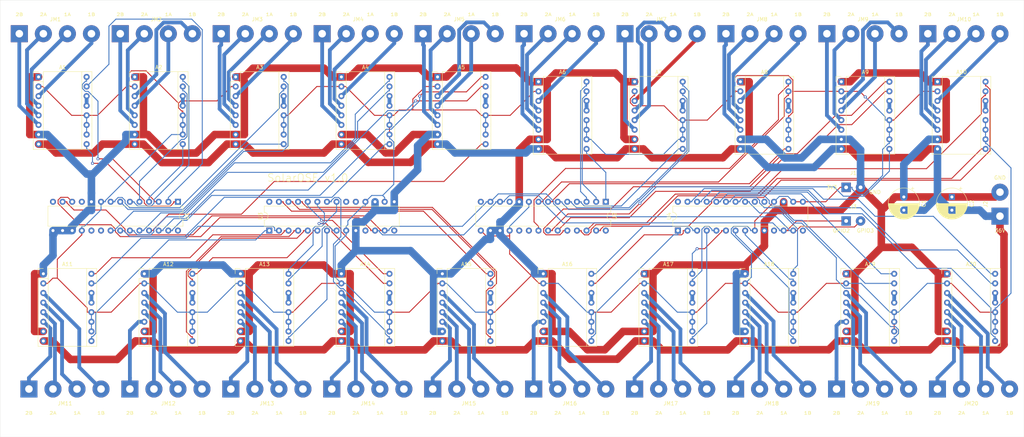
<source format=kicad_pcb>
(kicad_pcb (version 20171130) (host pcbnew 5.1.5-52549c5~84~ubuntu18.04.1)
  (layers (0 F.Cu signal) (31 B.Cu signal) (34 B.Paste user hide) (35 F.Paste user hide) (36 B.SilkS user hide) (37 F.SilkS user) (38 B.Mask user hide) (39 F.Mask user hide) (44 Edge.Cuts user))
  (net 0 "")
  (net 1 /M1_3)
  (net 2 +36V)
  (net 3 /M1_2)
  (net 4 GND)
  (net 5 "Net-(A1-Pad13)")
  (net 6 "Net-(A1-Pad6)")
  (net 7 "Net-(A1-Pad5)")
  (net 8 +3V3)
  (net 9 "Net-(A1-Pad4)")
  (net 10 "Net-(A1-Pad3)")
  (net 11 /M1_1)
  (net 12 /M2_1)
  (net 13 "Net-(A2-Pad3)")
  (net 14 "Net-(A2-Pad4)")
  (net 15 "Net-(A2-Pad5)")
  (net 16 "Net-(A2-Pad13)")
  (net 17 "Net-(A2-Pad6)")
  (net 18 /M2_2)
  (net 19 /M2_3)
  (net 20 /M3_1)
  (net 21 "Net-(A3-Pad3)")
  (net 22 "Net-(A3-Pad4)")
  (net 23 "Net-(A3-Pad5)")
  (net 24 "Net-(A3-Pad13)")
  (net 25 "Net-(A3-Pad6)")
  (net 26 /M3_2)
  (net 27 /M3_3)
  (net 28 /M4_3)
  (net 29 /M4_2)
  (net 30 "Net-(A4-Pad13)")
  (net 31 "Net-(A4-Pad6)")
  (net 32 "Net-(A4-Pad5)")
  (net 33 "Net-(A4-Pad4)")
  (net 34 "Net-(A4-Pad3)")
  (net 35 /M4_1)
  (net 36 /M5_3)
  (net 37 /M5_2)
  (net 38 "Net-(A5-Pad13)")
  (net 39 "Net-(A5-Pad6)")
  (net 40 "Net-(A5-Pad5)")
  (net 41 "Net-(A5-Pad4)")
  (net 42 "Net-(A5-Pad3)")
  (net 43 /M5_1)
  (net 44 /M6_1)
  (net 45 "Net-(A6-Pad3)")
  (net 46 "Net-(A6-Pad4)")
  (net 47 "Net-(A6-Pad5)")
  (net 48 "Net-(A6-Pad13)")
  (net 49 "Net-(A6-Pad6)")
  (net 50 /M6_2)
  (net 51 /M6_3)
  (net 52 /M7_3)
  (net 53 /M7_2)
  (net 54 "Net-(A7-Pad13)")
  (net 55 "Net-(A7-Pad6)")
  (net 56 "Net-(A7-Pad5)")
  (net 57 "Net-(A7-Pad4)")
  (net 58 "Net-(A7-Pad3)")
  (net 59 /M7_1)
  (net 60 /M8_1)
  (net 61 "Net-(A8-Pad3)")
  (net 62 "Net-(A8-Pad4)")
  (net 63 "Net-(A8-Pad5)")
  (net 64 "Net-(A8-Pad13)")
  (net 65 "Net-(A8-Pad6)")
  (net 66 /M8_2)
  (net 67 /M8_3)
  (net 68 /M9_1)
  (net 69 "Net-(A9-Pad3)")
  (net 70 "Net-(A9-Pad4)")
  (net 71 "Net-(A9-Pad5)")
  (net 72 "Net-(A9-Pad13)")
  (net 73 "Net-(A9-Pad6)")
  (net 74 /M9_2)
  (net 75 /M9_3)
  (net 76 /M10_3)
  (net 77 /M10_2)
  (net 78 "Net-(A10-Pad13)")
  (net 79 "Net-(A10-Pad6)")
  (net 80 "Net-(A10-Pad5)")
  (net 81 "Net-(A10-Pad4)")
  (net 82 "Net-(A10-Pad3)")
  (net 83 /M10_1)
  (net 84 /M11_1)
  (net 85 "Net-(A11-Pad3)")
  (net 86 "Net-(A11-Pad4)")
  (net 87 "Net-(A11-Pad5)")
  (net 88 "Net-(A11-Pad13)")
  (net 89 "Net-(A11-Pad6)")
  (net 90 /M11_2)
  (net 91 /M11_3)
  (net 92 /M12_3)
  (net 93 /M12_2)
  (net 94 "Net-(A12-Pad13)")
  (net 95 "Net-(A12-Pad6)")
  (net 96 "Net-(A12-Pad5)")
  (net 97 "Net-(A12-Pad4)")
  (net 98 "Net-(A12-Pad3)")
  (net 99 /M12_1)
  (net 100 /M13_1)
  (net 101 "Net-(A13-Pad3)")
  (net 102 "Net-(A13-Pad4)")
  (net 103 "Net-(A13-Pad5)")
  (net 104 "Net-(A13-Pad13)")
  (net 105 "Net-(A13-Pad6)")
  (net 106 /M13_2)
  (net 107 /M13_3)
  (net 108 /M14_3)
  (net 109 /M14_2)
  (net 110 "Net-(A14-Pad13)")
  (net 111 "Net-(A14-Pad6)")
  (net 112 "Net-(A14-Pad5)")
  (net 113 "Net-(A14-Pad4)")
  (net 114 "Net-(A14-Pad3)")
  (net 115 /M14_1)
  (net 116 /M15_1)
  (net 117 "Net-(A15-Pad3)")
  (net 118 "Net-(A15-Pad4)")
  (net 119 "Net-(A15-Pad5)")
  (net 120 "Net-(A15-Pad13)")
  (net 121 "Net-(A15-Pad6)")
  (net 122 /M15_2)
  (net 123 /M15_3)
  (net 124 /M16_3)
  (net 125 /M16_2)
  (net 126 "Net-(A16-Pad13)")
  (net 127 "Net-(A16-Pad6)")
  (net 128 "Net-(A16-Pad5)")
  (net 129 "Net-(A16-Pad4)")
  (net 130 "Net-(A16-Pad3)")
  (net 131 /M16_1)
  (net 132 /M17_1)
  (net 133 "Net-(A17-Pad3)")
  (net 134 "Net-(A17-Pad4)")
  (net 135 "Net-(A17-Pad5)")
  (net 136 "Net-(A17-Pad13)")
  (net 137 "Net-(A17-Pad6)")
  (net 138 /M17_2)
  (net 139 /M17_3)
  (net 140 /M18_3)
  (net 141 /M18_2)
  (net 142 "Net-(A18-Pad13)")
  (net 143 "Net-(A18-Pad6)")
  (net 144 "Net-(A18-Pad5)")
  (net 145 "Net-(A18-Pad4)")
  (net 146 "Net-(A18-Pad3)")
  (net 147 /M18_1)
  (net 148 /M19_1)
  (net 149 "Net-(A19-Pad3)")
  (net 150 "Net-(A19-Pad4)")
  (net 151 "Net-(A19-Pad5)")
  (net 152 "Net-(A19-Pad13)")
  (net 153 "Net-(A19-Pad6)")
  (net 154 /M19_2)
  (net 155 /M19_3)
  (net 156 /M20_3)
  (net 157 /M20_2)
  (net 158 "Net-(A20-Pad13)")
  (net 159 "Net-(A20-Pad6)")
  (net 160 "Net-(A20-Pad5)")
  (net 161 "Net-(A20-Pad4)")
  (net 162 "Net-(A20-Pad3)")
  (net 163 /M20_1)
  (net 164 /RPI_GPIO2)
  (net 165 /RPI_GPIO3)
  (net 166 "Net-(U1-Pad19)")
  (net 167 "Net-(U1-Pad20)")
  (net 168 "Net-(U1-Pad11)")
  (net 169 "Net-(U1-Pad14)")
  (net 170 "Net-(U1-Pad28)")
  (net 171 "Net-(U2-Pad28)")
  (net 172 "Net-(U2-Pad14)")
  (net 173 "Net-(U2-Pad11)")
  (net 174 "Net-(U2-Pad20)")
  (net 175 "Net-(U2-Pad19)")
  (net 176 "Net-(U3-Pad19)")
  (net 177 "Net-(U3-Pad20)")
  (net 178 "Net-(U3-Pad11)")
  (net 179 "Net-(U3-Pad14)")
  (net 180 "Net-(U3-Pad28)")
  (net 181 "Net-(U4-Pad28)")
  (net 182 "Net-(U4-Pad14)")
  (net 183 "Net-(U4-Pad11)")
  (net 184 "Net-(U4-Pad20)")
  (net 185 "Net-(U4-Pad19)")
  (module Capacitor_THT:CP_Radial_D8.0mm_P3.50mm (layer F.Cu) (at 264.16 87.63 270)
    (fp_text reference C2 (at 1.75 -5.25 90) (layer F.SilkS))
    (fp_text value "100uF, 50V")
    (pad 2 thru_hole circle (at 3.5 0 270) (size 1.6 1.6) (drill 0.8) (layers *.Cu *.Mask) (net 2 +36V))
    (pad 1 thru_hole rect (at 0 0 270) (size 1.6 1.6) (drill 0.8) (layers *.Cu *.Mask) (net 4 GND))
  )
  (module Capacitor_THT:CP_Radial_D8.0mm_P3.50mm (layer F.Cu) (at 251.46 87.63 270)
    (fp_text reference C1 (at 1.75 -5.25 90) (layer F.SilkS))
    (fp_text value "100uF, 50V")
    (pad 2 thru_hole circle (at 3.5 0 270) (size 1.6 1.6) (drill 0.8) (layers *.Cu *.Mask) (net 2 +36V))
    (pad 1 thru_hole rect (at 0 0 270) (size 1.6 1.6) (drill 0.8) (layers *.Cu *.Mask) (net 4 GND))
  )
  (module Connector_Wire:SolderWirePad_1x02_P3.81mm_Drill1mm (layer F.Cu) (at 236.22 93.98)
    (fp_text reference J3 (at 1.905 -3.81) (layer F.SilkS))
    (fp_text value Conn_01x02)
    (pad 2 thru_hole circle (at 3.81 0) (size 2.49936 2.49936) (drill 1.00076) (layers *.Cu *.Mask) (net 165 /RPI_GPIO3))
    (pad 1 thru_hole rect (at 0 0) (size 2.49936 2.49936) (drill 1.00076) (layers *.Cu *.Mask) (net 164 /RPI_GPIO2))
  )
  (module Connector_Wire:SolderWirePad_1x02_P3.81mm_Drill1mm (layer F.Cu) (at 236.22 85.09)
    (fp_text reference J1 (at 1.905 -3.81) (layer F.SilkS))
    (fp_text value Conn_01x02)
    (pad 2 thru_hole circle (at 3.81 0) (size 2.49936 2.49936) (drill 1.00076) (layers *.Cu *.Mask) (net 4 GND))
    (pad 1 thru_hole rect (at 0 0) (size 2.49936 2.49936) (drill 1.00076) (layers *.Cu *.Mask) (net 8 +3V3))
  )
  (module Module:Pololu_Breakout-16_15.2x20.3mm (layer F.Cu) (at 22.86 55.88)
    (fp_text reference A1 (at 6.35 -2.54) (layer F.SilkS))
    (fp_text value Pololu_Breakout_A4988)
    (pad 16 thru_hole oval (at 12.7 0) (size 1.6 1.6) (drill 0.8) (layers *.Cu *.Mask) (net 1 /M1_3))
    (pad 8 thru_hole oval (at 0 17.78) (size 1.6 1.6) (drill 0.8) (layers *.Cu *.Mask) (net 2 +36V))
    (pad 15 thru_hole oval (at 12.7 2.54) (size 1.6 1.6) (drill 0.8) (layers *.Cu *.Mask) (net 3 /M1_2))
    (pad 7 thru_hole oval (at 0 15.24) (size 1.6 1.6) (drill 0.8) (layers *.Cu *.Mask) (net 4 GND))
    (pad 14 thru_hole oval (at 12.7 5.08) (size 1.6 1.6) (drill 0.8) (layers *.Cu *.Mask) (net 5 "Net-(A1-Pad13)"))
    (pad 6 thru_hole oval (at 0 12.7) (size 1.6 1.6) (drill 0.8) (layers *.Cu *.Mask) (net 6 "Net-(A1-Pad6)"))
    (pad 13 thru_hole oval (at 12.7 7.62) (size 1.6 1.6) (drill 0.8) (layers *.Cu *.Mask) (net 5 "Net-(A1-Pad13)"))
    (pad 5 thru_hole oval (at 0 10.16) (size 1.6 1.6) (drill 0.8) (layers *.Cu *.Mask) (net 7 "Net-(A1-Pad5)"))
    (pad 12 thru_hole oval (at 12.7 10.16) (size 1.6 1.6) (drill 0.8) (layers *.Cu *.Mask) (net 8 +3V3))
    (pad 4 thru_hole oval (at 0 7.62) (size 1.6 1.6) (drill 0.8) (layers *.Cu *.Mask) (net 9 "Net-(A1-Pad4)"))
    (pad 11 thru_hole oval (at 12.7 12.7) (size 1.6 1.6) (drill 0.8) (layers *.Cu *.Mask) (net 8 +3V3))
    (pad 3 thru_hole oval (at 0 5.08) (size 1.6 1.6) (drill 0.8) (layers *.Cu *.Mask) (net 10 "Net-(A1-Pad3)"))
    (pad 10 thru_hole oval (at 12.7 15.24) (size 1.6 1.6) (drill 0.8) (layers *.Cu *.Mask) (net 8 +3V3))
    (pad 2 thru_hole oval (at 0 2.54) (size 1.6 1.6) (drill 0.8) (layers *.Cu *.Mask) (net 8 +3V3))
    (pad 9 thru_hole oval (at 12.7 17.78) (size 1.6 1.6) (drill 0.8) (layers *.Cu *.Mask) (net 11 /M1_1))
    (pad 1 thru_hole rect (at 0 0) (size 1.6 1.6) (drill 0.8) (layers *.Cu *.Mask) (net 4 GND))
  )
  (module Module:Pololu_Breakout-16_15.2x20.3mm (layer F.Cu) (at 48.26 55.88)
    (fp_text reference A2 (at 6.35 -2.54) (layer F.SilkS))
    (fp_text value Pololu_Breakout_A4988)
    (pad 1 thru_hole rect (at 0 0) (size 1.6 1.6) (drill 0.8) (layers *.Cu *.Mask) (net 4 GND))
    (pad 9 thru_hole oval (at 12.7 17.78) (size 1.6 1.6) (drill 0.8) (layers *.Cu *.Mask) (net 12 /M2_1))
    (pad 2 thru_hole oval (at 0 2.54) (size 1.6 1.6) (drill 0.8) (layers *.Cu *.Mask) (net 8 +3V3))
    (pad 10 thru_hole oval (at 12.7 15.24) (size 1.6 1.6) (drill 0.8) (layers *.Cu *.Mask) (net 8 +3V3))
    (pad 3 thru_hole oval (at 0 5.08) (size 1.6 1.6) (drill 0.8) (layers *.Cu *.Mask) (net 13 "Net-(A2-Pad3)"))
    (pad 11 thru_hole oval (at 12.7 12.7) (size 1.6 1.6) (drill 0.8) (layers *.Cu *.Mask) (net 8 +3V3))
    (pad 4 thru_hole oval (at 0 7.62) (size 1.6 1.6) (drill 0.8) (layers *.Cu *.Mask) (net 14 "Net-(A2-Pad4)"))
    (pad 12 thru_hole oval (at 12.7 10.16) (size 1.6 1.6) (drill 0.8) (layers *.Cu *.Mask) (net 8 +3V3))
    (pad 5 thru_hole oval (at 0 10.16) (size 1.6 1.6) (drill 0.8) (layers *.Cu *.Mask) (net 15 "Net-(A2-Pad5)"))
    (pad 13 thru_hole oval (at 12.7 7.62) (size 1.6 1.6) (drill 0.8) (layers *.Cu *.Mask) (net 16 "Net-(A2-Pad13)"))
    (pad 6 thru_hole oval (at 0 12.7) (size 1.6 1.6) (drill 0.8) (layers *.Cu *.Mask) (net 17 "Net-(A2-Pad6)"))
    (pad 14 thru_hole oval (at 12.7 5.08) (size 1.6 1.6) (drill 0.8) (layers *.Cu *.Mask) (net 16 "Net-(A2-Pad13)"))
    (pad 7 thru_hole oval (at 0 15.24) (size 1.6 1.6) (drill 0.8) (layers *.Cu *.Mask) (net 4 GND))
    (pad 15 thru_hole oval (at 12.7 2.54) (size 1.6 1.6) (drill 0.8) (layers *.Cu *.Mask) (net 18 /M2_2))
    (pad 8 thru_hole oval (at 0 17.78) (size 1.6 1.6) (drill 0.8) (layers *.Cu *.Mask) (net 2 +36V))
    (pad 16 thru_hole oval (at 12.7 0) (size 1.6 1.6) (drill 0.8) (layers *.Cu *.Mask) (net 19 /M2_3))
  )
  (module Module:Pololu_Breakout-16_15.2x20.3mm (layer F.Cu) (at 74.93 55.88)
    (fp_text reference A3 (at 6.35 -2.54) (layer F.SilkS))
    (fp_text value Pololu_Breakout_A4988)
    (pad 1 thru_hole rect (at 0 0) (size 1.6 1.6) (drill 0.8) (layers *.Cu *.Mask) (net 4 GND))
    (pad 9 thru_hole oval (at 12.7 17.78) (size 1.6 1.6) (drill 0.8) (layers *.Cu *.Mask) (net 20 /M3_1))
    (pad 2 thru_hole oval (at 0 2.54) (size 1.6 1.6) (drill 0.8) (layers *.Cu *.Mask) (net 8 +3V3))
    (pad 10 thru_hole oval (at 12.7 15.24) (size 1.6 1.6) (drill 0.8) (layers *.Cu *.Mask) (net 8 +3V3))
    (pad 3 thru_hole oval (at 0 5.08) (size 1.6 1.6) (drill 0.8) (layers *.Cu *.Mask) (net 21 "Net-(A3-Pad3)"))
    (pad 11 thru_hole oval (at 12.7 12.7) (size 1.6 1.6) (drill 0.8) (layers *.Cu *.Mask) (net 8 +3V3))
    (pad 4 thru_hole oval (at 0 7.62) (size 1.6 1.6) (drill 0.8) (layers *.Cu *.Mask) (net 22 "Net-(A3-Pad4)"))
    (pad 12 thru_hole oval (at 12.7 10.16) (size 1.6 1.6) (drill 0.8) (layers *.Cu *.Mask) (net 8 +3V3))
    (pad 5 thru_hole oval (at 0 10.16) (size 1.6 1.6) (drill 0.8) (layers *.Cu *.Mask) (net 23 "Net-(A3-Pad5)"))
    (pad 13 thru_hole oval (at 12.7 7.62) (size 1.6 1.6) (drill 0.8) (layers *.Cu *.Mask) (net 24 "Net-(A3-Pad13)"))
    (pad 6 thru_hole oval (at 0 12.7) (size 1.6 1.6) (drill 0.8) (layers *.Cu *.Mask) (net 25 "Net-(A3-Pad6)"))
    (pad 14 thru_hole oval (at 12.7 5.08) (size 1.6 1.6) (drill 0.8) (layers *.Cu *.Mask) (net 24 "Net-(A3-Pad13)"))
    (pad 7 thru_hole oval (at 0 15.24) (size 1.6 1.6) (drill 0.8) (layers *.Cu *.Mask) (net 4 GND))
    (pad 15 thru_hole oval (at 12.7 2.54) (size 1.6 1.6) (drill 0.8) (layers *.Cu *.Mask) (net 26 /M3_2))
    (pad 8 thru_hole oval (at 0 17.78) (size 1.6 1.6) (drill 0.8) (layers *.Cu *.Mask) (net 2 +36V))
    (pad 16 thru_hole oval (at 12.7 0) (size 1.6 1.6) (drill 0.8) (layers *.Cu *.Mask) (net 27 /M3_3))
  )
  (module Module:Pololu_Breakout-16_15.2x20.3mm (layer F.Cu) (at 102.87 55.88)
    (fp_text reference A4 (at 6.35 -2.54) (layer F.SilkS))
    (fp_text value Pololu_Breakout_A4988)
    (pad 16 thru_hole oval (at 12.7 0) (size 1.6 1.6) (drill 0.8) (layers *.Cu *.Mask) (net 28 /M4_3))
    (pad 8 thru_hole oval (at 0 17.78) (size 1.6 1.6) (drill 0.8) (layers *.Cu *.Mask) (net 2 +36V))
    (pad 15 thru_hole oval (at 12.7 2.54) (size 1.6 1.6) (drill 0.8) (layers *.Cu *.Mask) (net 29 /M4_2))
    (pad 7 thru_hole oval (at 0 15.24) (size 1.6 1.6) (drill 0.8) (layers *.Cu *.Mask) (net 4 GND))
    (pad 14 thru_hole oval (at 12.7 5.08) (size 1.6 1.6) (drill 0.8) (layers *.Cu *.Mask) (net 30 "Net-(A4-Pad13)"))
    (pad 6 thru_hole oval (at 0 12.7) (size 1.6 1.6) (drill 0.8) (layers *.Cu *.Mask) (net 31 "Net-(A4-Pad6)"))
    (pad 13 thru_hole oval (at 12.7 7.62) (size 1.6 1.6) (drill 0.8) (layers *.Cu *.Mask) (net 30 "Net-(A4-Pad13)"))
    (pad 5 thru_hole oval (at 0 10.16) (size 1.6 1.6) (drill 0.8) (layers *.Cu *.Mask) (net 32 "Net-(A4-Pad5)"))
    (pad 12 thru_hole oval (at 12.7 10.16) (size 1.6 1.6) (drill 0.8) (layers *.Cu *.Mask) (net 8 +3V3))
    (pad 4 thru_hole oval (at 0 7.62) (size 1.6 1.6) (drill 0.8) (layers *.Cu *.Mask) (net 33 "Net-(A4-Pad4)"))
    (pad 11 thru_hole oval (at 12.7 12.7) (size 1.6 1.6) (drill 0.8) (layers *.Cu *.Mask) (net 8 +3V3))
    (pad 3 thru_hole oval (at 0 5.08) (size 1.6 1.6) (drill 0.8) (layers *.Cu *.Mask) (net 34 "Net-(A4-Pad3)"))
    (pad 10 thru_hole oval (at 12.7 15.24) (size 1.6 1.6) (drill 0.8) (layers *.Cu *.Mask) (net 8 +3V3))
    (pad 2 thru_hole oval (at 0 2.54) (size 1.6 1.6) (drill 0.8) (layers *.Cu *.Mask) (net 8 +3V3))
    (pad 9 thru_hole oval (at 12.7 17.78) (size 1.6 1.6) (drill 0.8) (layers *.Cu *.Mask) (net 35 /M4_1))
    (pad 1 thru_hole rect (at 0 0) (size 1.6 1.6) (drill 0.8) (layers *.Cu *.Mask) (net 4 GND))
  )
  (module Module:Pololu_Breakout-16_15.2x20.3mm (layer F.Cu) (at 128.27 55.88)
    (fp_text reference A5 (at 6.35 -2.54) (layer F.SilkS))
    (fp_text value Pololu_Breakout_A4988)
    (pad 16 thru_hole oval (at 12.7 0) (size 1.6 1.6) (drill 0.8) (layers *.Cu *.Mask) (net 36 /M5_3))
    (pad 8 thru_hole oval (at 0 17.78) (size 1.6 1.6) (drill 0.8) (layers *.Cu *.Mask) (net 2 +36V))
    (pad 15 thru_hole oval (at 12.7 2.54) (size 1.6 1.6) (drill 0.8) (layers *.Cu *.Mask) (net 37 /M5_2))
    (pad 7 thru_hole oval (at 0 15.24) (size 1.6 1.6) (drill 0.8) (layers *.Cu *.Mask) (net 4 GND))
    (pad 14 thru_hole oval (at 12.7 5.08) (size 1.6 1.6) (drill 0.8) (layers *.Cu *.Mask) (net 38 "Net-(A5-Pad13)"))
    (pad 6 thru_hole oval (at 0 12.7) (size 1.6 1.6) (drill 0.8) (layers *.Cu *.Mask) (net 39 "Net-(A5-Pad6)"))
    (pad 13 thru_hole oval (at 12.7 7.62) (size 1.6 1.6) (drill 0.8) (layers *.Cu *.Mask) (net 38 "Net-(A5-Pad13)"))
    (pad 5 thru_hole oval (at 0 10.16) (size 1.6 1.6) (drill 0.8) (layers *.Cu *.Mask) (net 40 "Net-(A5-Pad5)"))
    (pad 12 thru_hole oval (at 12.7 10.16) (size 1.6 1.6) (drill 0.8) (layers *.Cu *.Mask) (net 8 +3V3))
    (pad 4 thru_hole oval (at 0 7.62) (size 1.6 1.6) (drill 0.8) (layers *.Cu *.Mask) (net 41 "Net-(A5-Pad4)"))
    (pad 11 thru_hole oval (at 12.7 12.7) (size 1.6 1.6) (drill 0.8) (layers *.Cu *.Mask) (net 8 +3V3))
    (pad 3 thru_hole oval (at 0 5.08) (size 1.6 1.6) (drill 0.8) (layers *.Cu *.Mask) (net 42 "Net-(A5-Pad3)"))
    (pad 10 thru_hole oval (at 12.7 15.24) (size 1.6 1.6) (drill 0.8) (layers *.Cu *.Mask) (net 8 +3V3))
    (pad 2 thru_hole oval (at 0 2.54) (size 1.6 1.6) (drill 0.8) (layers *.Cu *.Mask) (net 8 +3V3))
    (pad 9 thru_hole oval (at 12.7 17.78) (size 1.6 1.6) (drill 0.8) (layers *.Cu *.Mask) (net 43 /M5_1))
    (pad 1 thru_hole rect (at 0 0) (size 1.6 1.6) (drill 0.8) (layers *.Cu *.Mask) (net 4 GND))
  )
  (module Module:Pololu_Breakout-16_15.2x20.3mm (layer F.Cu) (at 154.94 57.15)
    (fp_text reference A6 (at 6.35 -2.54) (layer F.SilkS))
    (fp_text value Pololu_Breakout_A4988)
    (pad 1 thru_hole rect (at 0 0) (size 1.6 1.6) (drill 0.8) (layers *.Cu *.Mask) (net 4 GND))
    (pad 9 thru_hole oval (at 12.7 17.78) (size 1.6 1.6) (drill 0.8) (layers *.Cu *.Mask) (net 44 /M6_1))
    (pad 2 thru_hole oval (at 0 2.54) (size 1.6 1.6) (drill 0.8) (layers *.Cu *.Mask) (net 8 +3V3))
    (pad 10 thru_hole oval (at 12.7 15.24) (size 1.6 1.6) (drill 0.8) (layers *.Cu *.Mask) (net 8 +3V3))
    (pad 3 thru_hole oval (at 0 5.08) (size 1.6 1.6) (drill 0.8) (layers *.Cu *.Mask) (net 45 "Net-(A6-Pad3)"))
    (pad 11 thru_hole oval (at 12.7 12.7) (size 1.6 1.6) (drill 0.8) (layers *.Cu *.Mask) (net 8 +3V3))
    (pad 4 thru_hole oval (at 0 7.62) (size 1.6 1.6) (drill 0.8) (layers *.Cu *.Mask) (net 46 "Net-(A6-Pad4)"))
    (pad 12 thru_hole oval (at 12.7 10.16) (size 1.6 1.6) (drill 0.8) (layers *.Cu *.Mask) (net 8 +3V3))
    (pad 5 thru_hole oval (at 0 10.16) (size 1.6 1.6) (drill 0.8) (layers *.Cu *.Mask) (net 47 "Net-(A6-Pad5)"))
    (pad 13 thru_hole oval (at 12.7 7.62) (size 1.6 1.6) (drill 0.8) (layers *.Cu *.Mask) (net 48 "Net-(A6-Pad13)"))
    (pad 6 thru_hole oval (at 0 12.7) (size 1.6 1.6) (drill 0.8) (layers *.Cu *.Mask) (net 49 "Net-(A6-Pad6)"))
    (pad 14 thru_hole oval (at 12.7 5.08) (size 1.6 1.6) (drill 0.8) (layers *.Cu *.Mask) (net 48 "Net-(A6-Pad13)"))
    (pad 7 thru_hole oval (at 0 15.24) (size 1.6 1.6) (drill 0.8) (layers *.Cu *.Mask) (net 4 GND))
    (pad 15 thru_hole oval (at 12.7 2.54) (size 1.6 1.6) (drill 0.8) (layers *.Cu *.Mask) (net 50 /M6_2))
    (pad 8 thru_hole oval (at 0 17.78) (size 1.6 1.6) (drill 0.8) (layers *.Cu *.Mask) (net 2 +36V))
    (pad 16 thru_hole oval (at 12.7 0) (size 1.6 1.6) (drill 0.8) (layers *.Cu *.Mask) (net 51 /M6_3))
  )
  (module Module:Pololu_Breakout-16_15.2x20.3mm (layer F.Cu) (at 180.34 57.15)
    (fp_text reference A7 (at 6.35 -2.54) (layer F.SilkS))
    (fp_text value Pololu_Breakout_A4988)
    (pad 16 thru_hole oval (at 12.7 0) (size 1.6 1.6) (drill 0.8) (layers *.Cu *.Mask) (net 52 /M7_3))
    (pad 8 thru_hole oval (at 0 17.78) (size 1.6 1.6) (drill 0.8) (layers *.Cu *.Mask) (net 2 +36V))
    (pad 15 thru_hole oval (at 12.7 2.54) (size 1.6 1.6) (drill 0.8) (layers *.Cu *.Mask) (net 53 /M7_2))
    (pad 7 thru_hole oval (at 0 15.24) (size 1.6 1.6) (drill 0.8) (layers *.Cu *.Mask) (net 4 GND))
    (pad 14 thru_hole oval (at 12.7 5.08) (size 1.6 1.6) (drill 0.8) (layers *.Cu *.Mask) (net 54 "Net-(A7-Pad13)"))
    (pad 6 thru_hole oval (at 0 12.7) (size 1.6 1.6) (drill 0.8) (layers *.Cu *.Mask) (net 55 "Net-(A7-Pad6)"))
    (pad 13 thru_hole oval (at 12.7 7.62) (size 1.6 1.6) (drill 0.8) (layers *.Cu *.Mask) (net 54 "Net-(A7-Pad13)"))
    (pad 5 thru_hole oval (at 0 10.16) (size 1.6 1.6) (drill 0.8) (layers *.Cu *.Mask) (net 56 "Net-(A7-Pad5)"))
    (pad 12 thru_hole oval (at 12.7 10.16) (size 1.6 1.6) (drill 0.8) (layers *.Cu *.Mask) (net 8 +3V3))
    (pad 4 thru_hole oval (at 0 7.62) (size 1.6 1.6) (drill 0.8) (layers *.Cu *.Mask) (net 57 "Net-(A7-Pad4)"))
    (pad 11 thru_hole oval (at 12.7 12.7) (size 1.6 1.6) (drill 0.8) (layers *.Cu *.Mask) (net 8 +3V3))
    (pad 3 thru_hole oval (at 0 5.08) (size 1.6 1.6) (drill 0.8) (layers *.Cu *.Mask) (net 58 "Net-(A7-Pad3)"))
    (pad 10 thru_hole oval (at 12.7 15.24) (size 1.6 1.6) (drill 0.8) (layers *.Cu *.Mask) (net 8 +3V3))
    (pad 2 thru_hole oval (at 0 2.54) (size 1.6 1.6) (drill 0.8) (layers *.Cu *.Mask) (net 8 +3V3))
    (pad 9 thru_hole oval (at 12.7 17.78) (size 1.6 1.6) (drill 0.8) (layers *.Cu *.Mask) (net 59 /M7_1))
    (pad 1 thru_hole rect (at 0 0) (size 1.6 1.6) (drill 0.8) (layers *.Cu *.Mask) (net 4 GND))
  )
  (module Module:Pololu_Breakout-16_15.2x20.3mm (layer F.Cu) (at 208.28 57.15)
    (fp_text reference A8 (at 6.35 -2.54) (layer F.SilkS))
    (fp_text value Pololu_Breakout_A4988)
    (pad 1 thru_hole rect (at 0 0) (size 1.6 1.6) (drill 0.8) (layers *.Cu *.Mask) (net 4 GND))
    (pad 9 thru_hole oval (at 12.7 17.78) (size 1.6 1.6) (drill 0.8) (layers *.Cu *.Mask) (net 60 /M8_1))
    (pad 2 thru_hole oval (at 0 2.54) (size 1.6 1.6) (drill 0.8) (layers *.Cu *.Mask) (net 8 +3V3))
    (pad 10 thru_hole oval (at 12.7 15.24) (size 1.6 1.6) (drill 0.8) (layers *.Cu *.Mask) (net 8 +3V3))
    (pad 3 thru_hole oval (at 0 5.08) (size 1.6 1.6) (drill 0.8) (layers *.Cu *.Mask) (net 61 "Net-(A8-Pad3)"))
    (pad 11 thru_hole oval (at 12.7 12.7) (size 1.6 1.6) (drill 0.8) (layers *.Cu *.Mask) (net 8 +3V3))
    (pad 4 thru_hole oval (at 0 7.62) (size 1.6 1.6) (drill 0.8) (layers *.Cu *.Mask) (net 62 "Net-(A8-Pad4)"))
    (pad 12 thru_hole oval (at 12.7 10.16) (size 1.6 1.6) (drill 0.8) (layers *.Cu *.Mask) (net 8 +3V3))
    (pad 5 thru_hole oval (at 0 10.16) (size 1.6 1.6) (drill 0.8) (layers *.Cu *.Mask) (net 63 "Net-(A8-Pad5)"))
    (pad 13 thru_hole oval (at 12.7 7.62) (size 1.6 1.6) (drill 0.8) (layers *.Cu *.Mask) (net 64 "Net-(A8-Pad13)"))
    (pad 6 thru_hole oval (at 0 12.7) (size 1.6 1.6) (drill 0.8) (layers *.Cu *.Mask) (net 65 "Net-(A8-Pad6)"))
    (pad 14 thru_hole oval (at 12.7 5.08) (size 1.6 1.6) (drill 0.8) (layers *.Cu *.Mask) (net 64 "Net-(A8-Pad13)"))
    (pad 7 thru_hole oval (at 0 15.24) (size 1.6 1.6) (drill 0.8) (layers *.Cu *.Mask) (net 4 GND))
    (pad 15 thru_hole oval (at 12.7 2.54) (size 1.6 1.6) (drill 0.8) (layers *.Cu *.Mask) (net 66 /M8_2))
    (pad 8 thru_hole oval (at 0 17.78) (size 1.6 1.6) (drill 0.8) (layers *.Cu *.Mask) (net 2 +36V))
    (pad 16 thru_hole oval (at 12.7 0) (size 1.6 1.6) (drill 0.8) (layers *.Cu *.Mask) (net 67 /M8_3))
  )
  (module Module:Pololu_Breakout-16_15.2x20.3mm (layer F.Cu) (at 234.95 57.15)
    (fp_text reference A9 (at 6.35 -2.54) (layer F.SilkS))
    (fp_text value Pololu_Breakout_A4988)
    (pad 1 thru_hole rect (at 0 0) (size 1.6 1.6) (drill 0.8) (layers *.Cu *.Mask) (net 4 GND))
    (pad 9 thru_hole oval (at 12.7 17.78) (size 1.6 1.6) (drill 0.8) (layers *.Cu *.Mask) (net 68 /M9_1))
    (pad 2 thru_hole oval (at 0 2.54) (size 1.6 1.6) (drill 0.8) (layers *.Cu *.Mask) (net 8 +3V3))
    (pad 10 thru_hole oval (at 12.7 15.24) (size 1.6 1.6) (drill 0.8) (layers *.Cu *.Mask) (net 8 +3V3))
    (pad 3 thru_hole oval (at 0 5.08) (size 1.6 1.6) (drill 0.8) (layers *.Cu *.Mask) (net 69 "Net-(A9-Pad3)"))
    (pad 11 thru_hole oval (at 12.7 12.7) (size 1.6 1.6) (drill 0.8) (layers *.Cu *.Mask) (net 8 +3V3))
    (pad 4 thru_hole oval (at 0 7.62) (size 1.6 1.6) (drill 0.8) (layers *.Cu *.Mask) (net 70 "Net-(A9-Pad4)"))
    (pad 12 thru_hole oval (at 12.7 10.16) (size 1.6 1.6) (drill 0.8) (layers *.Cu *.Mask) (net 8 +3V3))
    (pad 5 thru_hole oval (at 0 10.16) (size 1.6 1.6) (drill 0.8) (layers *.Cu *.Mask) (net 71 "Net-(A9-Pad5)"))
    (pad 13 thru_hole oval (at 12.7 7.62) (size 1.6 1.6) (drill 0.8) (layers *.Cu *.Mask) (net 72 "Net-(A9-Pad13)"))
    (pad 6 thru_hole oval (at 0 12.7) (size 1.6 1.6) (drill 0.8) (layers *.Cu *.Mask) (net 73 "Net-(A9-Pad6)"))
    (pad 14 thru_hole oval (at 12.7 5.08) (size 1.6 1.6) (drill 0.8) (layers *.Cu *.Mask) (net 72 "Net-(A9-Pad13)"))
    (pad 7 thru_hole oval (at 0 15.24) (size 1.6 1.6) (drill 0.8) (layers *.Cu *.Mask) (net 4 GND))
    (pad 15 thru_hole oval (at 12.7 2.54) (size 1.6 1.6) (drill 0.8) (layers *.Cu *.Mask) (net 74 /M9_2))
    (pad 8 thru_hole oval (at 0 17.78) (size 1.6 1.6) (drill 0.8) (layers *.Cu *.Mask) (net 2 +36V))
    (pad 16 thru_hole oval (at 12.7 0) (size 1.6 1.6) (drill 0.8) (layers *.Cu *.Mask) (net 75 /M9_3))
  )
  (module Module:Pololu_Breakout-16_15.2x20.3mm (layer F.Cu) (at 260.35 57.15)
    (fp_text reference A10 (at 6.35 -2.54) (layer F.SilkS))
    (fp_text value Pololu_Breakout_A4988)
    (pad 16 thru_hole oval (at 12.7 0) (size 1.6 1.6) (drill 0.8) (layers *.Cu *.Mask) (net 76 /M10_3))
    (pad 8 thru_hole oval (at 0 17.78) (size 1.6 1.6) (drill 0.8) (layers *.Cu *.Mask) (net 2 +36V))
    (pad 15 thru_hole oval (at 12.7 2.54) (size 1.6 1.6) (drill 0.8) (layers *.Cu *.Mask) (net 77 /M10_2))
    (pad 7 thru_hole oval (at 0 15.24) (size 1.6 1.6) (drill 0.8) (layers *.Cu *.Mask) (net 4 GND))
    (pad 14 thru_hole oval (at 12.7 5.08) (size 1.6 1.6) (drill 0.8) (layers *.Cu *.Mask) (net 78 "Net-(A10-Pad13)"))
    (pad 6 thru_hole oval (at 0 12.7) (size 1.6 1.6) (drill 0.8) (layers *.Cu *.Mask) (net 79 "Net-(A10-Pad6)"))
    (pad 13 thru_hole oval (at 12.7 7.62) (size 1.6 1.6) (drill 0.8) (layers *.Cu *.Mask) (net 78 "Net-(A10-Pad13)"))
    (pad 5 thru_hole oval (at 0 10.16) (size 1.6 1.6) (drill 0.8) (layers *.Cu *.Mask) (net 80 "Net-(A10-Pad5)"))
    (pad 12 thru_hole oval (at 12.7 10.16) (size 1.6 1.6) (drill 0.8) (layers *.Cu *.Mask) (net 8 +3V3))
    (pad 4 thru_hole oval (at 0 7.62) (size 1.6 1.6) (drill 0.8) (layers *.Cu *.Mask) (net 81 "Net-(A10-Pad4)"))
    (pad 11 thru_hole oval (at 12.7 12.7) (size 1.6 1.6) (drill 0.8) (layers *.Cu *.Mask) (net 8 +3V3))
    (pad 3 thru_hole oval (at 0 5.08) (size 1.6 1.6) (drill 0.8) (layers *.Cu *.Mask) (net 82 "Net-(A10-Pad3)"))
    (pad 10 thru_hole oval (at 12.7 15.24) (size 1.6 1.6) (drill 0.8) (layers *.Cu *.Mask) (net 8 +3V3))
    (pad 2 thru_hole oval (at 0 2.54) (size 1.6 1.6) (drill 0.8) (layers *.Cu *.Mask) (net 8 +3V3))
    (pad 9 thru_hole oval (at 12.7 17.78) (size 1.6 1.6) (drill 0.8) (layers *.Cu *.Mask) (net 83 /M10_1))
    (pad 1 thru_hole rect (at 0 0) (size 1.6 1.6) (drill 0.8) (layers *.Cu *.Mask) (net 4 GND))
  )
  (module Module:Pololu_Breakout-16_15.2x20.3mm (layer F.Cu) (at 24.13 107.95)
    (fp_text reference A11 (at 6.35 -2.54) (layer F.SilkS))
    (fp_text value Pololu_Breakout_A4988)
    (pad 1 thru_hole rect (at 0 0) (size 1.6 1.6) (drill 0.8) (layers *.Cu *.Mask) (net 4 GND))
    (pad 9 thru_hole oval (at 12.7 17.78) (size 1.6 1.6) (drill 0.8) (layers *.Cu *.Mask) (net 84 /M11_1))
    (pad 2 thru_hole oval (at 0 2.54) (size 1.6 1.6) (drill 0.8) (layers *.Cu *.Mask) (net 8 +3V3))
    (pad 10 thru_hole oval (at 12.7 15.24) (size 1.6 1.6) (drill 0.8) (layers *.Cu *.Mask) (net 8 +3V3))
    (pad 3 thru_hole oval (at 0 5.08) (size 1.6 1.6) (drill 0.8) (layers *.Cu *.Mask) (net 85 "Net-(A11-Pad3)"))
    (pad 11 thru_hole oval (at 12.7 12.7) (size 1.6 1.6) (drill 0.8) (layers *.Cu *.Mask) (net 8 +3V3))
    (pad 4 thru_hole oval (at 0 7.62) (size 1.6 1.6) (drill 0.8) (layers *.Cu *.Mask) (net 86 "Net-(A11-Pad4)"))
    (pad 12 thru_hole oval (at 12.7 10.16) (size 1.6 1.6) (drill 0.8) (layers *.Cu *.Mask) (net 8 +3V3))
    (pad 5 thru_hole oval (at 0 10.16) (size 1.6 1.6) (drill 0.8) (layers *.Cu *.Mask) (net 87 "Net-(A11-Pad5)"))
    (pad 13 thru_hole oval (at 12.7 7.62) (size 1.6 1.6) (drill 0.8) (layers *.Cu *.Mask) (net 88 "Net-(A11-Pad13)"))
    (pad 6 thru_hole oval (at 0 12.7) (size 1.6 1.6) (drill 0.8) (layers *.Cu *.Mask) (net 89 "Net-(A11-Pad6)"))
    (pad 14 thru_hole oval (at 12.7 5.08) (size 1.6 1.6) (drill 0.8) (layers *.Cu *.Mask) (net 88 "Net-(A11-Pad13)"))
    (pad 7 thru_hole oval (at 0 15.24) (size 1.6 1.6) (drill 0.8) (layers *.Cu *.Mask) (net 4 GND))
    (pad 15 thru_hole oval (at 12.7 2.54) (size 1.6 1.6) (drill 0.8) (layers *.Cu *.Mask) (net 90 /M11_2))
    (pad 8 thru_hole oval (at 0 17.78) (size 1.6 1.6) (drill 0.8) (layers *.Cu *.Mask) (net 2 +36V))
    (pad 16 thru_hole oval (at 12.7 0) (size 1.6 1.6) (drill 0.8) (layers *.Cu *.Mask) (net 91 /M11_3))
  )
  (module Module:Pololu_Breakout-16_15.2x20.3mm (layer F.Cu) (at 50.8 107.95)
    (fp_text reference A12 (at 6.35 -2.54) (layer F.SilkS))
    (fp_text value Pololu_Breakout_A4988)
    (pad 16 thru_hole oval (at 12.7 0) (size 1.6 1.6) (drill 0.8) (layers *.Cu *.Mask) (net 92 /M12_3))
    (pad 8 thru_hole oval (at 0 17.78) (size 1.6 1.6) (drill 0.8) (layers *.Cu *.Mask) (net 2 +36V))
    (pad 15 thru_hole oval (at 12.7 2.54) (size 1.6 1.6) (drill 0.8) (layers *.Cu *.Mask) (net 93 /M12_2))
    (pad 7 thru_hole oval (at 0 15.24) (size 1.6 1.6) (drill 0.8) (layers *.Cu *.Mask) (net 4 GND))
    (pad 14 thru_hole oval (at 12.7 5.08) (size 1.6 1.6) (drill 0.8) (layers *.Cu *.Mask) (net 94 "Net-(A12-Pad13)"))
    (pad 6 thru_hole oval (at 0 12.7) (size 1.6 1.6) (drill 0.8) (layers *.Cu *.Mask) (net 95 "Net-(A12-Pad6)"))
    (pad 13 thru_hole oval (at 12.7 7.62) (size 1.6 1.6) (drill 0.8) (layers *.Cu *.Mask) (net 94 "Net-(A12-Pad13)"))
    (pad 5 thru_hole oval (at 0 10.16) (size 1.6 1.6) (drill 0.8) (layers *.Cu *.Mask) (net 96 "Net-(A12-Pad5)"))
    (pad 12 thru_hole oval (at 12.7 10.16) (size 1.6 1.6) (drill 0.8) (layers *.Cu *.Mask) (net 8 +3V3))
    (pad 4 thru_hole oval (at 0 7.62) (size 1.6 1.6) (drill 0.8) (layers *.Cu *.Mask) (net 97 "Net-(A12-Pad4)"))
    (pad 11 thru_hole oval (at 12.7 12.7) (size 1.6 1.6) (drill 0.8) (layers *.Cu *.Mask) (net 8 +3V3))
    (pad 3 thru_hole oval (at 0 5.08) (size 1.6 1.6) (drill 0.8) (layers *.Cu *.Mask) (net 98 "Net-(A12-Pad3)"))
    (pad 10 thru_hole oval (at 12.7 15.24) (size 1.6 1.6) (drill 0.8) (layers *.Cu *.Mask) (net 8 +3V3))
    (pad 2 thru_hole oval (at 0 2.54) (size 1.6 1.6) (drill 0.8) (layers *.Cu *.Mask) (net 8 +3V3))
    (pad 9 thru_hole oval (at 12.7 17.78) (size 1.6 1.6) (drill 0.8) (layers *.Cu *.Mask) (net 99 /M12_1))
    (pad 1 thru_hole rect (at 0 0) (size 1.6 1.6) (drill 0.8) (layers *.Cu *.Mask) (net 4 GND))
  )
  (module Module:Pololu_Breakout-16_15.2x20.3mm (layer F.Cu) (at 76.2 107.95)
    (fp_text reference A13 (at 6.35 -2.54) (layer F.SilkS))
    (fp_text value Pololu_Breakout_A4988)
    (pad 1 thru_hole rect (at 0 0) (size 1.6 1.6) (drill 0.8) (layers *.Cu *.Mask) (net 4 GND))
    (pad 9 thru_hole oval (at 12.7 17.78) (size 1.6 1.6) (drill 0.8) (layers *.Cu *.Mask) (net 100 /M13_1))
    (pad 2 thru_hole oval (at 0 2.54) (size 1.6 1.6) (drill 0.8) (layers *.Cu *.Mask) (net 8 +3V3))
    (pad 10 thru_hole oval (at 12.7 15.24) (size 1.6 1.6) (drill 0.8) (layers *.Cu *.Mask) (net 8 +3V3))
    (pad 3 thru_hole oval (at 0 5.08) (size 1.6 1.6) (drill 0.8) (layers *.Cu *.Mask) (net 101 "Net-(A13-Pad3)"))
    (pad 11 thru_hole oval (at 12.7 12.7) (size 1.6 1.6) (drill 0.8) (layers *.Cu *.Mask) (net 8 +3V3))
    (pad 4 thru_hole oval (at 0 7.62) (size 1.6 1.6) (drill 0.8) (layers *.Cu *.Mask) (net 102 "Net-(A13-Pad4)"))
    (pad 12 thru_hole oval (at 12.7 10.16) (size 1.6 1.6) (drill 0.8) (layers *.Cu *.Mask) (net 8 +3V3))
    (pad 5 thru_hole oval (at 0 10.16) (size 1.6 1.6) (drill 0.8) (layers *.Cu *.Mask) (net 103 "Net-(A13-Pad5)"))
    (pad 13 thru_hole oval (at 12.7 7.62) (size 1.6 1.6) (drill 0.8) (layers *.Cu *.Mask) (net 104 "Net-(A13-Pad13)"))
    (pad 6 thru_hole oval (at 0 12.7) (size 1.6 1.6) (drill 0.8) (layers *.Cu *.Mask) (net 105 "Net-(A13-Pad6)"))
    (pad 14 thru_hole oval (at 12.7 5.08) (size 1.6 1.6) (drill 0.8) (layers *.Cu *.Mask) (net 104 "Net-(A13-Pad13)"))
    (pad 7 thru_hole oval (at 0 15.24) (size 1.6 1.6) (drill 0.8) (layers *.Cu *.Mask) (net 4 GND))
    (pad 15 thru_hole oval (at 12.7 2.54) (size 1.6 1.6) (drill 0.8) (layers *.Cu *.Mask) (net 106 /M13_2))
    (pad 8 thru_hole oval (at 0 17.78) (size 1.6 1.6) (drill 0.8) (layers *.Cu *.Mask) (net 2 +36V))
    (pad 16 thru_hole oval (at 12.7 0) (size 1.6 1.6) (drill 0.8) (layers *.Cu *.Mask) (net 107 /M13_3))
  )
  (module Module:Pololu_Breakout-16_15.2x20.3mm (layer F.Cu) (at 102.87 107.95)
    (fp_text reference A14 (at 6.35 -2.54) (layer F.SilkS))
    (fp_text value Pololu_Breakout_A4988)
    (pad 16 thru_hole oval (at 12.7 0) (size 1.6 1.6) (drill 0.8) (layers *.Cu *.Mask) (net 108 /M14_3))
    (pad 8 thru_hole oval (at 0 17.78) (size 1.6 1.6) (drill 0.8) (layers *.Cu *.Mask) (net 2 +36V))
    (pad 15 thru_hole oval (at 12.7 2.54) (size 1.6 1.6) (drill 0.8) (layers *.Cu *.Mask) (net 109 /M14_2))
    (pad 7 thru_hole oval (at 0 15.24) (size 1.6 1.6) (drill 0.8) (layers *.Cu *.Mask) (net 4 GND))
    (pad 14 thru_hole oval (at 12.7 5.08) (size 1.6 1.6) (drill 0.8) (layers *.Cu *.Mask) (net 110 "Net-(A14-Pad13)"))
    (pad 6 thru_hole oval (at 0 12.7) (size 1.6 1.6) (drill 0.8) (layers *.Cu *.Mask) (net 111 "Net-(A14-Pad6)"))
    (pad 13 thru_hole oval (at 12.7 7.62) (size 1.6 1.6) (drill 0.8) (layers *.Cu *.Mask) (net 110 "Net-(A14-Pad13)"))
    (pad 5 thru_hole oval (at 0 10.16) (size 1.6 1.6) (drill 0.8) (layers *.Cu *.Mask) (net 112 "Net-(A14-Pad5)"))
    (pad 12 thru_hole oval (at 12.7 10.16) (size 1.6 1.6) (drill 0.8) (layers *.Cu *.Mask) (net 8 +3V3))
    (pad 4 thru_hole oval (at 0 7.62) (size 1.6 1.6) (drill 0.8) (layers *.Cu *.Mask) (net 113 "Net-(A14-Pad4)"))
    (pad 11 thru_hole oval (at 12.7 12.7) (size 1.6 1.6) (drill 0.8) (layers *.Cu *.Mask) (net 8 +3V3))
    (pad 3 thru_hole oval (at 0 5.08) (size 1.6 1.6) (drill 0.8) (layers *.Cu *.Mask) (net 114 "Net-(A14-Pad3)"))
    (pad 10 thru_hole oval (at 12.7 15.24) (size 1.6 1.6) (drill 0.8) (layers *.Cu *.Mask) (net 8 +3V3))
    (pad 2 thru_hole oval (at 0 2.54) (size 1.6 1.6) (drill 0.8) (layers *.Cu *.Mask) (net 8 +3V3))
    (pad 9 thru_hole oval (at 12.7 17.78) (size 1.6 1.6) (drill 0.8) (layers *.Cu *.Mask) (net 115 /M14_1))
    (pad 1 thru_hole rect (at 0 0) (size 1.6 1.6) (drill 0.8) (layers *.Cu *.Mask) (net 4 GND))
  )
  (module Module:Pololu_Breakout-16_15.2x20.3mm (layer F.Cu) (at 129.54 107.95)
    (fp_text reference A15 (at 6.35 -2.54) (layer F.SilkS))
    (fp_text value Pololu_Breakout_A4988)
    (pad 1 thru_hole rect (at 0 0) (size 1.6 1.6) (drill 0.8) (layers *.Cu *.Mask) (net 4 GND))
    (pad 9 thru_hole oval (at 12.7 17.78) (size 1.6 1.6) (drill 0.8) (layers *.Cu *.Mask) (net 116 /M15_1))
    (pad 2 thru_hole oval (at 0 2.54) (size 1.6 1.6) (drill 0.8) (layers *.Cu *.Mask) (net 8 +3V3))
    (pad 10 thru_hole oval (at 12.7 15.24) (size 1.6 1.6) (drill 0.8) (layers *.Cu *.Mask) (net 8 +3V3))
    (pad 3 thru_hole oval (at 0 5.08) (size 1.6 1.6) (drill 0.8) (layers *.Cu *.Mask) (net 117 "Net-(A15-Pad3)"))
    (pad 11 thru_hole oval (at 12.7 12.7) (size 1.6 1.6) (drill 0.8) (layers *.Cu *.Mask) (net 8 +3V3))
    (pad 4 thru_hole oval (at 0 7.62) (size 1.6 1.6) (drill 0.8) (layers *.Cu *.Mask) (net 118 "Net-(A15-Pad4)"))
    (pad 12 thru_hole oval (at 12.7 10.16) (size 1.6 1.6) (drill 0.8) (layers *.Cu *.Mask) (net 8 +3V3))
    (pad 5 thru_hole oval (at 0 10.16) (size 1.6 1.6) (drill 0.8) (layers *.Cu *.Mask) (net 119 "Net-(A15-Pad5)"))
    (pad 13 thru_hole oval (at 12.7 7.62) (size 1.6 1.6) (drill 0.8) (layers *.Cu *.Mask) (net 120 "Net-(A15-Pad13)"))
    (pad 6 thru_hole oval (at 0 12.7) (size 1.6 1.6) (drill 0.8) (layers *.Cu *.Mask) (net 121 "Net-(A15-Pad6)"))
    (pad 14 thru_hole oval (at 12.7 5.08) (size 1.6 1.6) (drill 0.8) (layers *.Cu *.Mask) (net 120 "Net-(A15-Pad13)"))
    (pad 7 thru_hole oval (at 0 15.24) (size 1.6 1.6) (drill 0.8) (layers *.Cu *.Mask) (net 4 GND))
    (pad 15 thru_hole oval (at 12.7 2.54) (size 1.6 1.6) (drill 0.8) (layers *.Cu *.Mask) (net 122 /M15_2))
    (pad 8 thru_hole oval (at 0 17.78) (size 1.6 1.6) (drill 0.8) (layers *.Cu *.Mask) (net 2 +36V))
    (pad 16 thru_hole oval (at 12.7 0) (size 1.6 1.6) (drill 0.8) (layers *.Cu *.Mask) (net 123 /M15_3))
  )
  (module Module:Pololu_Breakout-16_15.2x20.3mm (layer F.Cu) (at 156.21 107.95)
    (fp_text reference A16 (at 6.35 -2.54) (layer F.SilkS))
    (fp_text value Pololu_Breakout_A4988)
    (pad 16 thru_hole oval (at 12.7 0) (size 1.6 1.6) (drill 0.8) (layers *.Cu *.Mask) (net 124 /M16_3))
    (pad 8 thru_hole oval (at 0 17.78) (size 1.6 1.6) (drill 0.8) (layers *.Cu *.Mask) (net 2 +36V))
    (pad 15 thru_hole oval (at 12.7 2.54) (size 1.6 1.6) (drill 0.8) (layers *.Cu *.Mask) (net 125 /M16_2))
    (pad 7 thru_hole oval (at 0 15.24) (size 1.6 1.6) (drill 0.8) (layers *.Cu *.Mask) (net 4 GND))
    (pad 14 thru_hole oval (at 12.7 5.08) (size 1.6 1.6) (drill 0.8) (layers *.Cu *.Mask) (net 126 "Net-(A16-Pad13)"))
    (pad 6 thru_hole oval (at 0 12.7) (size 1.6 1.6) (drill 0.8) (layers *.Cu *.Mask) (net 127 "Net-(A16-Pad6)"))
    (pad 13 thru_hole oval (at 12.7 7.62) (size 1.6 1.6) (drill 0.8) (layers *.Cu *.Mask) (net 126 "Net-(A16-Pad13)"))
    (pad 5 thru_hole oval (at 0 10.16) (size 1.6 1.6) (drill 0.8) (layers *.Cu *.Mask) (net 128 "Net-(A16-Pad5)"))
    (pad 12 thru_hole oval (at 12.7 10.16) (size 1.6 1.6) (drill 0.8) (layers *.Cu *.Mask) (net 8 +3V3))
    (pad 4 thru_hole oval (at 0 7.62) (size 1.6 1.6) (drill 0.8) (layers *.Cu *.Mask) (net 129 "Net-(A16-Pad4)"))
    (pad 11 thru_hole oval (at 12.7 12.7) (size 1.6 1.6) (drill 0.8) (layers *.Cu *.Mask) (net 8 +3V3))
    (pad 3 thru_hole oval (at 0 5.08) (size 1.6 1.6) (drill 0.8) (layers *.Cu *.Mask) (net 130 "Net-(A16-Pad3)"))
    (pad 10 thru_hole oval (at 12.7 15.24) (size 1.6 1.6) (drill 0.8) (layers *.Cu *.Mask) (net 8 +3V3))
    (pad 2 thru_hole oval (at 0 2.54) (size 1.6 1.6) (drill 0.8) (layers *.Cu *.Mask) (net 8 +3V3))
    (pad 9 thru_hole oval (at 12.7 17.78) (size 1.6 1.6) (drill 0.8) (layers *.Cu *.Mask) (net 131 /M16_1))
    (pad 1 thru_hole rect (at 0 0) (size 1.6 1.6) (drill 0.8) (layers *.Cu *.Mask) (net 4 GND))
  )
  (module Module:Pololu_Breakout-16_15.2x20.3mm (layer F.Cu) (at 182.88 107.95)
    (fp_text reference A17 (at 6.35 -2.54) (layer F.SilkS))
    (fp_text value Pololu_Breakout_A4988)
    (pad 1 thru_hole rect (at 0 0) (size 1.6 1.6) (drill 0.8) (layers *.Cu *.Mask) (net 4 GND))
    (pad 9 thru_hole oval (at 12.7 17.78) (size 1.6 1.6) (drill 0.8) (layers *.Cu *.Mask) (net 132 /M17_1))
    (pad 2 thru_hole oval (at 0 2.54) (size 1.6 1.6) (drill 0.8) (layers *.Cu *.Mask) (net 8 +3V3))
    (pad 10 thru_hole oval (at 12.7 15.24) (size 1.6 1.6) (drill 0.8) (layers *.Cu *.Mask) (net 8 +3V3))
    (pad 3 thru_hole oval (at 0 5.08) (size 1.6 1.6) (drill 0.8) (layers *.Cu *.Mask) (net 133 "Net-(A17-Pad3)"))
    (pad 11 thru_hole oval (at 12.7 12.7) (size 1.6 1.6) (drill 0.8) (layers *.Cu *.Mask) (net 8 +3V3))
    (pad 4 thru_hole oval (at 0 7.62) (size 1.6 1.6) (drill 0.8) (layers *.Cu *.Mask) (net 134 "Net-(A17-Pad4)"))
    (pad 12 thru_hole oval (at 12.7 10.16) (size 1.6 1.6) (drill 0.8) (layers *.Cu *.Mask) (net 8 +3V3))
    (pad 5 thru_hole oval (at 0 10.16) (size 1.6 1.6) (drill 0.8) (layers *.Cu *.Mask) (net 135 "Net-(A17-Pad5)"))
    (pad 13 thru_hole oval (at 12.7 7.62) (size 1.6 1.6) (drill 0.8) (layers *.Cu *.Mask) (net 136 "Net-(A17-Pad13)"))
    (pad 6 thru_hole oval (at 0 12.7) (size 1.6 1.6) (drill 0.8) (layers *.Cu *.Mask) (net 137 "Net-(A17-Pad6)"))
    (pad 14 thru_hole oval (at 12.7 5.08) (size 1.6 1.6) (drill 0.8) (layers *.Cu *.Mask) (net 136 "Net-(A17-Pad13)"))
    (pad 7 thru_hole oval (at 0 15.24) (size 1.6 1.6) (drill 0.8) (layers *.Cu *.Mask) (net 4 GND))
    (pad 15 thru_hole oval (at 12.7 2.54) (size 1.6 1.6) (drill 0.8) (layers *.Cu *.Mask) (net 138 /M17_2))
    (pad 8 thru_hole oval (at 0 17.78) (size 1.6 1.6) (drill 0.8) (layers *.Cu *.Mask) (net 2 +36V))
    (pad 16 thru_hole oval (at 12.7 0) (size 1.6 1.6) (drill 0.8) (layers *.Cu *.Mask) (net 139 /M17_3))
  )
  (module Module:Pololu_Breakout-16_15.2x20.3mm (layer F.Cu) (at 209.55 107.95)
    (fp_text reference A18 (at 6.35 -2.54) (layer F.SilkS))
    (fp_text value Pololu_Breakout_A4988)
    (pad 16 thru_hole oval (at 12.7 0) (size 1.6 1.6) (drill 0.8) (layers *.Cu *.Mask) (net 140 /M18_3))
    (pad 8 thru_hole oval (at 0 17.78) (size 1.6 1.6) (drill 0.8) (layers *.Cu *.Mask) (net 2 +36V))
    (pad 15 thru_hole oval (at 12.7 2.54) (size 1.6 1.6) (drill 0.8) (layers *.Cu *.Mask) (net 141 /M18_2))
    (pad 7 thru_hole oval (at 0 15.24) (size 1.6 1.6) (drill 0.8) (layers *.Cu *.Mask) (net 4 GND))
    (pad 14 thru_hole oval (at 12.7 5.08) (size 1.6 1.6) (drill 0.8) (layers *.Cu *.Mask) (net 142 "Net-(A18-Pad13)"))
    (pad 6 thru_hole oval (at 0 12.7) (size 1.6 1.6) (drill 0.8) (layers *.Cu *.Mask) (net 143 "Net-(A18-Pad6)"))
    (pad 13 thru_hole oval (at 12.7 7.62) (size 1.6 1.6) (drill 0.8) (layers *.Cu *.Mask) (net 142 "Net-(A18-Pad13)"))
    (pad 5 thru_hole oval (at 0 10.16) (size 1.6 1.6) (drill 0.8) (layers *.Cu *.Mask) (net 144 "Net-(A18-Pad5)"))
    (pad 12 thru_hole oval (at 12.7 10.16) (size 1.6 1.6) (drill 0.8) (layers *.Cu *.Mask) (net 8 +3V3))
    (pad 4 thru_hole oval (at 0 7.62) (size 1.6 1.6) (drill 0.8) (layers *.Cu *.Mask) (net 145 "Net-(A18-Pad4)"))
    (pad 11 thru_hole oval (at 12.7 12.7) (size 1.6 1.6) (drill 0.8) (layers *.Cu *.Mask) (net 8 +3V3))
    (pad 3 thru_hole oval (at 0 5.08) (size 1.6 1.6) (drill 0.8) (layers *.Cu *.Mask) (net 146 "Net-(A18-Pad3)"))
    (pad 10 thru_hole oval (at 12.7 15.24) (size 1.6 1.6) (drill 0.8) (layers *.Cu *.Mask) (net 8 +3V3))
    (pad 2 thru_hole oval (at 0 2.54) (size 1.6 1.6) (drill 0.8) (layers *.Cu *.Mask) (net 8 +3V3))
    (pad 9 thru_hole oval (at 12.7 17.78) (size 1.6 1.6) (drill 0.8) (layers *.Cu *.Mask) (net 147 /M18_1))
    (pad 1 thru_hole rect (at 0 0) (size 1.6 1.6) (drill 0.8) (layers *.Cu *.Mask) (net 4 GND))
  )
  (module Module:Pololu_Breakout-16_15.2x20.3mm (layer F.Cu) (at 236.22 107.95)
    (fp_text reference A19 (at 6.35 -2.54) (layer F.SilkS))
    (fp_text value Pololu_Breakout_A4988)
    (pad 1 thru_hole rect (at 0 0) (size 1.6 1.6) (drill 0.8) (layers *.Cu *.Mask) (net 4 GND))
    (pad 9 thru_hole oval (at 12.7 17.78) (size 1.6 1.6) (drill 0.8) (layers *.Cu *.Mask) (net 148 /M19_1))
    (pad 2 thru_hole oval (at 0 2.54) (size 1.6 1.6) (drill 0.8) (layers *.Cu *.Mask) (net 8 +3V3))
    (pad 10 thru_hole oval (at 12.7 15.24) (size 1.6 1.6) (drill 0.8) (layers *.Cu *.Mask) (net 8 +3V3))
    (pad 3 thru_hole oval (at 0 5.08) (size 1.6 1.6) (drill 0.8) (layers *.Cu *.Mask) (net 149 "Net-(A19-Pad3)"))
    (pad 11 thru_hole oval (at 12.7 12.7) (size 1.6 1.6) (drill 0.8) (layers *.Cu *.Mask) (net 8 +3V3))
    (pad 4 thru_hole oval (at 0 7.62) (size 1.6 1.6) (drill 0.8) (layers *.Cu *.Mask) (net 150 "Net-(A19-Pad4)"))
    (pad 12 thru_hole oval (at 12.7 10.16) (size 1.6 1.6) (drill 0.8) (layers *.Cu *.Mask) (net 8 +3V3))
    (pad 5 thru_hole oval (at 0 10.16) (size 1.6 1.6) (drill 0.8) (layers *.Cu *.Mask) (net 151 "Net-(A19-Pad5)"))
    (pad 13 thru_hole oval (at 12.7 7.62) (size 1.6 1.6) (drill 0.8) (layers *.Cu *.Mask) (net 152 "Net-(A19-Pad13)"))
    (pad 6 thru_hole oval (at 0 12.7) (size 1.6 1.6) (drill 0.8) (layers *.Cu *.Mask) (net 153 "Net-(A19-Pad6)"))
    (pad 14 thru_hole oval (at 12.7 5.08) (size 1.6 1.6) (drill 0.8) (layers *.Cu *.Mask) (net 152 "Net-(A19-Pad13)"))
    (pad 7 thru_hole oval (at 0 15.24) (size 1.6 1.6) (drill 0.8) (layers *.Cu *.Mask) (net 4 GND))
    (pad 15 thru_hole oval (at 12.7 2.54) (size 1.6 1.6) (drill 0.8) (layers *.Cu *.Mask) (net 154 /M19_2))
    (pad 8 thru_hole oval (at 0 17.78) (size 1.6 1.6) (drill 0.8) (layers *.Cu *.Mask) (net 2 +36V))
    (pad 16 thru_hole oval (at 12.7 0) (size 1.6 1.6) (drill 0.8) (layers *.Cu *.Mask) (net 155 /M19_3))
  )
  (module Module:Pololu_Breakout-16_15.2x20.3mm (layer F.Cu) (at 262.89 107.95)
    (fp_text reference A20 (at 6.35 -2.54) (layer F.SilkS))
    (fp_text value Pololu_Breakout_A4988)
    (pad 16 thru_hole oval (at 12.7 0) (size 1.6 1.6) (drill 0.8) (layers *.Cu *.Mask) (net 156 /M20_3))
    (pad 8 thru_hole oval (at 0 17.78) (size 1.6 1.6) (drill 0.8) (layers *.Cu *.Mask) (net 2 +36V))
    (pad 15 thru_hole oval (at 12.7 2.54) (size 1.6 1.6) (drill 0.8) (layers *.Cu *.Mask) (net 157 /M20_2))
    (pad 7 thru_hole oval (at 0 15.24) (size 1.6 1.6) (drill 0.8) (layers *.Cu *.Mask) (net 4 GND))
    (pad 14 thru_hole oval (at 12.7 5.08) (size 1.6 1.6) (drill 0.8) (layers *.Cu *.Mask) (net 158 "Net-(A20-Pad13)"))
    (pad 6 thru_hole oval (at 0 12.7) (size 1.6 1.6) (drill 0.8) (layers *.Cu *.Mask) (net 159 "Net-(A20-Pad6)"))
    (pad 13 thru_hole oval (at 12.7 7.62) (size 1.6 1.6) (drill 0.8) (layers *.Cu *.Mask) (net 158 "Net-(A20-Pad13)"))
    (pad 5 thru_hole oval (at 0 10.16) (size 1.6 1.6) (drill 0.8) (layers *.Cu *.Mask) (net 160 "Net-(A20-Pad5)"))
    (pad 12 thru_hole oval (at 12.7 10.16) (size 1.6 1.6) (drill 0.8) (layers *.Cu *.Mask) (net 8 +3V3))
    (pad 4 thru_hole oval (at 0 7.62) (size 1.6 1.6) (drill 0.8) (layers *.Cu *.Mask) (net 161 "Net-(A20-Pad4)"))
    (pad 11 thru_hole oval (at 12.7 12.7) (size 1.6 1.6) (drill 0.8) (layers *.Cu *.Mask) (net 8 +3V3))
    (pad 3 thru_hole oval (at 0 5.08) (size 1.6 1.6) (drill 0.8) (layers *.Cu *.Mask) (net 162 "Net-(A20-Pad3)"))
    (pad 10 thru_hole oval (at 12.7 15.24) (size 1.6 1.6) (drill 0.8) (layers *.Cu *.Mask) (net 8 +3V3))
    (pad 2 thru_hole oval (at 0 2.54) (size 1.6 1.6) (drill 0.8) (layers *.Cu *.Mask) (net 8 +3V3))
    (pad 9 thru_hole oval (at 12.7 17.78) (size 1.6 1.6) (drill 0.8) (layers *.Cu *.Mask) (net 163 /M20_1))
    (pad 1 thru_hole rect (at 0 0) (size 1.6 1.6) (drill 0.8) (layers *.Cu *.Mask) (net 4 GND))
  )
  (module Connector_Wire:SolderWirePad_1x02_P7.62mm_Drill2mm (layer F.Cu) (at 276.86 92.71 90)
    (fp_text reference J2 (at 3.175 -3.81 90) (layer F.SilkS))
    (fp_text value Conn_01x02)
    (pad 1 thru_hole rect (at 0 0 90) (size 4.50088 4.50088) (drill 1.99898) (layers *.Cu *.Mask) (net 2 +36V))
    (pad 2 thru_hole circle (at 6.35 0 90) (size 4.50088 4.50088) (drill 1.99898) (layers *.Cu *.Mask) (net 4 GND))
  )
  (module Connector_Wire:SolderWirePad_1x04_P6.35mm_Drill2mm (layer F.Cu) (at 17.78 44.45)
    (fp_text reference JM1 (at 9.525 -3.81) (layer F.SilkS))
    (fp_text value Conn_01x04_Male)
    (pad 1 thru_hole rect (at 0 0) (size 4.50088 4.50088) (drill 1.99898) (layers *.Cu *.Mask) (net 6 "Net-(A1-Pad6)"))
    (pad 2 thru_hole circle (at 6.35 0) (size 4.50088 4.50088) (drill 1.99898) (layers *.Cu *.Mask) (net 7 "Net-(A1-Pad5)"))
    (pad 3 thru_hole circle (at 12.7 0) (size 4.50088 4.50088) (drill 1.99898) (layers *.Cu *.Mask) (net 9 "Net-(A1-Pad4)"))
    (pad 4 thru_hole circle (at 19.05 0) (size 4.50088 4.50088) (drill 1.99898) (layers *.Cu *.Mask) (net 10 "Net-(A1-Pad3)"))
  )
  (module Connector_Wire:SolderWirePad_1x04_P6.35mm_Drill2mm (layer F.Cu) (at 44.45 44.45)
    (fp_text reference JM2 (at 9.525 -3.81) (layer F.SilkS))
    (fp_text value Conn_01x04_Male)
    (pad 4 thru_hole circle (at 19.05 0) (size 4.50088 4.50088) (drill 1.99898) (layers *.Cu *.Mask) (net 13 "Net-(A2-Pad3)"))
    (pad 3 thru_hole circle (at 12.7 0) (size 4.50088 4.50088) (drill 1.99898) (layers *.Cu *.Mask) (net 14 "Net-(A2-Pad4)"))
    (pad 2 thru_hole circle (at 6.35 0) (size 4.50088 4.50088) (drill 1.99898) (layers *.Cu *.Mask) (net 15 "Net-(A2-Pad5)"))
    (pad 1 thru_hole rect (at 0 0) (size 4.50088 4.50088) (drill 1.99898) (layers *.Cu *.Mask) (net 17 "Net-(A2-Pad6)"))
  )
  (module Connector_Wire:SolderWirePad_1x04_P6.35mm_Drill2mm (layer F.Cu) (at 71.12 44.45)
    (fp_text reference JM3 (at 9.525 -3.81) (layer F.SilkS))
    (fp_text value Conn_01x04_Male)
    (pad 1 thru_hole rect (at 0 0) (size 4.50088 4.50088) (drill 1.99898) (layers *.Cu *.Mask) (net 25 "Net-(A3-Pad6)"))
    (pad 2 thru_hole circle (at 6.35 0) (size 4.50088 4.50088) (drill 1.99898) (layers *.Cu *.Mask) (net 23 "Net-(A3-Pad5)"))
    (pad 3 thru_hole circle (at 12.7 0) (size 4.50088 4.50088) (drill 1.99898) (layers *.Cu *.Mask) (net 22 "Net-(A3-Pad4)"))
    (pad 4 thru_hole circle (at 19.05 0) (size 4.50088 4.50088) (drill 1.99898) (layers *.Cu *.Mask) (net 21 "Net-(A3-Pad3)"))
  )
  (module Connector_Wire:SolderWirePad_1x04_P6.35mm_Drill2mm (layer F.Cu) (at 97.79 44.45)
    (fp_text reference JM4 (at 9.525 -3.81) (layer F.SilkS))
    (fp_text value Conn_01x04_Male)
    (pad 1 thru_hole rect (at 0 0) (size 4.50088 4.50088) (drill 1.99898) (layers *.Cu *.Mask) (net 31 "Net-(A4-Pad6)"))
    (pad 2 thru_hole circle (at 6.35 0) (size 4.50088 4.50088) (drill 1.99898) (layers *.Cu *.Mask) (net 32 "Net-(A4-Pad5)"))
    (pad 3 thru_hole circle (at 12.7 0) (size 4.50088 4.50088) (drill 1.99898) (layers *.Cu *.Mask) (net 33 "Net-(A4-Pad4)"))
    (pad 4 thru_hole circle (at 19.05 0) (size 4.50088 4.50088) (drill 1.99898) (layers *.Cu *.Mask) (net 34 "Net-(A4-Pad3)"))
  )
  (module Connector_Wire:SolderWirePad_1x04_P6.35mm_Drill2mm (layer F.Cu) (at 124.46 44.45)
    (fp_text reference JM5 (at 9.525 -3.81) (layer F.SilkS))
    (fp_text value Conn_01x04_Male)
    (pad 4 thru_hole circle (at 19.05 0) (size 4.50088 4.50088) (drill 1.99898) (layers *.Cu *.Mask) (net 42 "Net-(A5-Pad3)"))
    (pad 3 thru_hole circle (at 12.7 0) (size 4.50088 4.50088) (drill 1.99898) (layers *.Cu *.Mask) (net 41 "Net-(A5-Pad4)"))
    (pad 2 thru_hole circle (at 6.35 0) (size 4.50088 4.50088) (drill 1.99898) (layers *.Cu *.Mask) (net 40 "Net-(A5-Pad5)"))
    (pad 1 thru_hole rect (at 0 0) (size 4.50088 4.50088) (drill 1.99898) (layers *.Cu *.Mask) (net 39 "Net-(A5-Pad6)"))
  )
  (module Connector_Wire:SolderWirePad_1x04_P6.35mm_Drill2mm (layer F.Cu) (at 151.13 44.45)
    (fp_text reference JM6 (at 9.525 -3.81) (layer F.SilkS))
    (fp_text value Conn_01x04_Male)
    (pad 1 thru_hole rect (at 0 0) (size 4.50088 4.50088) (drill 1.99898) (layers *.Cu *.Mask) (net 49 "Net-(A6-Pad6)"))
    (pad 2 thru_hole circle (at 6.35 0) (size 4.50088 4.50088) (drill 1.99898) (layers *.Cu *.Mask) (net 47 "Net-(A6-Pad5)"))
    (pad 3 thru_hole circle (at 12.7 0) (size 4.50088 4.50088) (drill 1.99898) (layers *.Cu *.Mask) (net 46 "Net-(A6-Pad4)"))
    (pad 4 thru_hole circle (at 19.05 0) (size 4.50088 4.50088) (drill 1.99898) (layers *.Cu *.Mask) (net 45 "Net-(A6-Pad3)"))
  )
  (module Connector_Wire:SolderWirePad_1x04_P6.35mm_Drill2mm (layer F.Cu) (at 177.8 44.45)
    (fp_text reference JM7 (at 9.525 -3.81) (layer F.SilkS))
    (fp_text value Conn_01x04_Male)
    (pad 4 thru_hole circle (at 19.05 0) (size 4.50088 4.50088) (drill 1.99898) (layers *.Cu *.Mask) (net 58 "Net-(A7-Pad3)"))
    (pad 3 thru_hole circle (at 12.7 0) (size 4.50088 4.50088) (drill 1.99898) (layers *.Cu *.Mask) (net 57 "Net-(A7-Pad4)"))
    (pad 2 thru_hole circle (at 6.35 0) (size 4.50088 4.50088) (drill 1.99898) (layers *.Cu *.Mask) (net 56 "Net-(A7-Pad5)"))
    (pad 1 thru_hole rect (at 0 0) (size 4.50088 4.50088) (drill 1.99898) (layers *.Cu *.Mask) (net 55 "Net-(A7-Pad6)"))
  )
  (module Connector_Wire:SolderWirePad_1x04_P6.35mm_Drill2mm (layer F.Cu) (at 204.47 44.45)
    (fp_text reference JM8 (at 9.525 -3.81) (layer F.SilkS))
    (fp_text value Conn_01x04_Male)
    (pad 1 thru_hole rect (at 0 0) (size 4.50088 4.50088) (drill 1.99898) (layers *.Cu *.Mask) (net 65 "Net-(A8-Pad6)"))
    (pad 2 thru_hole circle (at 6.35 0) (size 4.50088 4.50088) (drill 1.99898) (layers *.Cu *.Mask) (net 63 "Net-(A8-Pad5)"))
    (pad 3 thru_hole circle (at 12.7 0) (size 4.50088 4.50088) (drill 1.99898) (layers *.Cu *.Mask) (net 62 "Net-(A8-Pad4)"))
    (pad 4 thru_hole circle (at 19.05 0) (size 4.50088 4.50088) (drill 1.99898) (layers *.Cu *.Mask) (net 61 "Net-(A8-Pad3)"))
  )
  (module Connector_Wire:SolderWirePad_1x04_P6.35mm_Drill2mm (layer F.Cu) (at 231.14 44.45)
    (fp_text reference JM9 (at 9.525 -3.81) (layer F.SilkS))
    (fp_text value Conn_01x04_Male)
    (pad 4 thru_hole circle (at 19.05 0) (size 4.50088 4.50088) (drill 1.99898) (layers *.Cu *.Mask) (net 69 "Net-(A9-Pad3)"))
    (pad 3 thru_hole circle (at 12.7 0) (size 4.50088 4.50088) (drill 1.99898) (layers *.Cu *.Mask) (net 70 "Net-(A9-Pad4)"))
    (pad 2 thru_hole circle (at 6.35 0) (size 4.50088 4.50088) (drill 1.99898) (layers *.Cu *.Mask) (net 71 "Net-(A9-Pad5)"))
    (pad 1 thru_hole rect (at 0 0) (size 4.50088 4.50088) (drill 1.99898) (layers *.Cu *.Mask) (net 73 "Net-(A9-Pad6)"))
  )
  (module Connector_Wire:SolderWirePad_1x04_P6.35mm_Drill2mm (layer F.Cu) (at 257.81 44.45)
    (fp_text reference JM10 (at 9.525 -3.81) (layer F.SilkS))
    (fp_text value Conn_01x04_Male)
    (pad 1 thru_hole rect (at 0 0) (size 4.50088 4.50088) (drill 1.99898) (layers *.Cu *.Mask) (net 79 "Net-(A10-Pad6)"))
    (pad 2 thru_hole circle (at 6.35 0) (size 4.50088 4.50088) (drill 1.99898) (layers *.Cu *.Mask) (net 80 "Net-(A10-Pad5)"))
    (pad 3 thru_hole circle (at 12.7 0) (size 4.50088 4.50088) (drill 1.99898) (layers *.Cu *.Mask) (net 81 "Net-(A10-Pad4)"))
    (pad 4 thru_hole circle (at 19.05 0) (size 4.50088 4.50088) (drill 1.99898) (layers *.Cu *.Mask) (net 82 "Net-(A10-Pad3)"))
  )
  (module Connector_Wire:SolderWirePad_1x04_P6.35mm_Drill2mm (layer F.Cu) (at 20.32 138.43)
    (fp_text reference JM11 (at 9.525 3.81) (layer F.SilkS))
    (fp_text value Conn_01x04_Male)
    (pad 4 thru_hole circle (at 19.05 0) (size 4.50088 4.50088) (drill 1.99898) (layers *.Cu *.Mask) (net 85 "Net-(A11-Pad3)"))
    (pad 3 thru_hole circle (at 12.7 0) (size 4.50088 4.50088) (drill 1.99898) (layers *.Cu *.Mask) (net 86 "Net-(A11-Pad4)"))
    (pad 2 thru_hole circle (at 6.35 0) (size 4.50088 4.50088) (drill 1.99898) (layers *.Cu *.Mask) (net 87 "Net-(A11-Pad5)"))
    (pad 1 thru_hole rect (at 0 0) (size 4.50088 4.50088) (drill 1.99898) (layers *.Cu *.Mask) (net 89 "Net-(A11-Pad6)"))
  )
  (module Connector_Wire:SolderWirePad_1x04_P6.35mm_Drill2mm (layer F.Cu) (at 46.99 138.43)
    (fp_text reference JM12 (at 10.16 3.81) (layer F.SilkS))
    (fp_text value Conn_01x04_Male)
    (pad 1 thru_hole rect (at 0 0) (size 4.50088 4.50088) (drill 1.99898) (layers *.Cu *.Mask) (net 95 "Net-(A12-Pad6)"))
    (pad 2 thru_hole circle (at 6.35 0) (size 4.50088 4.50088) (drill 1.99898) (layers *.Cu *.Mask) (net 96 "Net-(A12-Pad5)"))
    (pad 3 thru_hole circle (at 12.7 0) (size 4.50088 4.50088) (drill 1.99898) (layers *.Cu *.Mask) (net 97 "Net-(A12-Pad4)"))
    (pad 4 thru_hole circle (at 19.05 0) (size 4.50088 4.50088) (drill 1.99898) (layers *.Cu *.Mask) (net 98 "Net-(A12-Pad3)"))
  )
  (module Connector_Wire:SolderWirePad_1x04_P6.35mm_Drill2mm (layer F.Cu) (at 73.66 138.43)
    (fp_text reference JM13 (at 9.525 3.81) (layer F.SilkS))
    (fp_text value Conn_01x04_Male)
    (pad 4 thru_hole circle (at 19.05 0) (size 4.50088 4.50088) (drill 1.99898) (layers *.Cu *.Mask) (net 101 "Net-(A13-Pad3)"))
    (pad 3 thru_hole circle (at 12.7 0) (size 4.50088 4.50088) (drill 1.99898) (layers *.Cu *.Mask) (net 102 "Net-(A13-Pad4)"))
    (pad 2 thru_hole circle (at 6.35 0) (size 4.50088 4.50088) (drill 1.99898) (layers *.Cu *.Mask) (net 103 "Net-(A13-Pad5)"))
    (pad 1 thru_hole rect (at 0 0) (size 4.50088 4.50088) (drill 1.99898) (layers *.Cu *.Mask) (net 105 "Net-(A13-Pad6)"))
  )
  (module Connector_Wire:SolderWirePad_1x04_P6.35mm_Drill2mm (layer F.Cu) (at 100.33 138.43)
    (fp_text reference JM14 (at 9.525 3.81) (layer F.SilkS))
    (fp_text value Conn_01x04_Male)
    (pad 1 thru_hole rect (at 0 0) (size 4.50088 4.50088) (drill 1.99898) (layers *.Cu *.Mask) (net 111 "Net-(A14-Pad6)"))
    (pad 2 thru_hole circle (at 6.35 0) (size 4.50088 4.50088) (drill 1.99898) (layers *.Cu *.Mask) (net 112 "Net-(A14-Pad5)"))
    (pad 3 thru_hole circle (at 12.7 0) (size 4.50088 4.50088) (drill 1.99898) (layers *.Cu *.Mask) (net 113 "Net-(A14-Pad4)"))
    (pad 4 thru_hole circle (at 19.05 0) (size 4.50088 4.50088) (drill 1.99898) (layers *.Cu *.Mask) (net 114 "Net-(A14-Pad3)"))
  )
  (module Connector_Wire:SolderWirePad_1x04_P6.35mm_Drill2mm (layer F.Cu) (at 127 138.43)
    (fp_text reference JM15 (at 9.525 3.81) (layer F.SilkS))
    (fp_text value Conn_01x04_Male)
    (pad 4 thru_hole circle (at 19.05 0) (size 4.50088 4.50088) (drill 1.99898) (layers *.Cu *.Mask) (net 117 "Net-(A15-Pad3)"))
    (pad 3 thru_hole circle (at 12.7 0) (size 4.50088 4.50088) (drill 1.99898) (layers *.Cu *.Mask) (net 118 "Net-(A15-Pad4)"))
    (pad 2 thru_hole circle (at 6.35 0) (size 4.50088 4.50088) (drill 1.99898) (layers *.Cu *.Mask) (net 119 "Net-(A15-Pad5)"))
    (pad 1 thru_hole rect (at 0 0) (size 4.50088 4.50088) (drill 1.99898) (layers *.Cu *.Mask) (net 121 "Net-(A15-Pad6)"))
  )
  (module Connector_Wire:SolderWirePad_1x04_P6.35mm_Drill2mm (layer F.Cu) (at 153.67 138.43)
    (fp_text reference JM16 (at 9.525 3.81) (layer F.SilkS))
    (fp_text value Conn_01x04_Male)
    (pad 1 thru_hole rect (at 0 0) (size 4.50088 4.50088) (drill 1.99898) (layers *.Cu *.Mask) (net 127 "Net-(A16-Pad6)"))
    (pad 2 thru_hole circle (at 6.35 0) (size 4.50088 4.50088) (drill 1.99898) (layers *.Cu *.Mask) (net 128 "Net-(A16-Pad5)"))
    (pad 3 thru_hole circle (at 12.7 0) (size 4.50088 4.50088) (drill 1.99898) (layers *.Cu *.Mask) (net 129 "Net-(A16-Pad4)"))
    (pad 4 thru_hole circle (at 19.05 0) (size 4.50088 4.50088) (drill 1.99898) (layers *.Cu *.Mask) (net 130 "Net-(A16-Pad3)"))
  )
  (module Connector_Wire:SolderWirePad_1x04_P6.35mm_Drill2mm (layer F.Cu) (at 180.34 138.43)
    (fp_text reference JM17 (at 9.525 3.81) (layer F.SilkS))
    (fp_text value Conn_01x04_Male)
    (pad 4 thru_hole circle (at 19.05 0) (size 4.50088 4.50088) (drill 1.99898) (layers *.Cu *.Mask) (net 133 "Net-(A17-Pad3)"))
    (pad 3 thru_hole circle (at 12.7 0) (size 4.50088 4.50088) (drill 1.99898) (layers *.Cu *.Mask) (net 134 "Net-(A17-Pad4)"))
    (pad 2 thru_hole circle (at 6.35 0) (size 4.50088 4.50088) (drill 1.99898) (layers *.Cu *.Mask) (net 135 "Net-(A17-Pad5)"))
    (pad 1 thru_hole rect (at 0 0) (size 4.50088 4.50088) (drill 1.99898) (layers *.Cu *.Mask) (net 137 "Net-(A17-Pad6)"))
  )
  (module Connector_Wire:SolderWirePad_1x04_P6.35mm_Drill2mm (layer F.Cu) (at 207.01 138.43)
    (fp_text reference JM18 (at 9.525 3.81) (layer F.SilkS))
    (fp_text value Conn_01x04_Male)
    (pad 4 thru_hole circle (at 19.05 0) (size 4.50088 4.50088) (drill 1.99898) (layers *.Cu *.Mask) (net 146 "Net-(A18-Pad3)"))
    (pad 3 thru_hole circle (at 12.7 0) (size 4.50088 4.50088) (drill 1.99898) (layers *.Cu *.Mask) (net 145 "Net-(A18-Pad4)"))
    (pad 2 thru_hole circle (at 6.35 0) (size 4.50088 4.50088) (drill 1.99898) (layers *.Cu *.Mask) (net 144 "Net-(A18-Pad5)"))
    (pad 1 thru_hole rect (at 0 0) (size 4.50088 4.50088) (drill 1.99898) (layers *.Cu *.Mask) (net 143 "Net-(A18-Pad6)"))
  )
  (module Connector_Wire:SolderWirePad_1x04_P6.35mm_Drill2mm (layer F.Cu) (at 233.68 138.43)
    (fp_text reference JM19 (at 9.525 3.81) (layer F.SilkS))
    (fp_text value Conn_01x04_Male)
    (pad 1 thru_hole rect (at 0 0) (size 4.50088 4.50088) (drill 1.99898) (layers *.Cu *.Mask) (net 153 "Net-(A19-Pad6)"))
    (pad 2 thru_hole circle (at 6.35 0) (size 4.50088 4.50088) (drill 1.99898) (layers *.Cu *.Mask) (net 151 "Net-(A19-Pad5)"))
    (pad 3 thru_hole circle (at 12.7 0) (size 4.50088 4.50088) (drill 1.99898) (layers *.Cu *.Mask) (net 150 "Net-(A19-Pad4)"))
    (pad 4 thru_hole circle (at 19.05 0) (size 4.50088 4.50088) (drill 1.99898) (layers *.Cu *.Mask) (net 149 "Net-(A19-Pad3)"))
  )
  (module Connector_Wire:SolderWirePad_1x04_P6.35mm_Drill2mm (layer F.Cu) (at 260.35 138.43)
    (fp_text reference JM20 (at 8.89 3.81) (layer F.SilkS))
    (fp_text value Conn_01x04_Male)
    (pad 4 thru_hole circle (at 19.05 0) (size 4.50088 4.50088) (drill 1.99898) (layers *.Cu *.Mask) (net 162 "Net-(A20-Pad3)"))
    (pad 3 thru_hole circle (at 12.7 0) (size 4.50088 4.50088) (drill 1.99898) (layers *.Cu *.Mask) (net 161 "Net-(A20-Pad4)"))
    (pad 2 thru_hole circle (at 6.35 0) (size 4.50088 4.50088) (drill 1.99898) (layers *.Cu *.Mask) (net 160 "Net-(A20-Pad5)"))
    (pad 1 thru_hole rect (at 0 0) (size 4.50088 4.50088) (drill 1.99898) (layers *.Cu *.Mask) (net 159 "Net-(A20-Pad6)"))
  )
  (module Package_DIP:DIP-28_W7.62mm (layer F.Cu) (at 59.69 88.9 270)
    (fp_text reference U1 (at 3.81 -2.33 90) (layer F.SilkS))
    (fp_text value MCP23017_SP)
    (pad 1 thru_hole rect (at 0 0 270) (size 1.6 1.6) (drill 0.8) (layers *.Cu *.Mask) (net 11 /M1_1))
    (pad 15 thru_hole oval (at 7.62 33.02 270) (size 1.6 1.6) (drill 0.8) (layers *.Cu *.Mask) (net 4 GND))
    (pad 2 thru_hole oval (at 0 2.54 270) (size 1.6 1.6) (drill 0.8) (layers *.Cu *.Mask) (net 3 /M1_2))
    (pad 16 thru_hole oval (at 7.62 30.48 270) (size 1.6 1.6) (drill 0.8) (layers *.Cu *.Mask) (net 4 GND))
    (pad 3 thru_hole oval (at 0 5.08 270) (size 1.6 1.6) (drill 0.8) (layers *.Cu *.Mask) (net 1 /M1_3))
    (pad 17 thru_hole oval (at 7.62 27.94 270) (size 1.6 1.6) (drill 0.8) (layers *.Cu *.Mask) (net 4 GND))
    (pad 4 thru_hole oval (at 0 7.62 270) (size 1.6 1.6) (drill 0.8) (layers *.Cu *.Mask) (net 12 /M2_1))
    (pad 18 thru_hole oval (at 7.62 25.4 270) (size 1.6 1.6) (drill 0.8) (layers *.Cu *.Mask) (net 8 +3V3))
    (pad 5 thru_hole oval (at 0 10.16 270) (size 1.6 1.6) (drill 0.8) (layers *.Cu *.Mask) (net 18 /M2_2))
    (pad 19 thru_hole oval (at 7.62 22.86 270) (size 1.6 1.6) (drill 0.8) (layers *.Cu *.Mask) (net 166 "Net-(U1-Pad19)"))
    (pad 6 thru_hole oval (at 0 12.7 270) (size 1.6 1.6) (drill 0.8) (layers *.Cu *.Mask) (net 19 /M2_3))
    (pad 20 thru_hole oval (at 7.62 20.32 270) (size 1.6 1.6) (drill 0.8) (layers *.Cu *.Mask) (net 167 "Net-(U1-Pad20)"))
    (pad 7 thru_hole oval (at 0 15.24 270) (size 1.6 1.6) (drill 0.8) (layers *.Cu *.Mask) (net 20 /M3_1))
    (pad 21 thru_hole oval (at 7.62 17.78 270) (size 1.6 1.6) (drill 0.8) (layers *.Cu *.Mask) (net 27 /M3_3))
    (pad 8 thru_hole oval (at 0 17.78 270) (size 1.6 1.6) (drill 0.8) (layers *.Cu *.Mask) (net 26 /M3_2))
    (pad 22 thru_hole oval (at 7.62 15.24 270) (size 1.6 1.6) (drill 0.8) (layers *.Cu *.Mask) (net 35 /M4_1))
    (pad 9 thru_hole oval (at 0 20.32 270) (size 1.6 1.6) (drill 0.8) (layers *.Cu *.Mask) (net 8 +3V3))
    (pad 23 thru_hole oval (at 7.62 12.7 270) (size 1.6 1.6) (drill 0.8) (layers *.Cu *.Mask) (net 29 /M4_2))
    (pad 10 thru_hole oval (at 0 22.86 270) (size 1.6 1.6) (drill 0.8) (layers *.Cu *.Mask) (net 4 GND))
    (pad 24 thru_hole oval (at 7.62 10.16 270) (size 1.6 1.6) (drill 0.8) (layers *.Cu *.Mask) (net 28 /M4_3))
    (pad 11 thru_hole oval (at 0 25.4 270) (size 1.6 1.6) (drill 0.8) (layers *.Cu *.Mask) (net 168 "Net-(U1-Pad11)"))
    (pad 25 thru_hole oval (at 7.62 7.62 270) (size 1.6 1.6) (drill 0.8) (layers *.Cu *.Mask) (net 43 /M5_1))
    (pad 12 thru_hole oval (at 0 27.94 270) (size 1.6 1.6) (drill 0.8) (layers *.Cu *.Mask) (net 164 /RPI_GPIO2))
    (pad 26 thru_hole oval (at 7.62 5.08 270) (size 1.6 1.6) (drill 0.8) (layers *.Cu *.Mask) (net 37 /M5_2))
    (pad 13 thru_hole oval (at 0 30.48 270) (size 1.6 1.6) (drill 0.8) (layers *.Cu *.Mask) (net 165 /RPI_GPIO3))
    (pad 27 thru_hole oval (at 7.62 2.54 270) (size 1.6 1.6) (drill 0.8) (layers *.Cu *.Mask) (net 36 /M5_3))
    (pad 14 thru_hole oval (at 0 33.02 270) (size 1.6 1.6) (drill 0.8) (layers *.Cu *.Mask) (net 169 "Net-(U1-Pad14)"))
    (pad 28 thru_hole oval (at 7.62 0 270) (size 1.6 1.6) (drill 0.8) (layers *.Cu *.Mask) (net 170 "Net-(U1-Pad28)"))
  )
  (module Package_DIP:DIP-28_W7.62mm (layer F.Cu) (at 172.72 88.9 270)
    (fp_text reference U2 (at 3.81 -2.33 90) (layer F.SilkS))
    (fp_text value MCP23017_SP)
    (pad 28 thru_hole oval (at 7.62 0 270) (size 1.6 1.6) (drill 0.8) (layers *.Cu *.Mask) (net 171 "Net-(U2-Pad28)"))
    (pad 14 thru_hole oval (at 0 33.02 270) (size 1.6 1.6) (drill 0.8) (layers *.Cu *.Mask) (net 172 "Net-(U2-Pad14)"))
    (pad 27 thru_hole oval (at 7.62 2.54 270) (size 1.6 1.6) (drill 0.8) (layers *.Cu *.Mask) (net 76 /M10_3))
    (pad 13 thru_hole oval (at 0 30.48 270) (size 1.6 1.6) (drill 0.8) (layers *.Cu *.Mask) (net 165 /RPI_GPIO3))
    (pad 26 thru_hole oval (at 7.62 5.08 270) (size 1.6 1.6) (drill 0.8) (layers *.Cu *.Mask) (net 77 /M10_2))
    (pad 12 thru_hole oval (at 0 27.94 270) (size 1.6 1.6) (drill 0.8) (layers *.Cu *.Mask) (net 164 /RPI_GPIO2))
    (pad 25 thru_hole oval (at 7.62 7.62 270) (size 1.6 1.6) (drill 0.8) (layers *.Cu *.Mask) (net 83 /M10_1))
    (pad 11 thru_hole oval (at 0 25.4 270) (size 1.6 1.6) (drill 0.8) (layers *.Cu *.Mask) (net 173 "Net-(U2-Pad11)"))
    (pad 24 thru_hole oval (at 7.62 10.16 270) (size 1.6 1.6) (drill 0.8) (layers *.Cu *.Mask) (net 75 /M9_3))
    (pad 10 thru_hole oval (at 0 22.86 270) (size 1.6 1.6) (drill 0.8) (layers *.Cu *.Mask) (net 4 GND))
    (pad 23 thru_hole oval (at 7.62 12.7 270) (size 1.6 1.6) (drill 0.8) (layers *.Cu *.Mask) (net 74 /M9_2))
    (pad 9 thru_hole oval (at 0 20.32 270) (size 1.6 1.6) (drill 0.8) (layers *.Cu *.Mask) (net 8 +3V3))
    (pad 22 thru_hole oval (at 7.62 15.24 270) (size 1.6 1.6) (drill 0.8) (layers *.Cu *.Mask) (net 68 /M9_1))
    (pad 8 thru_hole oval (at 0 17.78 270) (size 1.6 1.6) (drill 0.8) (layers *.Cu *.Mask) (net 66 /M8_2))
    (pad 21 thru_hole oval (at 7.62 17.78 270) (size 1.6 1.6) (drill 0.8) (layers *.Cu *.Mask) (net 67 /M8_3))
    (pad 7 thru_hole oval (at 0 15.24 270) (size 1.6 1.6) (drill 0.8) (layers *.Cu *.Mask) (net 60 /M8_1))
    (pad 20 thru_hole oval (at 7.62 20.32 270) (size 1.6 1.6) (drill 0.8) (layers *.Cu *.Mask) (net 174 "Net-(U2-Pad20)"))
    (pad 6 thru_hole oval (at 0 12.7 270) (size 1.6 1.6) (drill 0.8) (layers *.Cu *.Mask) (net 52 /M7_3))
    (pad 19 thru_hole oval (at 7.62 22.86 270) (size 1.6 1.6) (drill 0.8) (layers *.Cu *.Mask) (net 175 "Net-(U2-Pad19)"))
    (pad 5 thru_hole oval (at 0 10.16 270) (size 1.6 1.6) (drill 0.8) (layers *.Cu *.Mask) (net 53 /M7_2))
    (pad 18 thru_hole oval (at 7.62 25.4 270) (size 1.6 1.6) (drill 0.8) (layers *.Cu *.Mask) (net 8 +3V3))
    (pad 4 thru_hole oval (at 0 7.62 270) (size 1.6 1.6) (drill 0.8) (layers *.Cu *.Mask) (net 59 /M7_1))
    (pad 17 thru_hole oval (at 7.62 27.94 270) (size 1.6 1.6) (drill 0.8) (layers *.Cu *.Mask) (net 4 GND))
    (pad 3 thru_hole oval (at 0 5.08 270) (size 1.6 1.6) (drill 0.8) (layers *.Cu *.Mask) (net 51 /M6_3))
    (pad 16 thru_hole oval (at 7.62 30.48 270) (size 1.6 1.6) (drill 0.8) (layers *.Cu *.Mask) (net 4 GND))
    (pad 2 thru_hole oval (at 0 2.54 270) (size 1.6 1.6) (drill 0.8) (layers *.Cu *.Mask) (net 50 /M6_2))
    (pad 15 thru_hole oval (at 7.62 33.02 270) (size 1.6 1.6) (drill 0.8) (layers *.Cu *.Mask) (net 8 +3V3))
    (pad 1 thru_hole rect (at 0 0 270) (size 1.6 1.6) (drill 0.8) (layers *.Cu *.Mask) (net 44 /M6_1))
  )
  (module Package_DIP:DIP-28_W7.62mm (layer F.Cu) (at 83.82 96.52 90)
    (fp_text reference U3 (at 3.81 -2.33 90) (layer F.SilkS))
    (fp_text value MCP23017_SP)
    (pad 1 thru_hole rect (at 0 0 90) (size 1.6 1.6) (drill 0.8) (layers *.Cu *.Mask) (net 84 /M11_1))
    (pad 15 thru_hole oval (at 7.62 33.02 90) (size 1.6 1.6) (drill 0.8) (layers *.Cu *.Mask) (net 4 GND))
    (pad 2 thru_hole oval (at 0 2.54 90) (size 1.6 1.6) (drill 0.8) (layers *.Cu *.Mask) (net 90 /M11_2))
    (pad 16 thru_hole oval (at 7.62 30.48 90) (size 1.6 1.6) (drill 0.8) (layers *.Cu *.Mask) (net 8 +3V3))
    (pad 3 thru_hole oval (at 0 5.08 90) (size 1.6 1.6) (drill 0.8) (layers *.Cu *.Mask) (net 91 /M11_3))
    (pad 17 thru_hole oval (at 7.62 27.94 90) (size 1.6 1.6) (drill 0.8) (layers *.Cu *.Mask) (net 4 GND))
    (pad 4 thru_hole oval (at 0 7.62 90) (size 1.6 1.6) (drill 0.8) (layers *.Cu *.Mask) (net 99 /M12_1))
    (pad 18 thru_hole oval (at 7.62 25.4 90) (size 1.6 1.6) (drill 0.8) (layers *.Cu *.Mask) (net 8 +3V3))
    (pad 5 thru_hole oval (at 0 10.16 90) (size 1.6 1.6) (drill 0.8) (layers *.Cu *.Mask) (net 93 /M12_2))
    (pad 19 thru_hole oval (at 7.62 22.86 90) (size 1.6 1.6) (drill 0.8) (layers *.Cu *.Mask) (net 176 "Net-(U3-Pad19)"))
    (pad 6 thru_hole oval (at 0 12.7 90) (size 1.6 1.6) (drill 0.8) (layers *.Cu *.Mask) (net 92 /M12_3))
    (pad 20 thru_hole oval (at 7.62 20.32 90) (size 1.6 1.6) (drill 0.8) (layers *.Cu *.Mask) (net 177 "Net-(U3-Pad20)"))
    (pad 7 thru_hole oval (at 0 15.24 90) (size 1.6 1.6) (drill 0.8) (layers *.Cu *.Mask) (net 100 /M13_1))
    (pad 21 thru_hole oval (at 7.62 17.78 90) (size 1.6 1.6) (drill 0.8) (layers *.Cu *.Mask) (net 107 /M13_3))
    (pad 8 thru_hole oval (at 0 17.78 90) (size 1.6 1.6) (drill 0.8) (layers *.Cu *.Mask) (net 106 /M13_2))
    (pad 22 thru_hole oval (at 7.62 15.24 90) (size 1.6 1.6) (drill 0.8) (layers *.Cu *.Mask) (net 115 /M14_1))
    (pad 9 thru_hole oval (at 0 20.32 90) (size 1.6 1.6) (drill 0.8) (layers *.Cu *.Mask) (net 8 +3V3))
    (pad 23 thru_hole oval (at 7.62 12.7 90) (size 1.6 1.6) (drill 0.8) (layers *.Cu *.Mask) (net 109 /M14_2))
    (pad 10 thru_hole oval (at 0 22.86 90) (size 1.6 1.6) (drill 0.8) (layers *.Cu *.Mask) (net 4 GND))
    (pad 24 thru_hole oval (at 7.62 10.16 90) (size 1.6 1.6) (drill 0.8) (layers *.Cu *.Mask) (net 108 /M14_3))
    (pad 11 thru_hole oval (at 0 25.4 90) (size 1.6 1.6) (drill 0.8) (layers *.Cu *.Mask) (net 178 "Net-(U3-Pad11)"))
    (pad 25 thru_hole oval (at 7.62 7.62 90) (size 1.6 1.6) (drill 0.8) (layers *.Cu *.Mask) (net 116 /M15_1))
    (pad 12 thru_hole oval (at 0 27.94 90) (size 1.6 1.6) (drill 0.8) (layers *.Cu *.Mask) (net 164 /RPI_GPIO2))
    (pad 26 thru_hole oval (at 7.62 5.08 90) (size 1.6 1.6) (drill 0.8) (layers *.Cu *.Mask) (net 122 /M15_2))
    (pad 13 thru_hole oval (at 0 30.48 90) (size 1.6 1.6) (drill 0.8) (layers *.Cu *.Mask) (net 165 /RPI_GPIO3))
    (pad 27 thru_hole oval (at 7.62 2.54 90) (size 1.6 1.6) (drill 0.8) (layers *.Cu *.Mask) (net 123 /M15_3))
    (pad 14 thru_hole oval (at 0 33.02 90) (size 1.6 1.6) (drill 0.8) (layers *.Cu *.Mask) (net 179 "Net-(U3-Pad14)"))
    (pad 28 thru_hole oval (at 7.62 0 90) (size 1.6 1.6) (drill 0.8) (layers *.Cu *.Mask) (net 180 "Net-(U3-Pad28)"))
  )
  (module Package_DIP:DIP-28_W7.62mm (layer F.Cu) (at 191.77 96.52 90)
    (fp_text reference U4 (at 3.81 -2.33 90) (layer F.SilkS))
    (fp_text value MCP23017_SP)
    (pad 28 thru_hole oval (at 7.62 0 90) (size 1.6 1.6) (drill 0.8) (layers *.Cu *.Mask) (net 181 "Net-(U4-Pad28)"))
    (pad 14 thru_hole oval (at 0 33.02 90) (size 1.6 1.6) (drill 0.8) (layers *.Cu *.Mask) (net 182 "Net-(U4-Pad14)"))
    (pad 27 thru_hole oval (at 7.62 2.54 90) (size 1.6 1.6) (drill 0.8) (layers *.Cu *.Mask) (net 156 /M20_3))
    (pad 13 thru_hole oval (at 0 30.48 90) (size 1.6 1.6) (drill 0.8) (layers *.Cu *.Mask) (net 165 /RPI_GPIO3))
    (pad 26 thru_hole oval (at 7.62 5.08 90) (size 1.6 1.6) (drill 0.8) (layers *.Cu *.Mask) (net 157 /M20_2))
    (pad 12 thru_hole oval (at 0 27.94 90) (size 1.6 1.6) (drill 0.8) (layers *.Cu *.Mask) (net 164 /RPI_GPIO2))
    (pad 25 thru_hole oval (at 7.62 7.62 90) (size 1.6 1.6) (drill 0.8) (layers *.Cu *.Mask) (net 163 /M20_1))
    (pad 11 thru_hole oval (at 0 25.4 90) (size 1.6 1.6) (drill 0.8) (layers *.Cu *.Mask) (net 183 "Net-(U4-Pad11)"))
    (pad 24 thru_hole oval (at 7.62 10.16 90) (size 1.6 1.6) (drill 0.8) (layers *.Cu *.Mask) (net 155 /M19_3))
    (pad 10 thru_hole oval (at 0 22.86 90) (size 1.6 1.6) (drill 0.8) (layers *.Cu *.Mask) (net 4 GND))
    (pad 23 thru_hole oval (at 7.62 12.7 90) (size 1.6 1.6) (drill 0.8) (layers *.Cu *.Mask) (net 154 /M19_2))
    (pad 9 thru_hole oval (at 0 20.32 90) (size 1.6 1.6) (drill 0.8) (layers *.Cu *.Mask) (net 8 +3V3))
    (pad 22 thru_hole oval (at 7.62 15.24 90) (size 1.6 1.6) (drill 0.8) (layers *.Cu *.Mask) (net 148 /M19_1))
    (pad 8 thru_hole oval (at 0 17.78 90) (size 1.6 1.6) (drill 0.8) (layers *.Cu *.Mask) (net 141 /M18_2))
    (pad 21 thru_hole oval (at 7.62 17.78 90) (size 1.6 1.6) (drill 0.8) (layers *.Cu *.Mask) (net 140 /M18_3))
    (pad 7 thru_hole oval (at 0 15.24 90) (size 1.6 1.6) (drill 0.8) (layers *.Cu *.Mask) (net 147 /M18_1))
    (pad 20 thru_hole oval (at 7.62 20.32 90) (size 1.6 1.6) (drill 0.8) (layers *.Cu *.Mask) (net 184 "Net-(U4-Pad20)"))
    (pad 6 thru_hole oval (at 0 12.7 90) (size 1.6 1.6) (drill 0.8) (layers *.Cu *.Mask) (net 139 /M17_3))
    (pad 19 thru_hole oval (at 7.62 22.86 90) (size 1.6 1.6) (drill 0.8) (layers *.Cu *.Mask) (net 185 "Net-(U4-Pad19)"))
    (pad 5 thru_hole oval (at 0 10.16 90) (size 1.6 1.6) (drill 0.8) (layers *.Cu *.Mask) (net 138 /M17_2))
    (pad 18 thru_hole oval (at 7.62 25.4 90) (size 1.6 1.6) (drill 0.8) (layers *.Cu *.Mask) (net 8 +3V3))
    (pad 4 thru_hole oval (at 0 7.62 90) (size 1.6 1.6) (drill 0.8) (layers *.Cu *.Mask) (net 132 /M17_1))
    (pad 17 thru_hole oval (at 7.62 27.94 90) (size 1.6 1.6) (drill 0.8) (layers *.Cu *.Mask) (net 4 GND))
    (pad 3 thru_hole oval (at 0 5.08 90) (size 1.6 1.6) (drill 0.8) (layers *.Cu *.Mask) (net 124 /M16_3))
    (pad 16 thru_hole oval (at 7.62 30.48 90) (size 1.6 1.6) (drill 0.8) (layers *.Cu *.Mask) (net 8 +3V3))
    (pad 2 thru_hole oval (at 0 2.54 90) (size 1.6 1.6) (drill 0.8) (layers *.Cu *.Mask) (net 125 /M16_2))
    (pad 15 thru_hole oval (at 7.62 33.02 90) (size 1.6 1.6) (drill 0.8) (layers *.Cu *.Mask) (net 8 +3V3))
    (pad 1 thru_hole rect (at 0 0 90) (size 1.6 1.6) (drill 0.8) (layers *.Cu *.Mask) (net 131 /M16_1))
  )
  (gr_text "SolarOSE v1.0" (at 93.98 82.55) (layer F.SilkS) (effects (font (size 2 2))))
  (gr_text GND (at 276.86 82.55) (layer F.SilkS) (effects (font (size 1 1))))
  (gr_text 36V (at 276.86 96.52) (layer F.SilkS) (effects (font (size 1 1))))
  (gr_text GPIO3 (at 241.3 96.52) (layer F.SilkS) (effects (font (size 1 1))))
  (gr_text GPIO2 (at 234.95 96.52) (layer F.SilkS) (effects (font (size 1 1))))
  (gr_text GND (at 243.84 86.36) (layer F.SilkS) (effects (font (size 1 1))))
  (gr_text 3V3 (at 232.41 85.09) (layer F.SilkS) (effects (font (size 1 1))))
  (gr_text 2B (at 100.33 144.78) (layer F.SilkS) (effects (font (size 0.8 1))))
  (gr_text 1A (at 113.03 144.78) (layer F.SilkS) (effects (font (size 0.8 1))))
  (gr_text 1B (at 119.38 144.78) (layer F.SilkS) (effects (font (size 0.8 1))))
  (gr_text 2A (at 106.68 144.78) (layer F.SilkS) (effects (font (size 0.8 1))))
  (gr_text 1B (at 92.71 144.78) (layer F.SilkS) (effects (font (size 0.8 1))))
  (gr_text 2A (at 80.01 144.78) (layer F.SilkS) (effects (font (size 0.8 1))))
  (gr_text 2B (at 153.67 144.78) (layer F.SilkS) (effects (font (size 0.8 1))))
  (gr_text 1A (at 166.37 144.78) (layer F.SilkS) (effects (font (size 0.8 1))))
  (gr_text 1B (at 172.72 144.78) (layer F.SilkS) (effects (font (size 0.8 1))))
  (gr_text 2A (at 160.02 144.78) (layer F.SilkS) (effects (font (size 0.8 1))))
  (gr_text 2B (at 180.34 144.78) (layer F.SilkS) (effects (font (size 0.8 1))))
  (gr_text 1A (at 193.04 144.78) (layer F.SilkS) (effects (font (size 0.8 1))))
  (gr_text 1B (at 199.39 144.78) (layer F.SilkS) (effects (font (size 0.8 1))))
  (gr_text 2A (at 186.69 144.78) (layer F.SilkS) (effects (font (size 0.8 1))))
  (gr_text 2B (at 233.68 144.78) (layer F.SilkS) (effects (font (size 0.8 1))))
  (gr_text 1A (at 246.38 144.78) (layer F.SilkS) (effects (font (size 0.8 1))))
  (gr_text 1B (at 252.73 144.78) (layer F.SilkS) (effects (font (size 0.8 1))))
  (gr_text 2A (at 240.03 144.78) (layer F.SilkS) (effects (font (size 0.8 1))))
  (gr_text 2B (at 260.35 144.78) (layer F.SilkS) (effects (font (size 0.8 1))))
  (gr_text 1A (at 273.05 144.78) (layer F.SilkS) (effects (font (size 0.8 1))))
  (gr_text 1B (at 279.4 144.78) (layer F.SilkS) (effects (font (size 0.8 1))))
  (gr_text 2A (at 266.7 144.78) (layer F.SilkS) (effects (font (size 0.8 1))))
  (gr_text 2B (at 46.99 144.78) (layer F.SilkS) (effects (font (size 0.8 1))))
  (gr_text 1A (at 59.69 144.78) (layer F.SilkS) (effects (font (size 0.8 1))))
  (gr_text 1B (at 66.04 144.78) (layer F.SilkS) (effects (font (size 0.8 1))))
  (gr_text 1A (at 33.02 144.78) (layer F.SilkS) (effects (font (size 0.8 1))))
  (gr_text 2B (at 207.01 144.78) (layer F.SilkS) (effects (font (size 0.8 1))))
  (gr_text 1A (at 219.71 144.78) (layer F.SilkS) (effects (font (size 0.8 1))))
  (gr_text 1B (at 226.06 144.78) (layer F.SilkS) (effects (font (size 0.8 1))))
  (gr_text 2A (at 213.36 144.78) (layer F.SilkS) (effects (font (size 0.8 1))))
  (gr_text 2A (at 53.34 144.78) (layer F.SilkS) (effects (font (size 0.8 1))))
  (gr_text 2B (at 20.32 144.78) (layer F.SilkS) (effects (font (size 0.8 1))))
  (gr_text 2B (at 73.66 144.78) (layer F.SilkS) (effects (font (size 0.8 1))))
  (gr_text 1A (at 86.36 144.78) (layer F.SilkS) (effects (font (size 0.8 1))))
  (gr_text 1B (at 39.37 144.78) (layer F.SilkS) (effects (font (size 0.8 1))))
  (gr_text 2A (at 26.67 144.78) (layer F.SilkS) (effects (font (size 0.8 1))))
  (gr_text 2B (at 127 144.78) (layer F.SilkS) (effects (font (size 0.8 1))))
  (gr_text 1A (at 139.7 144.78) (layer F.SilkS) (effects (font (size 0.8 1))))
  (gr_text 1B (at 146.05 144.78) (layer F.SilkS) (effects (font (size 0.8 1))))
  (gr_text 2A (at 133.35 144.78) (layer F.SilkS) (effects (font (size 0.8 1))))
  (gr_text 2B (at 257.81 39.37) (layer F.SilkS) (effects (font (size 0.8 1))))
  (gr_text 1A (at 270.51 39.37) (layer F.SilkS) (effects (font (size 0.8 1))))
  (gr_text 1B (at 276.86 39.37) (layer F.SilkS) (effects (font (size 0.8 1))))
  (gr_text 2A (at 264.16 39.37) (layer F.SilkS) (effects (font (size 0.8 1))))
  (gr_text 2B (at 231.14 39.37) (layer F.SilkS) (effects (font (size 0.8 1))))
  (gr_text 1A (at 243.84 39.37) (layer F.SilkS) (effects (font (size 0.8 1))))
  (gr_text 1B (at 250.19 39.37) (layer F.SilkS) (effects (font (size 0.8 1))))
  (gr_text 2A (at 237.49 39.37) (layer F.SilkS) (effects (font (size 0.8 1))))
  (gr_text 2B (at 204.47 39.37) (layer F.SilkS) (effects (font (size 0.8 1))))
  (gr_text 1A (at 217.17 39.37) (layer F.SilkS) (effects (font (size 0.8 1))))
  (gr_text 1B (at 223.52 39.37) (layer F.SilkS) (effects (font (size 0.8 1))))
  (gr_text 2A (at 210.82 39.37) (layer F.SilkS) (effects (font (size 0.8 1))))
  (gr_text 2B (at 177.8 39.37) (layer F.SilkS) (effects (font (size 0.8 1))))
  (gr_text 1A (at 190.5 39.37) (layer F.SilkS) (effects (font (size 0.8 1))))
  (gr_text 1B (at 196.85 39.37) (layer F.SilkS) (effects (font (size 0.8 1))))
  (gr_text 2A (at 184.15 39.37) (layer F.SilkS) (effects (font (size 0.8 1))))
  (gr_text 2B (at 151.13 39.37) (layer F.SilkS) (effects (font (size 0.8 1))))
  (gr_text 1A (at 163.83 39.37) (layer F.SilkS) (effects (font (size 0.8 1))))
  (gr_text 1B (at 170.18 39.37) (layer F.SilkS) (effects (font (size 0.8 1))))
  (gr_text 2A (at 157.48 39.37) (layer F.SilkS) (effects (font (size 0.8 1))))
  (gr_text 2B (at 124.46 39.37) (layer F.SilkS) (effects (font (size 0.8 1))))
  (gr_text 1A (at 137.16 39.37) (layer F.SilkS) (effects (font (size 0.8 1))))
  (gr_text 1B (at 143.51 39.37) (layer F.SilkS) (effects (font (size 0.8 1))))
  (gr_text 2A (at 130.81 39.37) (layer F.SilkS) (effects (font (size 0.8 1))))
  (gr_text 2B (at 97.79 39.37) (layer F.SilkS) (effects (font (size 0.8 1))))
  (gr_text 1A (at 110.49 39.37) (layer F.SilkS) (effects (font (size 0.8 1))))
  (gr_text 1B (at 116.84 39.37) (layer F.SilkS) (effects (font (size 0.8 1))))
  (gr_text 2A (at 104.14 39.37) (layer F.SilkS) (effects (font (size 0.8 1))))
  (gr_text 2B (at 71.12 39.37) (layer F.SilkS) (effects (font (size 0.8 1))))
  (gr_text 1A (at 83.82 39.37) (layer F.SilkS) (effects (font (size 0.8 1))))
  (gr_text 1B (at 90.17 39.37) (layer F.SilkS) (effects (font (size 0.8 1))))
  (gr_text 2A (at 77.47 39.37) (layer F.SilkS) (effects (font (size 0.8 1))))
  (gr_text 2B (at 44.45 39.37) (layer F.SilkS) (effects (font (size 0.8 1))))
  (gr_text 2A (at 50.8 39.37) (layer F.SilkS) (effects (font (size 0.8 1))))
  (gr_text 1A (at 57.15 39.37) (layer F.SilkS) (effects (font (size 0.8 1))))
  (gr_text 1B (at 63.5 39.37) (layer F.SilkS) (effects (font (size 0.8 1))))
  (gr_text 2B (at 17.78 39.37) (layer F.SilkS) (effects (font (size 0.8 1))))
  (gr_text 2A (at 24.13 39.37) (layer F.SilkS) (effects (font (size 0.8 1))))
  (gr_text 1A (at 30.48 39.37) (layer F.SilkS) (effects (font (size 0.8 1))))
  (gr_text 1B (at 36.83 39.37) (layer F.SilkS) (effects (font (size 0.8 1))))
  (gr_line (start 12.7 151.13) (end 283.21 151.13) (layer Edge.Cuts) (width 0.05))
  (gr_line (start 12.7 35.56) (end 12.7 151.13) (layer Edge.Cuts) (width 0.05))
  (gr_line (start 283.21 35.56) (end 12.7 35.56) (layer Edge.Cuts) (width 0.05))
  (gr_line (start 283.21 151.13) (end 283.21 35.56) (layer Edge.Cuts) (width 0.05))
  (segment (start 35.56 55.88) (end 35.56 57.0053) (width 0.25) (layer B.Cu) (net 1))
  (segment (start 54.61 88.9) (end 53.4847 88.9) (width 0.25) (layer F.Cu) (net 1))
  (segment (start 38.5584 77.5455) (end 42.4115 77.5455) (width 0.25) (layer F.Cu) (net 1))
  (segment (start 42.4115 77.5455) (end 53.4847 88.6187) (width 0.25) (layer F.Cu) (net 1))
  (segment (start 53.4847 88.6187) (end 53.4847 88.9) (width 0.25) (layer F.Cu) (net 1))
  (segment (start 35.56 57.0053) (end 35.2787 57.0053) (width 0.25) (layer B.Cu) (net 1))
  (segment (start 35.2787 57.0053) (end 34.4187 57.8653) (width 0.25) (layer B.Cu) (net 1))
  (segment (start 34.4187 57.8653) (end 34.4187 58.9072) (width 0.25) (layer B.Cu) (net 1))
  (segment (start 34.4187 58.9072) (end 35.2015 59.69) (width 0.25) (layer B.Cu) (net 1))
  (segment (start 35.2015 59.69) (end 35.9435 59.69) (width 0.25) (layer B.Cu) (net 1))
  (segment (start 35.9435 59.69) (end 38.5584 62.3049) (width 0.25) (layer B.Cu) (net 1))
  (segment (start 38.5584 62.3049) (end 38.5584 77.5455) (width 0.25) (layer B.Cu) (net 1))
  (via (at 38.5584 77.5455) (size 0.8) (layers F.Cu B.Cu) (net 1))
  (segment (start 45.9597 73.66) (end 39.7566 73.66) (width 2) (layer F.Cu) (net 2))
  (segment (start 39.7566 73.66) (end 37.4366 75.98) (width 2) (layer F.Cu) (net 2))
  (segment (start 37.4366 75.98) (end 27.4803 75.98) (width 2) (layer F.Cu) (net 2))
  (segment (start 27.4803 75.98) (end 25.1603 73.66) (width 2) (layer F.Cu) (net 2))
  (segment (start 48.26 73.66) (end 45.9597 73.66) (width 2) (layer F.Cu) (net 2))
  (segment (start 49.4102 73.66) (end 48.26 73.66) (width 2) (layer F.Cu) (net 2))
  (segment (start 22.86 73.66) (end 25.1603 73.66) (width 2) (layer F.Cu) (net 2))
  (segment (start 180.34 74.93) (end 182.6403 74.93) (width 2) (layer F.Cu) (net 2))
  (segment (start 208.28 74.93) (end 205.9797 74.93) (width 2) (layer F.Cu) (net 2))
  (segment (start 205.9797 74.93) (end 203.657 77.2527) (width 2) (layer F.Cu) (net 2))
  (segment (start 203.657 77.2527) (end 184.963 77.2527) (width 2) (layer F.Cu) (net 2))
  (segment (start 184.963 77.2527) (end 182.6403 74.93) (width 2) (layer F.Cu) (net 2))
  (segment (start 158.5103 125.73) (end 163.311 130.5307) (width 2) (layer F.Cu) (net 2))
  (segment (start 163.311 130.5307) (end 175.779 130.5307) (width 2) (layer F.Cu) (net 2))
  (segment (start 175.779 130.5307) (end 180.5797 125.73) (width 2) (layer F.Cu) (net 2))
  (segment (start 102.87 73.66) (end 105.1703 73.66) (width 2) (layer F.Cu) (net 2))
  (segment (start 128.27 73.66) (end 125.9697 73.66) (width 2) (layer F.Cu) (net 2))
  (segment (start 125.9697 73.66) (end 121.1652 78.4645) (width 2) (layer F.Cu) (net 2))
  (segment (start 121.1652 78.4645) (end 109.9748 78.4645) (width 2) (layer F.Cu) (net 2))
  (segment (start 109.9748 78.4645) (end 105.1703 73.66) (width 2) (layer F.Cu) (net 2))
  (segment (start 74.93 73.66) (end 77.2303 73.66) (width 2) (layer F.Cu) (net 2))
  (segment (start 102.87 73.66) (end 100.5697 73.66) (width 2) (layer F.Cu) (net 2))
  (segment (start 100.5697 73.66) (end 98.2394 75.9903) (width 2) (layer F.Cu) (net 2))
  (segment (start 98.2394 75.9903) (end 79.5606 75.9903) (width 2) (layer F.Cu) (net 2))
  (segment (start 79.5606 75.9903) (end 77.2303 73.66) (width 2) (layer F.Cu) (net 2))
  (segment (start 49.4102 73.66) (end 50.5603 73.66) (width 2) (layer F.Cu) (net 2))
  (segment (start 74.93 73.66) (end 72.6297 73.66) (width 2) (layer F.Cu) (net 2))
  (segment (start 72.6297 73.66) (end 67.7512 78.5385) (width 2) (layer F.Cu) (net 2))
  (segment (start 67.7512 78.5385) (end 55.4388 78.5385) (width 2) (layer F.Cu) (net 2))
  (segment (start 55.4388 78.5385) (end 50.5603 73.66) (width 2) (layer F.Cu) (net 2))
  (segment (start 258.0497 74.93) (end 255.7494 77.2303) (width 2) (layer F.Cu) (net 2))
  (segment (start 255.7494 77.2303) (end 239.5506 77.2303) (width 2) (layer F.Cu) (net 2))
  (segment (start 239.5506 77.2303) (end 237.2503 74.93) (width 2) (layer F.Cu) (net 2))
  (segment (start 209.55 125.73) (end 207.2497 125.73) (width 2) (layer F.Cu) (net 2))
  (segment (start 209.55 125.73) (end 211.8503 125.73) (width 2) (layer F.Cu) (net 2))
  (segment (start 211.8503 125.73) (end 214.1507 128.0304) (width 2) (layer F.Cu) (net 2))
  (segment (start 214.1507 128.0304) (end 231.6193 128.0304) (width 2) (layer F.Cu) (net 2))
  (segment (start 231.6193 128.0304) (end 233.9197 125.73) (width 2) (layer F.Cu) (net 2))
  (segment (start 207.2497 125.73) (end 204.8985 128.0812) (width 2) (layer F.Cu) (net 2))
  (segment (start 204.8985 128.0812) (end 187.5315 128.0812) (width 2) (layer F.Cu) (net 2))
  (segment (start 187.5315 128.0812) (end 185.1803 125.73) (width 2) (layer F.Cu) (net 2))
  (segment (start 182.88 125.73) (end 185.1803 125.73) (width 2) (layer F.Cu) (net 2))
  (segment (start 236.22 125.73) (end 233.9197 125.73) (width 2) (layer F.Cu) (net 2))
  (segment (start 237.3702 125.73) (end 236.22 125.73) (width 2) (layer F.Cu) (net 2))
  (segment (start 262.89 125.73) (end 265.1903 125.73) (width 2) (layer F.Cu) (net 2))
  (segment (start 276.86 92.71) (end 276.86 96.4607) (width 2) (layer F.Cu) (net 2))
  (segment (start 276.86 96.4607) (end 277.9268 97.5275) (width 2) (layer F.Cu) (net 2))
  (segment (start 277.9268 97.5275) (end 277.9268 126.6495) (width 2) (layer F.Cu) (net 2))
  (segment (start 277.9268 126.6495) (end 276.5459 128.0304) (width 2) (layer F.Cu) (net 2))
  (segment (start 276.5459 128.0304) (end 267.4907 128.0304) (width 2) (layer F.Cu) (net 2))
  (segment (start 267.4907 128.0304) (end 265.1903 125.73) (width 2) (layer F.Cu) (net 2))
  (segment (start 260.35 87.5957) (end 263.8843 91.13) (width 2) (layer B.Cu) (net 2))
  (segment (start 263.8843 91.13) (end 264.16 91.13) (width 2) (layer B.Cu) (net 2))
  (segment (start 260.35 74.93) (end 260.35 87.5957) (width 2) (layer B.Cu) (net 2))
  (segment (start 260.35 87.5957) (end 256.8157 91.13) (width 2) (layer B.Cu) (net 2))
  (segment (start 256.8157 91.13) (end 251.46 91.13) (width 2) (layer B.Cu) (net 2))
  (segment (start 156.21 125.73) (end 153.9097 125.73) (width 2) (layer F.Cu) (net 2))
  (segment (start 129.54 125.73) (end 131.8403 125.73) (width 2) (layer F.Cu) (net 2))
  (segment (start 131.8403 125.73) (end 134.1744 128.0641) (width 2) (layer F.Cu) (net 2))
  (segment (start 134.1744 128.0641) (end 151.5756 128.0641) (width 2) (layer F.Cu) (net 2))
  (segment (start 151.5756 128.0641) (end 153.9097 125.73) (width 2) (layer F.Cu) (net 2))
  (segment (start 128.3899 125.73) (end 129.54 125.73) (width 2) (layer F.Cu) (net 2))
  (segment (start 128.3899 125.73) (end 127.2397 125.73) (width 2) (layer F.Cu) (net 2))
  (segment (start 156.21 125.73) (end 158.5103 125.73) (width 2) (layer F.Cu) (net 2))
  (segment (start 182.88 125.73) (end 180.5797 125.73) (width 2) (layer F.Cu) (net 2))
  (segment (start 77.2501 125.73) (end 79.5505 128.0304) (width 2) (layer F.Cu) (net 2))
  (segment (start 79.5505 128.0304) (end 98.2693 128.0304) (width 2) (layer F.Cu) (net 2))
  (segment (start 98.2693 128.0304) (end 100.5697 125.73) (width 2) (layer F.Cu) (net 2))
  (segment (start 102.87 125.73) (end 100.5697 125.73) (width 2) (layer F.Cu) (net 2))
  (segment (start 77.2501 125.73) (end 74.916 128.0641) (width 2) (layer F.Cu) (net 2))
  (segment (start 74.916 128.0641) (end 55.4344 128.0641) (width 2) (layer F.Cu) (net 2))
  (segment (start 55.4344 128.0641) (end 53.1003 125.73) (width 2) (layer F.Cu) (net 2))
  (segment (start 127.2397 125.73) (end 124.8885 128.0812) (width 2) (layer F.Cu) (net 2))
  (segment (start 124.8885 128.0812) (end 107.5215 128.0812) (width 2) (layer F.Cu) (net 2))
  (segment (start 107.5215 128.0812) (end 105.1703 125.73) (width 2) (layer F.Cu) (net 2))
  (segment (start 102.87 125.73) (end 105.1703 125.73) (width 2) (layer F.Cu) (net 2))
  (segment (start 50.8 125.73) (end 53.1003 125.73) (width 2) (layer F.Cu) (net 2))
  (segment (start 76.2 125.73) (end 77.2501 125.73) (width 2) (layer F.Cu) (net 2))
  (segment (start 50.8 125.73) (end 48.4997 125.73) (width 2) (layer F.Cu) (net 2))
  (segment (start 24.13 125.73) (end 26.4303 125.73) (width 2) (layer F.Cu) (net 2))
  (segment (start 26.4303 125.73) (end 31.3065 130.6062) (width 2) (layer F.Cu) (net 2))
  (segment (start 31.3065 130.6062) (end 43.6235 130.6062) (width 2) (layer F.Cu) (net 2))
  (segment (start 43.6235 130.6062) (end 48.4997 125.73) (width 2) (layer F.Cu) (net 2))
  (segment (start 234.95 74.93) (end 237.2503 74.93) (width 2) (layer F.Cu) (net 2))
  (segment (start 260.35 74.93) (end 258.0497 74.93) (width 2) (layer F.Cu) (net 2))
  (segment (start 128.27 73.66) (end 130.5703 73.66) (width 2) (layer B.Cu) (net 2))
  (segment (start 154.94 74.93) (end 152.6397 74.93) (width 2) (layer B.Cu) (net 2))
  (segment (start 152.6397 74.93) (end 151.6012 75.9685) (width 2) (layer B.Cu) (net 2))
  (segment (start 151.6012 75.9685) (end 132.8788 75.9685) (width 2) (layer B.Cu) (net 2))
  (segment (start 132.8788 75.9685) (end 130.5703 73.66) (width 2) (layer B.Cu) (net 2))
  (segment (start 210.5803 74.93) (end 215.4443 79.794) (width 2) (layer B.Cu) (net 2))
  (segment (start 215.4443 79.794) (end 227.7857 79.794) (width 2) (layer B.Cu) (net 2))
  (segment (start 227.7857 79.794) (end 232.6497 74.93) (width 2) (layer B.Cu) (net 2))
  (segment (start 154.94 74.93) (end 157.2403 74.93) (width 2) (layer F.Cu) (net 2))
  (segment (start 180.34 74.93) (end 178.0397 74.93) (width 2) (layer F.Cu) (net 2))
  (segment (start 178.0397 74.93) (end 175.7351 77.2346) (width 2) (layer F.Cu) (net 2))
  (segment (start 175.7351 77.2346) (end 159.5449 77.2346) (width 2) (layer F.Cu) (net 2))
  (segment (start 159.5449 77.2346) (end 157.2403 74.93) (width 2) (layer F.Cu) (net 2))
  (segment (start 237.3702 125.73) (end 238.5203 125.73) (width 2) (layer F.Cu) (net 2))
  (segment (start 238.5203 125.73) (end 240.862 128.0717) (width 2) (layer F.Cu) (net 2))
  (segment (start 240.862 128.0717) (end 258.248 128.0717) (width 2) (layer F.Cu) (net 2))
  (segment (start 258.248 128.0717) (end 260.5897 125.73) (width 2) (layer F.Cu) (net 2))
  (segment (start 208.28 74.93) (end 210.5803 74.93) (width 2) (layer B.Cu) (net 2))
  (segment (start 234.95 74.93) (end 232.6497 74.93) (width 2) (layer B.Cu) (net 2))
  (segment (start 262.89 125.73) (end 260.5897 125.73) (width 2) (layer F.Cu) (net 2))
  (segment (start 276.86 92.71) (end 273.1093 92.71) (width 2) (layer B.Cu) (net 2))
  (segment (start 273.1093 92.71) (end 271.5293 91.13) (width 2) (layer B.Cu) (net 2))
  (segment (start 271.5293 91.13) (end 264.16 91.13) (width 2) (layer B.Cu) (net 2))
  (segment (start 57.15 88.9) (end 57.15 87.7747) (width 0.25) (layer B.Cu) (net 3))
  (segment (start 57.15 87.7747) (end 66.1173 78.8074) (width 0.25) (layer B.Cu) (net 3))
  (segment (start 66.1173 78.8074) (end 66.1173 43.3872) (width 0.25) (layer B.Cu) (net 3))
  (segment (start 66.1173 43.3872) (end 63.329 40.5989) (width 0.25) (layer B.Cu) (net 3))
  (segment (start 63.329 40.5989) (end 43.293 40.5989) (width 0.25) (layer B.Cu) (net 3))
  (segment (start 43.293 40.5989) (end 41.4494 42.4425) (width 0.25) (layer B.Cu) (net 3))
  (segment (start 41.4494 42.4425) (end 41.4494 52.5306) (width 0.25) (layer B.Cu) (net 3))
  (segment (start 41.4494 52.5306) (end 35.56 58.42) (width 0.25) (layer B.Cu) (net 3))
  (segment (start 182.88 123.19) (end 185.1803 123.19) (width 2) (layer F.Cu) (net 4))
  (segment (start 185.1803 107.95) (end 185.1803 123.19) (width 2) (layer F.Cu) (net 4))
  (segment (start 184.5552 107.95) (end 185.1803 107.95) (width 2) (layer F.Cu) (net 4))
  (segment (start 182.88 107.95) (end 184.5552 107.95) (width 2) (layer F.Cu) (net 4))
  (segment (start 177.5365 57.15) (end 178.0397 57.15) (width 2) (layer F.Cu) (net 4))
  (segment (start 157.2403 57.15) (end 159.5406 54.8497) (width 2) (layer F.Cu) (net 4))
  (segment (start 159.5406 54.8497) (end 175.2362 54.8497) (width 2) (layer F.Cu) (net 4))
  (segment (start 175.2362 54.8497) (end 177.5365 57.15) (width 2) (layer F.Cu) (net 4))
  (segment (start 177.5365 57.15) (end 177.5365 71.8868) (width 2) (layer F.Cu) (net 4))
  (segment (start 177.5365 71.8868) (end 178.0397 72.39) (width 2) (layer F.Cu) (net 4))
  (segment (start 180.34 72.39) (end 178.0397 72.39) (width 2) (layer F.Cu) (net 4))
  (segment (start 180.34 57.15) (end 178.0397 57.15) (width 2) (layer F.Cu) (net 4))
  (segment (start 157.2403 72.39) (end 157.2403 57.15) (width 2) (layer F.Cu) (net 4))
  (segment (start 36.83 81.5825) (end 37.2088 81.5825) (width 2) (layer B.Cu) (net 4))
  (segment (start 37.2088 81.5825) (end 45.9597 72.8316) (width 2) (layer B.Cu) (net 4))
  (segment (start 45.9597 72.8316) (end 45.9597 71.12) (width 2) (layer B.Cu) (net 4))
  (segment (start 25.1603 71.12) (end 35.6228 81.5825) (width 2) (layer B.Cu) (net 4))
  (segment (start 35.6228 81.5825) (end 36.83 81.5825) (width 2) (layer B.Cu) (net 4))
  (segment (start 36.83 81.5825) (end 36.83 86.5997) (width 2) (layer B.Cu) (net 4))
  (segment (start 209.55 123.19) (end 207.2497 123.19) (width 2) (layer B.Cu) (net 4))
  (segment (start 209.55 107.95) (end 207.2497 107.95) (width 2) (layer B.Cu) (net 4))
  (segment (start 207.2497 107.95) (end 207.2497 123.19) (width 2) (layer B.Cu) (net 4))
  (segment (start 182.88 123.19) (end 177.3001 123.19) (width 2) (layer F.Cu) (net 4))
  (segment (start 177.3001 123.19) (end 172.4597 128.0304) (width 2) (layer F.Cu) (net 4))
  (segment (start 172.4597 128.0304) (end 167.8869 128.0304) (width 2) (layer F.Cu) (net 4))
  (segment (start 167.8869 128.0304) (end 163.0465 123.19) (width 2) (layer F.Cu) (net 4))
  (segment (start 163.0465 123.19) (end 158.5103 123.19) (width 2) (layer F.Cu) (net 4))
  (segment (start 156.21 123.19) (end 158.5103 123.19) (width 2) (layer F.Cu) (net 4))
  (segment (start 156.21 107.95) (end 158.5103 107.95) (width 2) (layer F.Cu) (net 4))
  (segment (start 158.5103 107.95) (end 158.5103 123.19) (width 2) (layer F.Cu) (net 4))
  (segment (start 50.5603 71.12) (end 48.26 71.12) (width 2) (layer F.Cu) (net 4))
  (segment (start 74.93 71.12) (end 69.3996 71.12) (width 2) (layer F.Cu) (net 4))
  (segment (start 69.3996 71.12) (end 64.5097 76.0099) (width 2) (layer F.Cu) (net 4))
  (segment (start 64.5097 76.0099) (end 56.6004 76.0099) (width 2) (layer F.Cu) (net 4))
  (segment (start 56.6004 76.0099) (end 51.7105 71.12) (width 2) (layer F.Cu) (net 4))
  (segment (start 51.7105 71.12) (end 50.5603 71.12) (width 2) (layer F.Cu) (net 4))
  (segment (start 50.5603 55.88) (end 50.5603 71.12) (width 2) (layer F.Cu) (net 4))
  (segment (start 48.26 55.88) (end 50.5603 55.88) (width 2) (layer F.Cu) (net 4))
  (segment (start 74.93 71.12) (end 77.2303 71.12) (width 2) (layer F.Cu) (net 4))
  (segment (start 76.0802 55.88) (end 77.2303 57.0301) (width 2) (layer F.Cu) (net 4))
  (segment (start 77.2303 57.0301) (end 77.2303 71.12) (width 2) (layer F.Cu) (net 4))
  (segment (start 76.0802 55.88) (end 77.2303 55.88) (width 2) (layer F.Cu) (net 4))
  (segment (start 74.93 55.88) (end 76.0802 55.88) (width 2) (layer F.Cu) (net 4))
  (segment (start 50.8 123.19) (end 53.1003 123.19) (width 2) (layer F.Cu) (net 4))
  (segment (start 50.8 107.95) (end 53.1003 107.95) (width 2) (layer F.Cu) (net 4))
  (segment (start 53.1003 107.95) (end 53.1003 123.19) (width 2) (layer F.Cu) (net 4))
  (segment (start 260.35 72.39) (end 262.6503 72.39) (width 2) (layer F.Cu) (net 4))
  (segment (start 260.35 57.15) (end 262.6503 57.15) (width 2) (layer F.Cu) (net 4))
  (segment (start 262.6503 57.15) (end 262.6503 72.39) (width 2) (layer F.Cu) (net 4))
  (segment (start 259.9079 57.15) (end 260.35 57.15) (width 2) (layer F.Cu) (net 4))
  (segment (start 259.9079 57.15) (end 258.0497 57.15) (width 2) (layer F.Cu) (net 4))
  (segment (start 208.28 57.15) (end 210.5803 57.15) (width 2) (layer F.Cu) (net 4))
  (segment (start 208.28 72.39) (end 210.5803 72.39) (width 2) (layer F.Cu) (net 4))
  (segment (start 210.5803 72.39) (end 210.5803 57.15) (width 2) (layer F.Cu) (net 4))
  (segment (start 106.68 101.8397) (end 102.87 105.6497) (width 2) (layer B.Cu) (net 4))
  (segment (start 106.68 98.1952) (end 106.68 101.8397) (width 2) (layer B.Cu) (net 4))
  (segment (start 106.68 101.8397) (end 121.1294 101.8397) (width 2) (layer B.Cu) (net 4))
  (segment (start 121.1294 101.8397) (end 127.2397 107.95) (width 2) (layer B.Cu) (net 4))
  (segment (start 129.54 123.19) (end 127.2397 123.19) (width 2) (layer B.Cu) (net 4))
  (segment (start 129.54 107.95) (end 127.2397 107.95) (width 2) (layer B.Cu) (net 4))
  (segment (start 127.2397 107.95) (end 127.2397 123.19) (width 2) (layer B.Cu) (net 4))
  (segment (start 130.0675 107.95) (end 129.54 107.95) (width 2) (layer B.Cu) (net 4))
  (segment (start 130.0675 107.95) (end 131.8403 107.95) (width 2) (layer B.Cu) (net 4))
  (segment (start 102.87 107.95) (end 102.87 105.6497) (width 2) (layer B.Cu) (net 4))
  (segment (start 106.68 96.52) (end 106.68 98.1952) (width 2) (layer B.Cu) (net 4))
  (segment (start 36.83 88.9) (end 36.83 86.5997) (width 2) (layer B.Cu) (net 4))
  (segment (start 237.2503 72.39) (end 240.03 75.1697) (width 2) (layer B.Cu) (net 4))
  (segment (start 240.03 75.1697) (end 240.03 85.09) (width 2) (layer B.Cu) (net 4))
  (segment (start 209.55 105.6497) (end 187.4806 105.6497) (width 2) (layer F.Cu) (net 4))
  (segment (start 187.4806 105.6497) (end 185.1803 107.95) (width 2) (layer F.Cu) (net 4))
  (segment (start 128.27 71.12) (end 121.8695 71.12) (width 2) (layer F.Cu) (net 4))
  (segment (start 121.8695 71.12) (end 117.0286 75.9609) (width 2) (layer F.Cu) (net 4))
  (segment (start 117.0286 75.9609) (end 114.5474 75.9609) (width 2) (layer F.Cu) (net 4))
  (segment (start 114.5474 75.9609) (end 109.7065 71.12) (width 2) (layer F.Cu) (net 4))
  (segment (start 109.7065 71.12) (end 102.87 71.12) (width 2) (layer F.Cu) (net 4))
  (segment (start 260.5897 107.95) (end 260.5897 123.19) (width 2) (layer F.Cu) (net 4))
  (segment (start 245.5201 100.9502) (end 253.5899 100.9502) (width 2) (layer F.Cu) (net 4))
  (segment (start 253.5899 100.9502) (end 260.5897 107.95) (width 2) (layer F.Cu) (net 4))
  (segment (start 262.89 123.19) (end 260.5897 123.19) (width 2) (layer F.Cu) (net 4))
  (segment (start 245.5201 100.9502) (end 238.5203 107.95) (width 2) (layer F.Cu) (net 4))
  (segment (start 245.5201 90.5801) (end 245.5201 100.9502) (width 2) (layer F.Cu) (net 4))
  (segment (start 262.89 107.95) (end 260.5897 107.95) (width 2) (layer F.Cu) (net 4))
  (segment (start 245.5201 90.5801) (end 240.4458 85.5057) (width 2) (layer F.Cu) (net 4))
  (segment (start 249.1597 87.63) (end 246.2096 90.5801) (width 2) (layer F.Cu) (net 4))
  (segment (start 246.2096 90.5801) (end 245.5201 90.5801) (width 2) (layer F.Cu) (net 4))
  (segment (start 234.95 72.39) (end 237.2503 72.39) (width 2) (layer B.Cu) (net 4))
  (segment (start 214.63 96.52) (end 214.63 94.2197) (width 2) (layer F.Cu) (net 4))
  (segment (start 219.71 91.2003) (end 217.6494 91.2003) (width 2) (layer F.Cu) (net 4))
  (segment (start 217.6494 91.2003) (end 214.63 94.2197) (width 2) (layer F.Cu) (net 4))
  (segment (start 240.4458 85.5057) (end 234.7512 91.2003) (width 2) (layer F.Cu) (net 4))
  (segment (start 234.7512 91.2003) (end 219.71 91.2003) (width 2) (layer F.Cu) (net 4))
  (segment (start 209.55 107.95) (end 209.55 105.6497) (width 2) (layer F.Cu) (net 4))
  (segment (start 214.63 96.52) (end 214.63 100.5697) (width 2) (layer F.Cu) (net 4))
  (segment (start 214.63 100.5697) (end 209.55 105.6497) (width 2) (layer F.Cu) (net 4))
  (segment (start 240.4458 85.5057) (end 240.03 85.09) (width 2) (layer F.Cu) (net 4))
  (segment (start 128.27 55.88) (end 130.5703 55.88) (width 2) (layer F.Cu) (net 4))
  (segment (start 130.5703 55.88) (end 132.9399 53.5104) (width 2) (layer F.Cu) (net 4))
  (segment (start 132.9399 53.5104) (end 149.0001 53.5104) (width 2) (layer F.Cu) (net 4))
  (segment (start 149.0001 53.5104) (end 152.6397 57.15) (width 2) (layer F.Cu) (net 4))
  (segment (start 128.27 55.88) (end 127.1199 55.88) (width 2) (layer F.Cu) (net 4))
  (segment (start 102.87 123.19) (end 105.1703 123.19) (width 2) (layer F.Cu) (net 4))
  (segment (start 102.87 107.95) (end 105.1703 107.95) (width 2) (layer F.Cu) (net 4))
  (segment (start 105.1703 107.95) (end 105.1703 123.19) (width 2) (layer F.Cu) (net 4))
  (segment (start 102.345 107.95) (end 102.87 107.95) (width 2) (layer F.Cu) (net 4))
  (segment (start 102.345 107.95) (end 100.5697 107.95) (width 2) (layer F.Cu) (net 4))
  (segment (start 78.5003 123.19) (end 78.5003 107.95) (width 2) (layer F.Cu) (net 4))
  (segment (start 100.5697 107.95) (end 98.2694 105.6497) (width 2) (layer F.Cu) (net 4))
  (segment (start 98.2694 105.6497) (end 80.8006 105.6497) (width 2) (layer F.Cu) (net 4))
  (segment (start 80.8006 105.6497) (end 78.5003 107.95) (width 2) (layer F.Cu) (net 4))
  (segment (start 76.2 123.19) (end 78.5003 123.19) (width 2) (layer F.Cu) (net 4))
  (segment (start 76.2 107.95) (end 78.5003 107.95) (width 2) (layer F.Cu) (net 4))
  (segment (start 251.46 87.63) (end 249.1597 87.63) (width 2) (layer F.Cu) (net 4))
  (segment (start 238.5203 123.19) (end 238.5203 107.95) (width 2) (layer F.Cu) (net 4))
  (segment (start 154.94 57.15) (end 152.6397 57.15) (width 2) (layer F.Cu) (net 4))
  (segment (start 127.1199 55.88) (end 125.9697 55.88) (width 2) (layer F.Cu) (net 4))
  (segment (start 154.94 57.15) (end 157.2403 57.15) (width 2) (layer F.Cu) (net 4))
  (segment (start 144.78 96.52) (end 144.78 94.2197) (width 2) (layer B.Cu) (net 4))
  (segment (start 144.78 94.2197) (end 145.3048 94.2197) (width 2) (layer B.Cu) (net 4))
  (segment (start 145.3048 94.2197) (end 149.86 89.6645) (width 2) (layer B.Cu) (net 4))
  (segment (start 149.86 89.6645) (end 149.86 88.9) (width 2) (layer B.Cu) (net 4))
  (segment (start 144.78 96.8075) (end 144.78 96.52) (width 2) (layer B.Cu) (net 4))
  (segment (start 144.78 96.8075) (end 144.78 97.095) (width 2) (layer B.Cu) (net 4))
  (segment (start 142.24 96.52) (end 144.5403 96.52) (width 2) (layer B.Cu) (net 4))
  (segment (start 144.78 97.095) (end 144.5403 96.8553) (width 2) (layer B.Cu) (net 4))
  (segment (start 144.5403 96.8553) (end 144.5403 96.52) (width 2) (layer B.Cu) (net 4))
  (segment (start 144.78 97.095) (end 144.78 97.6701) (width 2) (layer B.Cu) (net 4))
  (segment (start 36.83 88.9) (end 36.83 91.2003) (width 2) (layer B.Cu) (net 4))
  (segment (start 36.83 91.2003) (end 35.9195 91.2003) (width 2) (layer B.Cu) (net 4))
  (segment (start 35.9195 91.2003) (end 31.75 95.3698) (width 2) (layer B.Cu) (net 4))
  (segment (start 29.21 96.52) (end 31.5103 96.52) (width 2) (layer B.Cu) (net 4))
  (segment (start 31.75 95.3698) (end 31.5103 95.6095) (width 2) (layer B.Cu) (net 4))
  (segment (start 31.5103 95.6095) (end 31.5103 96.52) (width 2) (layer B.Cu) (net 4))
  (segment (start 31.75 96.52) (end 31.75 95.3698) (width 2) (layer B.Cu) (net 4))
  (segment (start 26.67 97.6701) (end 26.67 103.1097) (width 2) (layer B.Cu) (net 4))
  (segment (start 26.67 103.1097) (end 24.13 105.6497) (width 2) (layer B.Cu) (net 4))
  (segment (start 26.9097 96.52) (end 26.9097 97.4304) (width 2) (layer B.Cu) (net 4))
  (segment (start 26.9097 97.4304) (end 26.67 97.6701) (width 2) (layer B.Cu) (net 4))
  (segment (start 24.13 107.95) (end 24.13 105.6497) (width 2) (layer B.Cu) (net 4))
  (segment (start 264.16 87.63) (end 275.59 87.63) (width 2) (layer F.Cu) (net 4))
  (segment (start 275.59 87.63) (end 276.86 86.36) (width 2) (layer F.Cu) (net 4))
  (segment (start 251.46 87.63) (end 264.16 87.63) (width 2) (layer F.Cu) (net 4))
  (segment (start 236.22 123.19) (end 238.5203 123.19) (width 2) (layer F.Cu) (net 4))
  (segment (start 236.22 107.95) (end 238.5203 107.95) (width 2) (layer F.Cu) (net 4))
  (segment (start 208.28 72.39) (end 210.5803 72.39) (width 2) (layer B.Cu) (net 4))
  (segment (start 210.5803 72.39) (end 215.1165 72.39) (width 2) (layer B.Cu) (net 4))
  (segment (start 215.1165 72.39) (end 220.0181 77.2916) (width 2) (layer B.Cu) (net 4))
  (segment (start 220.0181 77.2916) (end 224.4692 77.2916) (width 2) (layer B.Cu) (net 4))
  (segment (start 224.4692 77.2916) (end 229.3708 72.39) (width 2) (layer B.Cu) (net 4))
  (segment (start 229.3708 72.39) (end 234.95 72.39) (width 2) (layer B.Cu) (net 4))
  (segment (start 219.71 88.9) (end 219.71 91.2003) (width 2) (layer F.Cu) (net 4))
  (segment (start 102.87 55.88) (end 105.1703 55.88) (width 2) (layer F.Cu) (net 4))
  (segment (start 105.1703 55.88) (end 107.4706 53.5797) (width 2) (layer F.Cu) (net 4))
  (segment (start 107.4706 53.5797) (end 123.6694 53.5797) (width 2) (layer F.Cu) (net 4))
  (segment (start 123.6694 53.5797) (end 125.9697 55.88) (width 2) (layer F.Cu) (net 4))
  (segment (start 102.345 55.88) (end 100.5697 55.88) (width 2) (layer F.Cu) (net 4))
  (segment (start 102.345 55.88) (end 102.87 55.88) (width 2) (layer F.Cu) (net 4))
  (segment (start 77.2303 55.88) (end 79.5306 53.5797) (width 2) (layer F.Cu) (net 4))
  (segment (start 79.5306 53.5797) (end 98.2694 53.5797) (width 2) (layer F.Cu) (net 4))
  (segment (start 98.2694 53.5797) (end 100.5697 55.88) (width 2) (layer F.Cu) (net 4))
  (segment (start 22.86 71.12) (end 25.1603 71.12) (width 2) (layer B.Cu) (net 4))
  (segment (start 48.26 71.12) (end 45.9597 71.12) (width 2) (layer B.Cu) (net 4))
  (segment (start 29.21 96.52) (end 26.9097 96.52) (width 2) (layer B.Cu) (net 4))
  (segment (start 26.67 96.52) (end 26.67 97.6701) (width 2) (layer B.Cu) (net 4))
  (segment (start 234.95 57.15) (end 237.2503 57.15) (width 2) (layer F.Cu) (net 4))
  (segment (start 237.2503 57.15) (end 239.5506 54.8497) (width 2) (layer F.Cu) (net 4))
  (segment (start 239.5506 54.8497) (end 255.7494 54.8497) (width 2) (layer F.Cu) (net 4))
  (segment (start 255.7494 54.8497) (end 258.0497 57.15) (width 2) (layer F.Cu) (net 4))
  (segment (start 156.21 107.95) (end 153.9097 107.95) (width 2) (layer B.Cu) (net 4))
  (segment (start 142.24 96.52) (end 142.24 98.8203) (width 2) (layer B.Cu) (net 4))
  (segment (start 142.24 98.8203) (end 140.97 98.8203) (width 2) (layer B.Cu) (net 4))
  (segment (start 140.97 98.8203) (end 131.8403 107.95) (width 2) (layer B.Cu) (net 4))
  (segment (start 106.68 96.52) (end 106.68 94.2197) (width 2) (layer B.Cu) (net 4))
  (segment (start 111.76 91.2003) (end 116.84 91.2003) (width 2) (layer B.Cu) (net 4))
  (segment (start 111.76 90.5752) (end 111.76 91.2003) (width 2) (layer B.Cu) (net 4))
  (segment (start 106.68 94.2197) (end 108.7406 94.2197) (width 2) (layer B.Cu) (net 4))
  (segment (start 108.7406 94.2197) (end 111.76 91.2003) (width 2) (layer B.Cu) (net 4))
  (segment (start 22.86 55.88) (end 20.5597 55.88) (width 2) (layer F.Cu) (net 4))
  (segment (start 22.86 71.12) (end 20.5597 71.12) (width 2) (layer F.Cu) (net 4))
  (segment (start 20.5597 71.12) (end 20.5597 55.88) (width 2) (layer F.Cu) (net 4))
  (segment (start 154.94 72.39) (end 152.6397 72.39) (width 2) (layer F.Cu) (net 4))
  (segment (start 152.6397 72.39) (end 149.86 75.1697) (width 2) (layer F.Cu) (net 4))
  (segment (start 149.86 75.1697) (end 149.86 88.9) (width 2) (layer F.Cu) (net 4))
  (segment (start 155.3261 72.39) (end 154.94 72.39) (width 2) (layer F.Cu) (net 4))
  (segment (start 155.3261 72.39) (end 157.2403 72.39) (width 2) (layer F.Cu) (net 4))
  (segment (start 116.84 88.9) (end 116.84 86.5997) (width 2) (layer B.Cu) (net 4))
  (segment (start 128.27 71.12) (end 125.9697 71.12) (width 2) (layer B.Cu) (net 4))
  (segment (start 125.9697 71.12) (end 123.0156 74.0741) (width 2) (layer B.Cu) (net 4))
  (segment (start 123.0156 74.0741) (end 123.0156 80.4241) (width 2) (layer B.Cu) (net 4))
  (segment (start 123.0156 80.4241) (end 116.84 86.5997) (width 2) (layer B.Cu) (net 4))
  (segment (start 258.0497 72.39) (end 251.46 78.9797) (width 2) (layer B.Cu) (net 4))
  (segment (start 251.46 78.9797) (end 251.46 85.3297) (width 2) (layer B.Cu) (net 4))
  (segment (start 251.46 87.63) (end 251.46 85.3297) (width 2) (layer B.Cu) (net 4))
  (segment (start 260.35 72.39) (end 258.0497 72.39) (width 2) (layer B.Cu) (net 4))
  (segment (start 153.9097 107.95) (end 153.9097 106.7998) (width 2) (layer B.Cu) (net 4))
  (segment (start 153.9097 106.7998) (end 144.78 97.6701) (width 2) (layer B.Cu) (net 4))
  (segment (start 24.13 107.95) (end 21.8297 107.95) (width 2) (layer F.Cu) (net 4))
  (segment (start 24.13 123.19) (end 21.8297 123.19) (width 2) (layer F.Cu) (net 4))
  (segment (start 21.8297 123.19) (end 21.8297 107.95) (width 2) (layer F.Cu) (net 4))
  (segment (start 50.8 107.95) (end 53.1003 107.95) (width 2) (layer B.Cu) (net 4))
  (segment (start 76.2 107.95) (end 73.8997 107.95) (width 2) (layer B.Cu) (net 4))
  (segment (start 73.8997 107.95) (end 71.5994 105.6497) (width 2) (layer B.Cu) (net 4))
  (segment (start 71.5994 105.6497) (end 55.4006 105.6497) (width 2) (layer B.Cu) (net 4))
  (segment (start 55.4006 105.6497) (end 53.1003 107.95) (width 2) (layer B.Cu) (net 4))
  (segment (start 116.84 88.9) (end 116.84 91.2003) (width 2) (layer B.Cu) (net 4))
  (segment (start 111.76 88.9) (end 111.76 90.5752) (width 2) (layer B.Cu) (net 4))
  (segment (start 35.56 63.5) (end 35.56 60.96) (width 1) (layer B.Cu) (net 5))
  (segment (start 17.78 44.45) (end 17.78 63.5) (width 1) (layer B.Cu) (net 6))
  (segment (start 17.78 63.5) (end 22.86 68.58) (width 1) (layer B.Cu) (net 6))
  (segment (start 24.13 44.45) (end 19.8106 48.7694) (width 1) (layer B.Cu) (net 7))
  (segment (start 19.8106 48.7694) (end 19.8106 62.9906) (width 1) (layer B.Cu) (net 7))
  (segment (start 19.8106 62.9906) (end 22.86 66.04) (width 1) (layer B.Cu) (net 7))
  (segment (start 50.8 110.49) (end 49.6747 110.49) (width 0.25) (layer F.Cu) (net 8))
  (segment (start 49.6747 110.49) (end 42.0547 118.11) (width 0.25) (layer F.Cu) (net 8))
  (segment (start 42.0547 118.11) (end 36.83 118.11) (width 0.25) (layer F.Cu) (net 8))
  (segment (start 22.86 58.42) (end 23.9853 58.42) (width 0.25) (layer F.Cu) (net 8))
  (segment (start 23.9853 58.42) (end 31.6053 66.04) (width 0.25) (layer F.Cu) (net 8))
  (segment (start 31.6053 66.04) (end 35.56 66.04) (width 0.25) (layer F.Cu) (net 8))
  (segment (start 46.606 57.8913) (end 47.1347 58.42) (width 0.25) (layer F.Cu) (net 8))
  (segment (start 59.8347 62.8305) (end 51.2539 54.2497) (width 0.25) (layer F.Cu) (net 8))
  (segment (start 51.2539 54.2497) (end 47.3973 54.2497) (width 0.25) (layer F.Cu) (net 8))
  (segment (start 47.3973 54.2497) (end 46.606 55.041) (width 0.25) (layer F.Cu) (net 8))
  (segment (start 46.606 55.041) (end 46.606 57.8913) (width 0.25) (layer F.Cu) (net 8))
  (segment (start 46.606 57.8913) (end 38.4573 66.04) (width 0.25) (layer F.Cu) (net 8))
  (segment (start 38.4573 66.04) (end 36.6853 66.04) (width 0.25) (layer F.Cu) (net 8))
  (segment (start 48.26 58.42) (end 47.1347 58.42) (width 0.25) (layer F.Cu) (net 8))
  (segment (start 35.56 66.04) (end 36.6853 66.04) (width 0.25) (layer F.Cu) (net 8))
  (segment (start 74.93 58.42) (end 73.8047 58.42) (width 0.25) (layer F.Cu) (net 8))
  (segment (start 59.8347 62.8305) (end 59.8347 64.0708) (width 0.25) (layer F.Cu) (net 8))
  (segment (start 59.8347 64.0708) (end 60.6786 64.9147) (width 0.25) (layer F.Cu) (net 8))
  (segment (start 60.6786 64.9147) (end 60.96 64.9147) (width 0.25) (layer F.Cu) (net 8))
  (segment (start 73.8047 58.42) (end 69.9947 62.23) (width 0.25) (layer F.Cu) (net 8))
  (segment (start 69.9947 62.23) (end 60.4352 62.23) (width 0.25) (layer F.Cu) (net 8))
  (segment (start 60.4352 62.23) (end 59.8347 62.8305) (width 0.25) (layer F.Cu) (net 8))
  (segment (start 39.37 88.9) (end 40.4953 88.9) (width 0.25) (layer B.Cu) (net 8))
  (segment (start 40.4953 88.9) (end 40.4953 88.6187) (width 0.25) (layer B.Cu) (net 8))
  (segment (start 40.4953 88.6187) (end 57.994 71.12) (width 0.25) (layer B.Cu) (net 8))
  (segment (start 57.994 71.12) (end 60.96 71.12) (width 0.25) (layer B.Cu) (net 8))
  (segment (start 34.29 95.3947) (end 34.9933 95.3947) (width 0.25) (layer B.Cu) (net 8))
  (segment (start 34.9933 95.3947) (end 39.37 91.018) (width 0.25) (layer B.Cu) (net 8))
  (segment (start 39.37 91.018) (end 39.37 88.9) (width 0.25) (layer B.Cu) (net 8))
  (segment (start 34.29 96.52) (end 34.29 95.3947) (width 0.25) (layer B.Cu) (net 8))
  (segment (start 262.89 110.49) (end 264.0153 110.49) (width 0.25) (layer F.Cu) (net 8))
  (segment (start 264.0153 110.49) (end 271.6353 118.11) (width 0.25) (layer F.Cu) (net 8))
  (segment (start 271.6353 118.11) (end 275.59 118.11) (width 0.25) (layer F.Cu) (net 8))
  (segment (start 247.65 67.31) (end 246.5247 67.31) (width 0.25) (layer B.Cu) (net 8))
  (segment (start 246.5247 67.31) (end 246.5247 66.4192) (width 0.25) (layer B.Cu) (net 8))
  (segment (start 246.5247 66.4192) (end 241.2736 61.1681) (width 0.25) (layer B.Cu) (net 8))
  (segment (start 247.65 69.85) (end 247.65 67.31) (width 0.25) (layer B.Cu) (net 8))
  (segment (start 241.2736 61.1681) (end 239.7955 59.69) (width 0.25) (layer F.Cu) (net 8))
  (segment (start 239.7955 59.69) (end 234.95 59.69) (width 0.25) (layer F.Cu) (net 8))
  (segment (start 222.1128 59.69) (end 222.1128 56.6677) (width 0.25) (layer F.Cu) (net 8))
  (segment (start 222.1128 56.6677) (end 220.9697 55.5246) (width 0.25) (layer F.Cu) (net 8))
  (segment (start 220.9697 55.5246) (end 207.3925 55.5246) (width 0.25) (layer F.Cu) (net 8))
  (segment (start 207.3925 55.5246) (end 206.6402 56.2769) (width 0.25) (layer F.Cu) (net 8))
  (segment (start 206.6402 56.2769) (end 206.6402 59.1755) (width 0.25) (layer F.Cu) (net 8))
  (segment (start 206.6402 59.1755) (end 207.1547 59.69) (width 0.25) (layer F.Cu) (net 8))
  (segment (start 220.98 66.1847) (end 221.1925 66.1847) (width 0.25) (layer F.Cu) (net 8))
  (segment (start 221.1925 66.1847) (end 222.1128 65.2644) (width 0.25) (layer F.Cu) (net 8))
  (segment (start 222.1128 65.2644) (end 222.1128 59.69) (width 0.25) (layer F.Cu) (net 8))
  (segment (start 233.8247 59.69) (end 222.1128 59.69) (width 0.25) (layer F.Cu) (net 8))
  (segment (start 220.98 67.31) (end 220.98 66.1847) (width 0.25) (layer F.Cu) (net 8))
  (segment (start 193.04 72.39) (end 191.9147 72.39) (width 0.25) (layer B.Cu) (net 8))
  (segment (start 191.9147 72.39) (end 187.9432 76.3615) (width 0.25) (layer B.Cu) (net 8))
  (segment (start 187.9432 76.3615) (end 172.7368 76.3615) (width 0.25) (layer B.Cu) (net 8))
  (segment (start 172.7368 76.3615) (end 168.7653 72.39) (width 0.25) (layer B.Cu) (net 8))
  (segment (start 193.04 72.39) (end 193.04 69.85) (width 0.25) (layer B.Cu) (net 8))
  (segment (start 167.64 72.39) (end 168.7653 72.39) (width 0.25) (layer B.Cu) (net 8))
  (segment (start 60.96 66.04) (end 60.96 64.9147) (width 0.25) (layer F.Cu) (net 8))
  (segment (start 88.9 118.11) (end 84.9453 118.11) (width 0.25) (layer B.Cu) (net 8))
  (segment (start 84.9453 118.11) (end 77.3253 110.49) (width 0.25) (layer B.Cu) (net 8))
  (segment (start 76.2 110.49) (end 77.3253 110.49) (width 0.25) (layer B.Cu) (net 8))
  (segment (start 88.9 118.11) (end 88.9 120.65) (width 0.25) (layer B.Cu) (net 8))
  (segment (start 275.59 118.11) (end 275.59 116.9847) (width 0.25) (layer B.Cu) (net 8))
  (segment (start 275.59 116.9847) (end 275.8713 116.9847) (width 0.25) (layer B.Cu) (net 8))
  (segment (start 275.8713 116.9847) (end 279.7716 113.0844) (width 0.25) (layer B.Cu) (net 8))
  (segment (start 279.7716 113.0844) (end 279.7716 79.9556) (width 0.25) (layer B.Cu) (net 8))
  (segment (start 279.7716 79.9556) (end 273.3313 73.5153) (width 0.25) (layer B.Cu) (net 8))
  (segment (start 273.3313 73.5153) (end 273.05 73.5153) (width 0.25) (layer B.Cu) (net 8))
  (segment (start 275.59 118.11) (end 275.59 120.65) (width 0.25) (layer B.Cu) (net 8))
  (segment (start 273.05 72.39) (end 273.05 73.5153) (width 0.25) (layer B.Cu) (net 8))
  (segment (start 129.54 110.49) (end 128.4147 110.49) (width 0.25) (layer F.Cu) (net 8))
  (segment (start 128.4147 110.49) (end 120.7947 118.11) (width 0.25) (layer F.Cu) (net 8))
  (segment (start 120.7947 118.11) (end 115.57 118.11) (width 0.25) (layer F.Cu) (net 8))
  (segment (start 121.7417 64.6254) (end 118.1099 64.6254) (width 0.25) (layer F.Cu) (net 8))
  (segment (start 118.1099 64.6254) (end 116.6953 66.04) (width 0.25) (layer F.Cu) (net 8))
  (segment (start 139.8447 66.04) (end 138.4301 64.6254) (width 0.25) (layer F.Cu) (net 8))
  (segment (start 138.4301 64.6254) (end 121.7417 64.6254) (width 0.25) (layer F.Cu) (net 8))
  (segment (start 121.7417 64.6254) (end 121.7417 61.7375) (width 0.25) (layer F.Cu) (net 8))
  (segment (start 121.7417 61.7375) (end 125.0592 58.42) (width 0.25) (layer F.Cu) (net 8))
  (segment (start 125.0592 58.42) (end 128.27 58.42) (width 0.25) (layer F.Cu) (net 8))
  (segment (start 140.97 66.04) (end 139.8447 66.04) (width 0.25) (layer F.Cu) (net 8))
  (segment (start 153.8147 59.69) (end 147.4647 66.04) (width 0.25) (layer F.Cu) (net 8))
  (segment (start 147.4647 66.04) (end 140.97 66.04) (width 0.25) (layer F.Cu) (net 8))
  (segment (start 115.57 66.04) (end 116.6953 66.04) (width 0.25) (layer F.Cu) (net 8))
  (segment (start 103.9953 58.42) (end 111.6153 66.04) (width 0.25) (layer F.Cu) (net 8))
  (segment (start 111.6153 66.04) (end 115.57 66.04) (width 0.25) (layer F.Cu) (net 8))
  (segment (start 247.65 67.31) (end 248.7753 67.31) (width 0.25) (layer F.Cu) (net 8))
  (segment (start 248.7753 67.31) (end 256.3953 59.69) (width 0.25) (layer F.Cu) (net 8))
  (segment (start 256.3953 59.69) (end 259.2247 59.69) (width 0.25) (layer F.Cu) (net 8))
  (segment (start 260.35 59.69) (end 259.2247 59.69) (width 0.25) (layer F.Cu) (net 8))
  (segment (start 209.55 110.49) (end 210.6753 110.49) (width 0.25) (layer F.Cu) (net 8))
  (segment (start 210.6753 110.49) (end 218.2953 118.11) (width 0.25) (layer F.Cu) (net 8))
  (segment (start 218.2953 118.11) (end 221.1247 118.11) (width 0.25) (layer F.Cu) (net 8))
  (segment (start 196.7053 118.11) (end 204.3253 110.49) (width 0.25) (layer F.Cu) (net 8))
  (segment (start 204.3253 110.49) (end 209.55 110.49) (width 0.25) (layer F.Cu) (net 8))
  (segment (start 222.25 118.11) (end 221.1247 118.11) (width 0.25) (layer F.Cu) (net 8))
  (segment (start 102.87 58.42) (end 103.9953 58.42) (width 0.25) (layer F.Cu) (net 8))
  (segment (start 88.7553 66.04) (end 96.3753 58.42) (width 0.25) (layer F.Cu) (net 8))
  (segment (start 96.3753 58.42) (end 102.87 58.42) (width 0.25) (layer F.Cu) (net 8))
  (segment (start 234.95 59.69) (end 233.8247 59.69) (width 0.25) (layer F.Cu) (net 8))
  (segment (start 191.9147 67.31) (end 188.1047 63.5) (width 0.25) (layer F.Cu) (net 8))
  (segment (start 188.1047 63.5) (end 179.9859 63.5) (width 0.25) (layer F.Cu) (net 8))
  (segment (start 179.9859 63.5) (end 179.2147 62.7288) (width 0.25) (layer F.Cu) (net 8))
  (segment (start 179.2147 62.7288) (end 179.2147 61.6592) (width 0.25) (layer F.Cu) (net 8))
  (segment (start 179.2147 61.6592) (end 180.0586 60.8153) (width 0.25) (layer F.Cu) (net 8))
  (segment (start 180.0586 60.8153) (end 180.34 60.8153) (width 0.25) (layer F.Cu) (net 8))
  (segment (start 180.34 59.69) (end 180.34 60.8153) (width 0.25) (layer F.Cu) (net 8))
  (segment (start 193.04 67.31) (end 191.9147 67.31) (width 0.25) (layer F.Cu) (net 8))
  (segment (start 207.1547 59.69) (end 199.5347 67.31) (width 0.25) (layer F.Cu) (net 8))
  (segment (start 199.5347 67.31) (end 193.04 67.31) (width 0.25) (layer F.Cu) (net 8))
  (segment (start 153.035 108.4403) (end 147.32 102.7253) (width 0.25) (layer F.Cu) (net 8))
  (segment (start 147.32 102.7253) (end 147.32 97.9463) (width 0.25) (layer F.Cu) (net 8))
  (segment (start 155.0847 110.49) (end 153.035 108.4403) (width 0.25) (layer F.Cu) (net 8))
  (segment (start 153.035 108.4403) (end 143.3653 118.11) (width 0.25) (layer F.Cu) (net 8))
  (segment (start 142.24 118.11) (end 143.3653 118.11) (width 0.25) (layer F.Cu) (net 8))
  (segment (start 156.21 110.49) (end 155.0847 110.49) (width 0.25) (layer F.Cu) (net 8))
  (segment (start 147.32 97.9463) (end 147.32 97.6453) (width 0.25) (layer F.Cu) (net 8))
  (segment (start 139.7 96.52) (end 141.1263 97.9463) (width 0.25) (layer F.Cu) (net 8))
  (segment (start 141.1263 97.9463) (end 147.32 97.9463) (width 0.25) (layer F.Cu) (net 8))
  (segment (start 222.25 118.11) (end 223.3753 118.11) (width 0.25) (layer F.Cu) (net 8))
  (segment (start 223.3753 118.11) (end 230.9953 110.49) (width 0.25) (layer F.Cu) (net 8))
  (segment (start 230.9953 110.49) (end 235.0947 110.49) (width 0.25) (layer F.Cu) (net 8))
  (segment (start 236.22 110.49) (end 235.0947 110.49) (width 0.25) (layer F.Cu) (net 8))
  (segment (start 236.22 85.09) (end 234.645 85.09) (width 0.25) (layer F.Cu) (net 8))
  (segment (start 224.79 88.9) (end 230.835 88.9) (width 0.25) (layer F.Cu) (net 8))
  (segment (start 230.835 88.9) (end 234.645 85.09) (width 0.25) (layer F.Cu) (net 8))
  (segment (start 222.25 88.9) (end 224.79 88.9) (width 0.25) (layer F.Cu) (net 8))
  (segment (start 212.09 96.52) (end 212.09 93.98) (width 0.25) (layer F.Cu) (net 8))
  (segment (start 212.09 93.98) (end 217.17 88.9) (width 0.25) (layer F.Cu) (net 8))
  (segment (start 222.25 88.9) (end 220.8129 87.4629) (width 0.25) (layer B.Cu) (net 8))
  (segment (start 220.8129 87.4629) (end 218.6071 87.4629) (width 0.25) (layer B.Cu) (net 8))
  (segment (start 218.6071 87.4629) (end 217.17 88.9) (width 0.25) (layer B.Cu) (net 8))
  (segment (start 195.58 118.11) (end 196.7053 118.11) (width 0.25) (layer F.Cu) (net 8))
  (segment (start 208.28 59.69) (end 207.1547 59.69) (width 0.25) (layer F.Cu) (net 8))
  (segment (start 147.32 96.52) (end 147.32 95.3947) (width 0.25) (layer B.Cu) (net 8))
  (segment (start 147.32 95.3947) (end 152.4 90.3147) (width 0.25) (layer B.Cu) (net 8))
  (segment (start 152.4 90.3147) (end 152.4 88.9) (width 0.25) (layer B.Cu) (net 8))
  (segment (start 147.32 96.52) (end 147.32 97.6453) (width 0.25) (layer F.Cu) (net 8))
  (segment (start 87.63 66.04) (end 88.7553 66.04) (width 0.25) (layer F.Cu) (net 8))
  (segment (start 63.5 118.11) (end 67.4547 118.11) (width 0.25) (layer B.Cu) (net 8))
  (segment (start 67.4547 118.11) (end 75.0747 110.49) (width 0.25) (layer B.Cu) (net 8))
  (segment (start 76.2 110.49) (end 75.0747 110.49) (width 0.25) (layer B.Cu) (net 8))
  (segment (start 63.5 118.11) (end 63.5 119.5247) (width 0.25) (layer B.Cu) (net 8))
  (segment (start 34.29 96.52) (end 34.29 97.6453) (width 0.25) (layer F.Cu) (net 8))
  (segment (start 36.83 118.11) (end 35.7047 118.11) (width 0.25) (layer F.Cu) (net 8))
  (segment (start 27.8201 109.1001) (end 27.8201 104.1152) (width 0.25) (layer F.Cu) (net 8))
  (segment (start 27.8201 104.1152) (end 34.29 97.6453) (width 0.25) (layer F.Cu) (net 8))
  (segment (start 35.7047 118.11) (end 35.7047 116.9847) (width 0.25) (layer F.Cu) (net 8))
  (segment (start 35.7047 116.9847) (end 27.8201 109.1001) (width 0.25) (layer F.Cu) (net 8))
  (segment (start 27.8201 109.1001) (end 26.6452 109.1001) (width 0.25) (layer F.Cu) (net 8))
  (segment (start 26.6452 109.1001) (end 25.2553 110.49) (width 0.25) (layer F.Cu) (net 8))
  (segment (start 24.13 110.49) (end 25.2553 110.49) (width 0.25) (layer F.Cu) (net 8))
  (segment (start 248.92 118.11) (end 247.7947 118.11) (width 0.25) (layer B.Cu) (net 8))
  (segment (start 236.22 110.49) (end 240.1747 110.49) (width 0.25) (layer B.Cu) (net 8))
  (segment (start 240.1747 110.49) (end 247.7947 118.11) (width 0.25) (layer B.Cu) (net 8))
  (segment (start 248.92 120.65) (end 248.92 123.19) (width 0.25) (layer F.Cu) (net 8))
  (segment (start 220.98 69.85) (end 220.98 72.39) (width 0.25) (layer B.Cu) (net 8))
  (segment (start 212.09 96.52) (end 210.9647 96.52) (width 0.25) (layer B.Cu) (net 8))
  (segment (start 209.55 110.49) (end 211.1935 108.8465) (width 0.25) (layer B.Cu) (net 8))
  (segment (start 211.1935 108.8465) (end 211.1935 102.5037) (width 0.25) (layer B.Cu) (net 8))
  (segment (start 211.1935 102.5037) (end 205.8844 97.1946) (width 0.25) (layer B.Cu) (net 8))
  (segment (start 205.8844 97.1946) (end 205.8844 96.0508) (width 0.25) (layer B.Cu) (net 8))
  (segment (start 205.8844 96.0508) (end 206.5405 95.3947) (width 0.25) (layer B.Cu) (net 8))
  (segment (start 206.5405 95.3947) (end 210.1208 95.3947) (width 0.25) (layer B.Cu) (net 8))
  (segment (start 210.1208 95.3947) (end 210.9647 96.2386) (width 0.25) (layer B.Cu) (net 8))
  (segment (start 210.9647 96.2386) (end 210.9647 96.52) (width 0.25) (layer B.Cu) (net 8))
  (segment (start 195.58 118.11) (end 191.6253 118.11) (width 0.25) (layer B.Cu) (net 8))
  (segment (start 191.6253 118.11) (end 184.0053 110.49) (width 0.25) (layer B.Cu) (net 8))
  (segment (start 182.88 110.49) (end 184.0053 110.49) (width 0.25) (layer B.Cu) (net 8))
  (segment (start 195.58 118.11) (end 195.58 120.65) (width 0.25) (layer B.Cu) (net 8))
  (segment (start 247.65 73.5153) (end 247.3686 73.5153) (width 0.25) (layer B.Cu) (net 8))
  (segment (start 247.3686 73.5153) (end 245.8586 75.0253) (width 0.25) (layer B.Cu) (net 8))
  (segment (start 245.8586 75.0253) (end 245.8586 81.9477) (width 0.25) (layer B.Cu) (net 8))
  (segment (start 245.8586 81.9477) (end 240.8411 86.9652) (width 0.25) (layer B.Cu) (net 8))
  (segment (start 240.8411 86.9652) (end 239.2295 86.9652) (width 0.25) (layer B.Cu) (net 8))
  (segment (start 239.2295 86.9652) (end 237.795 85.5307) (width 0.25) (layer B.Cu) (net 8))
  (segment (start 237.795 85.5307) (end 237.795 85.09) (width 0.25) (layer B.Cu) (net 8))
  (segment (start 156.21 110.49) (end 160.1647 110.49) (width 0.25) (layer B.Cu) (net 8))
  (segment (start 160.1647 110.49) (end 167.7847 118.11) (width 0.25) (layer B.Cu) (net 8))
  (segment (start 142.24 118.11) (end 138.2853 118.11) (width 0.25) (layer B.Cu) (net 8))
  (segment (start 138.2853 118.11) (end 130.6653 110.49) (width 0.25) (layer B.Cu) (net 8))
  (segment (start 129.54 110.49) (end 130.6653 110.49) (width 0.25) (layer B.Cu) (net 8))
  (segment (start 142.24 118.11) (end 142.24 120.65) (width 0.25) (layer B.Cu) (net 8))
  (segment (start 154.94 59.69) (end 153.8147 59.69) (width 0.25) (layer F.Cu) (net 8))
  (segment (start 115.57 71.12) (end 115.57 68.58) (width 0.25) (layer F.Cu) (net 8))
  (segment (start 104.14 96.52) (end 104.14 95.3947) (width 0.25) (layer B.Cu) (net 8))
  (segment (start 104.14 95.3947) (end 104.5773 94.9574) (width 0.25) (layer B.Cu) (net 8))
  (segment (start 104.5773 94.9574) (end 104.5773 93.9647) (width 0.25) (layer B.Cu) (net 8))
  (segment (start 104.5773 93.9647) (end 108.5167 90.0253) (width 0.25) (layer B.Cu) (net 8))
  (segment (start 108.5167 90.0253) (end 109.22 90.0253) (width 0.25) (layer B.Cu) (net 8))
  (segment (start 102.87 110.49) (end 101.2165 108.8365) (width 0.25) (layer B.Cu) (net 8))
  (segment (start 101.2165 108.8365) (end 101.2165 100.6194) (width 0.25) (layer B.Cu) (net 8))
  (segment (start 101.2165 100.6194) (end 104.14 97.6959) (width 0.25) (layer B.Cu) (net 8))
  (segment (start 104.14 97.6959) (end 104.14 96.52) (width 0.25) (layer B.Cu) (net 8))
  (segment (start 109.22 88.9) (end 109.22 90.0253) (width 0.25) (layer B.Cu) (net 8))
  (segment (start 51.9253 110.49) (end 59.5453 118.11) (width 0.25) (layer B.Cu) (net 8))
  (segment (start 59.5453 118.11) (end 63.5 118.11) (width 0.25) (layer B.Cu) (net 8))
  (segment (start 63.5 120.65) (end 63.5 119.5247) (width 0.25) (layer B.Cu) (net 8))
  (segment (start 182.88 110.49) (end 181.7547 110.49) (width 0.25) (layer F.Cu) (net 8))
  (segment (start 181.7547 110.49) (end 174.1347 118.11) (width 0.25) (layer F.Cu) (net 8))
  (segment (start 174.1347 118.11) (end 168.91 118.11) (width 0.25) (layer F.Cu) (net 8))
  (segment (start 35.56 68.58) (end 35.56 66.04) (width 0.25) (layer B.Cu) (net 8))
  (segment (start 35.56 71.12) (end 35.56 68.58) (width 0.25) (layer B.Cu) (net 8))
  (segment (start 115.57 71.12) (end 115.57 72.2453) (width 0.25) (layer B.Cu) (net 8))
  (segment (start 113.7618 87.2365) (end 114.3 87.7747) (width 0.25) (layer B.Cu) (net 8))
  (segment (start 109.22 88.9) (end 110.8835 87.2365) (width 0.25) (layer B.Cu) (net 8))
  (segment (start 110.8835 87.2365) (end 113.7618 87.2365) (width 0.25) (layer B.Cu) (net 8))
  (segment (start 115.57 72.2453) (end 115.8513 72.2453) (width 0.25) (layer B.Cu) (net 8))
  (segment (start 115.8513 72.2453) (end 116.7024 73.0964) (width 0.25) (layer B.Cu) (net 8))
  (segment (start 116.7024 73.0964) (end 116.7024 84.2959) (width 0.25) (layer B.Cu) (net 8))
  (segment (start 116.7024 84.2959) (end 113.7618 87.2365) (width 0.25) (layer B.Cu) (net 8))
  (segment (start 115.57 68.58) (end 115.57 66.04) (width 0.25) (layer B.Cu) (net 8))
  (segment (start 140.97 68.58) (end 140.97 66.04) (width 0.25) (layer B.Cu) (net 8))
  (segment (start 140.97 71.12) (end 140.97 68.58) (width 0.25) (layer B.Cu) (net 8))
  (segment (start 193.04 69.85) (end 193.04 67.31) (width 0.25) (layer B.Cu) (net 8))
  (segment (start 273.05 69.85) (end 273.05 67.31) (width 0.25) (layer B.Cu) (net 8))
  (segment (start 273.05 72.39) (end 273.05 69.85) (width 0.25) (layer B.Cu) (net 8))
  (segment (start 63.5 123.19) (end 63.5 120.65) (width 0.25) (layer B.Cu) (net 8))
  (segment (start 50.8 110.49) (end 51.9253 110.49) (width 0.25) (layer B.Cu) (net 8))
  (segment (start 115.57 118.11) (end 111.6153 118.11) (width 0.25) (layer B.Cu) (net 8))
  (segment (start 111.6153 118.11) (end 103.9953 110.49) (width 0.25) (layer B.Cu) (net 8))
  (segment (start 102.87 110.49) (end 103.9953 110.49) (width 0.25) (layer B.Cu) (net 8))
  (segment (start 115.57 120.65) (end 115.57 118.11) (width 0.25) (layer B.Cu) (net 8))
  (segment (start 115.57 123.19) (end 115.57 120.65) (width 0.25) (layer B.Cu) (net 8))
  (segment (start 168.91 120.65) (end 168.91 118.11) (width 0.25) (layer B.Cu) (net 8))
  (segment (start 168.91 123.19) (end 168.91 120.65) (width 0.25) (layer B.Cu) (net 8))
  (segment (start 168.91 118.11) (end 167.7847 118.11) (width 0.25) (layer B.Cu) (net 8))
  (segment (start 222.25 120.65) (end 222.25 118.11) (width 0.25) (layer B.Cu) (net 8))
  (segment (start 222.25 123.19) (end 222.25 120.65) (width 0.25) (layer B.Cu) (net 8))
  (segment (start 275.59 123.19) (end 275.59 120.65) (width 0.25) (layer B.Cu) (net 8))
  (segment (start 60.96 68.58) (end 60.96 71.12) (width 0.25) (layer B.Cu) (net 8))
  (segment (start 60.96 66.04) (end 60.96 68.58) (width 0.25) (layer B.Cu) (net 8))
  (segment (start 87.63 68.58) (end 87.63 71.12) (width 0.25) (layer B.Cu) (net 8))
  (segment (start 87.63 66.04) (end 87.63 68.58) (width 0.25) (layer B.Cu) (net 8))
  (segment (start 167.64 69.85) (end 167.64 72.39) (width 0.25) (layer B.Cu) (net 8))
  (segment (start 167.64 67.31) (end 167.64 69.85) (width 0.25) (layer B.Cu) (net 8))
  (segment (start 220.98 67.31) (end 220.98 69.85) (width 0.25) (layer B.Cu) (net 8))
  (segment (start 247.65 72.39) (end 247.65 73.5153) (width 0.25) (layer B.Cu) (net 8))
  (segment (start 247.65 69.85) (end 247.65 72.39) (width 0.25) (layer B.Cu) (net 8))
  (segment (start 236.22 85.09) (end 237.795 85.09) (width 0.25) (layer B.Cu) (net 8))
  (segment (start 36.83 118.11) (end 36.83 120.65) (width 0.25) (layer B.Cu) (net 8))
  (segment (start 36.83 120.65) (end 36.83 123.19) (width 0.25) (layer B.Cu) (net 8))
  (segment (start 88.9 118.11) (end 90.0253 118.11) (width 0.25) (layer F.Cu) (net 8))
  (segment (start 90.0253 118.11) (end 97.6453 110.49) (width 0.25) (layer F.Cu) (net 8))
  (segment (start 97.6453 110.49) (end 102.87 110.49) (width 0.25) (layer F.Cu) (net 8))
  (segment (start 88.9 120.65) (end 88.9 123.19) (width 0.25) (layer B.Cu) (net 8))
  (segment (start 142.24 120.65) (end 142.24 123.19) (width 0.25) (layer B.Cu) (net 8))
  (segment (start 195.58 120.65) (end 195.58 123.19) (width 0.25) (layer B.Cu) (net 8))
  (segment (start 248.92 118.11) (end 250.0453 118.11) (width 0.25) (layer B.Cu) (net 8))
  (segment (start 250.0453 118.11) (end 257.6653 110.49) (width 0.25) (layer B.Cu) (net 8))
  (segment (start 257.6653 110.49) (end 262.89 110.49) (width 0.25) (layer B.Cu) (net 8))
  (segment (start 248.92 118.11) (end 248.92 120.65) (width 0.25) (layer B.Cu) (net 8))
  (segment (start 114.3 88.9) (end 114.3 87.7747) (width 0.25) (layer B.Cu) (net 8))
  (via (at 241.2736 61.1681) (size 0.8) (layers F.Cu B.Cu) (net 8))
  (segment (start 30.48 44.45) (end 21.0564 53.8736) (width 1) (layer B.Cu) (net 9))
  (segment (start 21.0564 53.8736) (end 21.0564 61.6964) (width 1) (layer B.Cu) (net 9))
  (segment (start 21.0564 61.6964) (end 22.86 63.5) (width 1) (layer B.Cu) (net 9))
  (segment (start 36.83 44.45) (end 36.83 46.99) (width 1) (layer B.Cu) (net 10))
  (segment (start 36.83 46.99) (end 22.86 60.96) (width 1) (layer B.Cu) (net 10))
  (segment (start 37.1127 78.7317) (end 40.9821 78.7317) (width 0.25) (layer F.Cu) (net 11))
  (segment (start 40.9821 78.7317) (end 50.8 88.5496) (width 0.25) (layer F.Cu) (net 11))
  (segment (start 50.8 88.5496) (end 50.8 89.2564) (width 0.25) (layer F.Cu) (net 11))
  (segment (start 50.8 89.2564) (end 51.5878 90.0442) (width 0.25) (layer F.Cu) (net 11))
  (segment (start 51.5878 90.0442) (end 57.7018 90.0442) (width 0.25) (layer F.Cu) (net 11))
  (segment (start 57.7018 90.0442) (end 58.5647 89.1813) (width 0.25) (layer F.Cu) (net 11))
  (segment (start 58.5647 89.1813) (end 58.5647 88.9) (width 0.25) (layer F.Cu) (net 11))
  (segment (start 35.56 73.66) (end 35.56 74.7853) (width 0.25) (layer B.Cu) (net 11))
  (segment (start 59.69 88.9) (end 58.5647 88.9) (width 0.25) (layer F.Cu) (net 11))
  (segment (start 37.1127 78.7317) (end 37.1127 76.338) (width 0.25) (layer B.Cu) (net 11))
  (segment (start 37.1127 76.338) (end 35.56 74.7853) (width 0.25) (layer B.Cu) (net 11))
  (via (at 37.1127 78.7317) (size 0.8) (layers F.Cu B.Cu) (net 11))
  (segment (start 60.96 73.66) (end 60.96 78.8847) (width 0.25) (layer B.Cu) (net 12))
  (segment (start 60.96 78.8847) (end 52.07 87.7747) (width 0.25) (layer B.Cu) (net 12))
  (segment (start 52.07 88.9) (end 52.07 87.7747) (width 0.25) (layer B.Cu) (net 12))
  (segment (start 63.5 44.45) (end 60.5303 41.4803) (width 1) (layer B.Cu) (net 13))
  (segment (start 60.5303 41.4803) (end 55.9277 41.4803) (width 1) (layer B.Cu) (net 13))
  (segment (start 55.9277 41.4803) (end 53.975 43.433) (width 1) (layer B.Cu) (net 13))
  (segment (start 53.975 43.433) (end 53.975 55.245) (width 1) (layer B.Cu) (net 13))
  (segment (start 53.975 55.245) (end 48.26 60.96) (width 1) (layer B.Cu) (net 13))
  (segment (start 57.15 44.45) (end 57.15 54.61) (width 1) (layer B.Cu) (net 14))
  (segment (start 57.15 54.61) (end 48.26 63.5) (width 1) (layer B.Cu) (net 14))
  (segment (start 50.8 44.45) (end 46.4307 48.8193) (width 1) (layer B.Cu) (net 15))
  (segment (start 46.4307 48.8193) (end 46.4307 64.2107) (width 1) (layer B.Cu) (net 15))
  (segment (start 46.4307 64.2107) (end 48.26 66.04) (width 1) (layer B.Cu) (net 15))
  (segment (start 60.96 60.96) (end 60.96 63.5) (width 1) (layer B.Cu) (net 16))
  (segment (start 44.45 44.45) (end 44.45 64.77) (width 1) (layer B.Cu) (net 17))
  (segment (start 44.45 64.77) (end 48.26 68.58) (width 1) (layer B.Cu) (net 17))
  (segment (start 60.96 58.42) (end 60.96 59.5453) (width 0.25) (layer B.Cu) (net 18))
  (segment (start 49.53 88.9) (end 49.53 83.4925) (width 0.25) (layer B.Cu) (net 18))
  (segment (start 49.53 83.4925) (end 60.6325 72.39) (width 0.25) (layer B.Cu) (net 18))
  (segment (start 60.6325 72.39) (end 61.359 72.39) (width 0.25) (layer B.Cu) (net 18))
  (segment (start 61.359 72.39) (end 62.0853 71.6637) (width 0.25) (layer B.Cu) (net 18))
  (segment (start 62.0853 71.6637) (end 62.0853 60.3892) (width 0.25) (layer B.Cu) (net 18))
  (segment (start 62.0853 60.3892) (end 61.2414 59.5453) (width 0.25) (layer B.Cu) (net 18))
  (segment (start 61.2414 59.5453) (end 60.96 59.5453) (width 0.25) (layer B.Cu) (net 18))
  (segment (start 46.99 88.9) (end 48.1153 88.9) (width 0.25) (layer B.Cu) (net 19))
  (segment (start 60.96 55.88) (end 60.96 57.0053) (width 0.25) (layer B.Cu) (net 19))
  (segment (start 60.96 57.0053) (end 61.2413 57.0053) (width 0.25) (layer B.Cu) (net 19))
  (segment (start 61.2413 57.0053) (end 62.5716 58.3356) (width 0.25) (layer B.Cu) (net 19))
  (segment (start 62.5716 58.3356) (end 62.5716 79.1382) (width 0.25) (layer B.Cu) (net 19))
  (segment (start 62.5716 79.1382) (end 53.34 88.3698) (width 0.25) (layer B.Cu) (net 19))
  (segment (start 53.34 88.3698) (end 53.34 89.2964) (width 0.25) (layer B.Cu) (net 19))
  (segment (start 53.34 89.2964) (end 52.611 90.0254) (width 0.25) (layer B.Cu) (net 19))
  (segment (start 52.611 90.0254) (end 49.0478 90.0254) (width 0.25) (layer B.Cu) (net 19))
  (segment (start 49.0478 90.0254) (end 48.1153 89.0929) (width 0.25) (layer B.Cu) (net 19))
  (segment (start 48.1153 89.0929) (end 48.1153 88.9) (width 0.25) (layer B.Cu) (net 19))
  (segment (start 44.45 88.9) (end 46.4865 90.9365) (width 0.25) (layer B.Cu) (net 20))
  (segment (start 46.4865 90.9365) (end 61.0568 90.9365) (width 0.25) (layer B.Cu) (net 20))
  (segment (start 61.0568 90.9365) (end 78.3333 73.66) (width 0.25) (layer B.Cu) (net 20))
  (segment (start 78.3333 73.66) (end 86.5047 73.66) (width 0.25) (layer B.Cu) (net 20))
  (segment (start 87.63 73.66) (end 86.5047 73.66) (width 0.25) (layer B.Cu) (net 20))
  (segment (start 90.17 44.45) (end 90.17 45.72) (width 1) (layer B.Cu) (net 21))
  (segment (start 90.17 45.72) (end 74.93 60.96) (width 1) (layer B.Cu) (net 21))
  (segment (start 83.82 44.45) (end 83.311 44.45) (width 1) (layer B.Cu) (net 22))
  (segment (start 83.311 44.45) (end 73.1296 54.6314) (width 1) (layer B.Cu) (net 22))
  (segment (start 73.1296 54.6314) (end 73.1296 61.6996) (width 1) (layer B.Cu) (net 22))
  (segment (start 73.1296 61.6996) (end 74.93 63.5) (width 1) (layer B.Cu) (net 22))
  (segment (start 77.47 44.45) (end 71.9141 50.0059) (width 1) (layer B.Cu) (net 23))
  (segment (start 71.9141 50.0059) (end 71.9141 63.0241) (width 1) (layer B.Cu) (net 23))
  (segment (start 71.9141 63.0241) (end 74.93 66.04) (width 1) (layer B.Cu) (net 23))
  (segment (start 87.63 60.96) (end 87.63 63.5) (width 1) (layer B.Cu) (net 24))
  (segment (start 71.12 44.45) (end 71.12 47.4007) (width 1) (layer B.Cu) (net 25))
  (segment (start 71.12 47.4007) (end 70.7011 47.8196) (width 1) (layer B.Cu) (net 25))
  (segment (start 70.7011 47.8196) (end 70.7011 64.3511) (width 1) (layer B.Cu) (net 25))
  (segment (start 70.7011 64.3511) (end 74.93 68.58) (width 1) (layer B.Cu) (net 25))
  (segment (start 41.91 88.9) (end 43.0353 88.9) (width 0.25) (layer B.Cu) (net 26))
  (segment (start 87.63 58.42) (end 87.63 59.5453) (width 0.25) (layer B.Cu) (net 26))
  (segment (start 87.63 59.5453) (end 87.3486 59.5453) (width 0.25) (layer B.Cu) (net 26))
  (segment (start 87.3486 59.5453) (end 86.5047 60.3892) (width 0.25) (layer B.Cu) (net 26))
  (segment (start 86.5047 60.3892) (end 86.5047 64.1454) (width 0.25) (layer B.Cu) (net 26))
  (segment (start 86.5047 64.1454) (end 60.1744 90.4757) (width 0.25) (layer B.Cu) (net 26))
  (segment (start 60.1744 90.4757) (end 46.9227 90.4757) (width 0.25) (layer B.Cu) (net 26))
  (segment (start 46.9227 90.4757) (end 45.72 89.273) (width 0.25) (layer B.Cu) (net 26))
  (segment (start 45.72 89.273) (end 45.72 88.5419) (width 0.25) (layer B.Cu) (net 26))
  (segment (start 45.72 88.5419) (end 44.9528 87.7747) (width 0.25) (layer B.Cu) (net 26))
  (segment (start 44.9528 87.7747) (end 43.8792 87.7747) (width 0.25) (layer B.Cu) (net 26))
  (segment (start 43.8792 87.7747) (end 43.0353 88.6186) (width 0.25) (layer B.Cu) (net 26))
  (segment (start 43.0353 88.6186) (end 43.0353 88.9) (width 0.25) (layer B.Cu) (net 26))
  (segment (start 43.0353 96.52) (end 43.0353 96.3247) (width 0.25) (layer B.Cu) (net 27))
  (segment (start 43.0353 96.3247) (end 47.9628 91.3972) (width 0.25) (layer B.Cu) (net 27))
  (segment (start 47.9628 91.3972) (end 61.233 91.3972) (width 0.25) (layer B.Cu) (net 27))
  (segment (start 61.233 91.3972) (end 77.0687 75.5615) (width 0.25) (layer B.Cu) (net 27))
  (segment (start 77.0687 75.5615) (end 87.3201 75.5615) (width 0.25) (layer B.Cu) (net 27))
  (segment (start 87.3201 75.5615) (end 88.7553 74.1263) (width 0.25) (layer B.Cu) (net 27))
  (segment (start 88.7553 74.1263) (end 88.7553 57.8492) (width 0.25) (layer B.Cu) (net 27))
  (segment (start 88.7553 57.8492) (end 87.9114 57.0053) (width 0.25) (layer B.Cu) (net 27))
  (segment (start 87.9114 57.0053) (end 87.63 57.0053) (width 0.25) (layer B.Cu) (net 27))
  (segment (start 87.63 55.88) (end 87.63 57.0053) (width 0.25) (layer B.Cu) (net 27))
  (segment (start 41.91 96.52) (end 43.0353 96.52) (width 0.25) (layer B.Cu) (net 27))
  (segment (start 50.6553 96.52) (end 50.6553 96.3354) (width 0.25) (layer B.Cu) (net 28))
  (segment (start 50.6553 96.3354) (end 55.1431 91.8476) (width 0.25) (layer B.Cu) (net 28))
  (segment (start 55.1431 91.8476) (end 61.4195 91.8476) (width 0.25) (layer B.Cu) (net 28))
  (segment (start 61.4195 91.8476) (end 74.6589 78.6082) (width 0.25) (layer B.Cu) (net 28))
  (segment (start 74.6589 78.6082) (end 100.0017 78.6082) (width 0.25) (layer B.Cu) (net 28))
  (segment (start 100.0017 78.6082) (end 106.5387 72.0712) (width 0.25) (layer B.Cu) (net 28))
  (segment (start 106.5387 72.0712) (end 106.5387 65.7553) (width 0.25) (layer B.Cu) (net 28))
  (segment (start 106.5387 65.7553) (end 115.2887 57.0053) (width 0.25) (layer B.Cu) (net 28))
  (segment (start 115.2887 57.0053) (end 115.57 57.0053) (width 0.25) (layer B.Cu) (net 28))
  (segment (start 115.57 55.88) (end 115.57 57.0053) (width 0.25) (layer B.Cu) (net 28))
  (segment (start 49.53 96.52) (end 50.6553 96.52) (width 0.25) (layer B.Cu) (net 28))
  (segment (start 48.1153 96.52) (end 48.1153 96.802) (width 0.25) (layer B.Cu) (net 29))
  (segment (start 48.1153 96.802) (end 48.9586 97.6453) (width 0.25) (layer B.Cu) (net 29))
  (segment (start 48.9586 97.6453) (end 52.5423 97.6453) (width 0.25) (layer B.Cu) (net 29))
  (segment (start 52.5423 97.6453) (end 53.34 96.8476) (width 0.25) (layer B.Cu) (net 29))
  (segment (start 53.34 96.8476) (end 53.34 96.1787) (width 0.25) (layer B.Cu) (net 29))
  (segment (start 53.34 96.1787) (end 56.6181 92.9006) (width 0.25) (layer B.Cu) (net 29))
  (segment (start 56.6181 92.9006) (end 61.0034 92.9006) (width 0.25) (layer B.Cu) (net 29))
  (segment (start 61.0034 92.9006) (end 72.7753 81.1287) (width 0.25) (layer B.Cu) (net 29))
  (segment (start 72.7753 81.1287) (end 98.1181 81.1287) (width 0.25) (layer B.Cu) (net 29))
  (segment (start 98.1181 81.1287) (end 107.1483 72.0985) (width 0.25) (layer B.Cu) (net 29))
  (segment (start 107.1483 72.0985) (end 107.1483 67.6856) (width 0.25) (layer B.Cu) (net 29))
  (segment (start 107.1483 67.6856) (end 115.2886 59.5453) (width 0.25) (layer B.Cu) (net 29))
  (segment (start 115.2886 59.5453) (end 115.57 59.5453) (width 0.25) (layer B.Cu) (net 29))
  (segment (start 115.57 58.42) (end 115.57 59.5453) (width 0.25) (layer B.Cu) (net 29))
  (segment (start 46.99 96.52) (end 48.1153 96.52) (width 0.25) (layer B.Cu) (net 29))
  (segment (start 115.57 63.5) (end 115.57 60.96) (width 1) (layer B.Cu) (net 30))
  (segment (start 97.79 44.45) (end 97.79 63.5) (width 1) (layer B.Cu) (net 31))
  (segment (start 97.79 63.5) (end 102.87 68.58) (width 1) (layer B.Cu) (net 31))
  (segment (start 104.14 44.45) (end 99.8141 48.7759) (width 1) (layer B.Cu) (net 32))
  (segment (start 99.8141 48.7759) (end 99.8141 62.9841) (width 1) (layer B.Cu) (net 32))
  (segment (start 99.8141 62.9841) (end 102.87 66.04) (width 1) (layer B.Cu) (net 32))
  (segment (start 110.49 44.45) (end 101.0655 53.8745) (width 1) (layer B.Cu) (net 33))
  (segment (start 101.0655 53.8745) (end 101.0655 61.6955) (width 1) (layer B.Cu) (net 33))
  (segment (start 101.0655 61.6955) (end 102.87 63.5) (width 1) (layer B.Cu) (net 33))
  (segment (start 116.84 44.45) (end 116.84 46.99) (width 1) (layer B.Cu) (net 34))
  (segment (start 116.84 46.99) (end 102.87 60.96) (width 1) (layer B.Cu) (net 34))
  (segment (start 45.5753 96.52) (end 45.5753 96.8014) (width 0.25) (layer B.Cu) (net 35))
  (segment (start 45.5753 96.8014) (end 46.8695 98.0956) (width 0.25) (layer B.Cu) (net 35))
  (segment (start 46.8695 98.0956) (end 61.5614 98.0956) (width 0.25) (layer B.Cu) (net 35))
  (segment (start 61.5614 98.0956) (end 71.9237 87.7333) (width 0.25) (layer B.Cu) (net 35))
  (segment (start 71.9237 87.7333) (end 100.3715 87.7333) (width 0.25) (layer B.Cu) (net 35))
  (segment (start 100.3715 87.7333) (end 100.3715 87.7332) (width 0.25) (layer B.Cu) (net 35))
  (segment (start 100.3715 87.7332) (end 114.4447 73.66) (width 0.25) (layer B.Cu) (net 35))
  (segment (start 44.45 96.52) (end 45.5753 96.52) (width 0.25) (layer B.Cu) (net 35))
  (segment (start 115.57 73.66) (end 114.4447 73.66) (width 0.25) (layer B.Cu) (net 35))
  (segment (start 58.2753 96.52) (end 58.2753 96.2656) (width 0.25) (layer B.Cu) (net 36))
  (segment (start 58.2753 96.2656) (end 60.7397 93.8012) (width 0.25) (layer B.Cu) (net 36))
  (segment (start 60.7397 93.8012) (end 62.0135 93.8012) (width 0.25) (layer B.Cu) (net 36))
  (segment (start 62.0135 93.8012) (end 68.5863 87.2284) (width 0.25) (layer B.Cu) (net 36))
  (segment (start 68.5863 87.2284) (end 97.1959 87.2284) (width 0.25) (layer B.Cu) (net 36))
  (segment (start 97.1959 87.2284) (end 114.7044 69.7199) (width 0.25) (layer B.Cu) (net 36))
  (segment (start 114.7044 69.7199) (end 116.034 69.7199) (width 0.25) (layer B.Cu) (net 36))
  (segment (start 116.034 69.7199) (end 123.5618 62.1921) (width 0.25) (layer B.Cu) (net 36))
  (segment (start 123.5618 62.1921) (end 123.5618 60.961) (width 0.25) (layer B.Cu) (net 36))
  (segment (start 123.5618 60.961) (end 124.6882 59.8346) (width 0.25) (layer F.Cu) (net 36))
  (segment (start 124.6882 59.8346) (end 135.8901 59.8346) (width 0.25) (layer F.Cu) (net 36))
  (segment (start 135.8901 59.8346) (end 139.8447 55.88) (width 0.25) (layer F.Cu) (net 36))
  (segment (start 57.15 96.52) (end 58.2753 96.52) (width 0.25) (layer B.Cu) (net 36))
  (segment (start 140.97 55.88) (end 139.8447 55.88) (width 0.25) (layer F.Cu) (net 36))
  (via (at 123.5618 60.961) (size 0.8) (layers F.Cu B.Cu) (net 36))
  (segment (start 55.7353 96.52) (end 55.7353 96.2386) (width 0.25) (layer B.Cu) (net 37))
  (segment (start 55.7353 96.2386) (end 58.623 93.3509) (width 0.25) (layer B.Cu) (net 37))
  (segment (start 58.623 93.3509) (end 61.8269 93.3509) (width 0.25) (layer B.Cu) (net 37))
  (segment (start 61.8269 93.3509) (end 69.3642 85.8136) (width 0.25) (layer B.Cu) (net 37))
  (segment (start 69.3642 85.8136) (end 94.0716 85.8136) (width 0.25) (layer B.Cu) (net 37))
  (segment (start 94.0716 85.8136) (end 115.1152 64.77) (width 0.25) (layer B.Cu) (net 37))
  (segment (start 115.1152 64.77) (end 119.9543 64.77) (width 0.25) (layer B.Cu) (net 37))
  (segment (start 119.9543 64.77) (end 122.5034 62.2209) (width 0.25) (layer B.Cu) (net 37))
  (segment (start 54.61 96.52) (end 55.7353 96.52) (width 0.25) (layer B.Cu) (net 37))
  (segment (start 140.97 58.42) (end 139.8447 58.42) (width 0.25) (layer F.Cu) (net 37))
  (segment (start 122.5034 62.2209) (end 136.0438 62.2209) (width 0.25) (layer F.Cu) (net 37))
  (segment (start 136.0438 62.2209) (end 139.8447 58.42) (width 0.25) (layer F.Cu) (net 37))
  (via (at 122.5034 62.2209) (size 0.8) (layers F.Cu B.Cu) (net 37))
  (segment (start 140.97 63.5) (end 140.97 60.96) (width 1) (layer B.Cu) (net 38))
  (segment (start 128.27 68.58) (end 124.6748 64.9848) (width 1) (layer B.Cu) (net 39))
  (segment (start 124.6748 64.9848) (end 124.6748 47.6155) (width 1) (layer B.Cu) (net 39))
  (segment (start 124.6748 47.6155) (end 124.46 47.4007) (width 1) (layer B.Cu) (net 39))
  (segment (start 124.46 44.45) (end 124.46 47.4007) (width 1) (layer B.Cu) (net 39))
  (segment (start 130.81 44.45) (end 126.4407 48.8193) (width 1) (layer B.Cu) (net 40))
  (segment (start 126.4407 48.8193) (end 126.4407 64.2107) (width 1) (layer B.Cu) (net 40))
  (segment (start 126.4407 64.2107) (end 128.27 66.04) (width 1) (layer B.Cu) (net 40))
  (segment (start 137.16 44.45) (end 137.16 54.61) (width 1) (layer B.Cu) (net 41))
  (segment (start 137.16 54.61) (end 128.27 63.5) (width 1) (layer B.Cu) (net 41))
  (segment (start 143.51 44.45) (end 140.5132 41.4532) (width 1) (layer B.Cu) (net 42))
  (segment (start 140.5132 41.4532) (end 135.9834 41.4532) (width 1) (layer B.Cu) (net 42))
  (segment (start 135.9834 41.4532) (end 133.985 43.4516) (width 1) (layer B.Cu) (net 42))
  (segment (start 133.985 43.4516) (end 133.985 55.245) (width 1) (layer B.Cu) (net 42))
  (segment (start 133.985 55.245) (end 128.27 60.96) (width 1) (layer B.Cu) (net 42))
  (segment (start 140.97 73.66) (end 139.8447 73.66) (width 0.25) (layer F.Cu) (net 43))
  (segment (start 52.07 96.52) (end 53.1953 96.52) (width 0.25) (layer F.Cu) (net 43))
  (segment (start 53.1953 96.52) (end 53.1953 96.2387) (width 0.25) (layer F.Cu) (net 43))
  (segment (start 53.1953 96.2387) (end 57.2462 92.1878) (width 0.25) (layer F.Cu) (net 43))
  (segment (start 57.2462 92.1878) (end 76.4717 92.1878) (width 0.25) (layer F.Cu) (net 43))
  (segment (start 76.4717 92.1878) (end 85.1242 83.5353) (width 0.25) (layer F.Cu) (net 43))
  (segment (start 85.1242 83.5353) (end 129.9694 83.5353) (width 0.25) (layer F.Cu) (net 43))
  (segment (start 129.9694 83.5353) (end 139.8447 73.66) (width 0.25) (layer F.Cu) (net 43))
  (segment (start 167.64 74.93) (end 167.64 76.0553) (width 0.25) (layer B.Cu) (net 44))
  (segment (start 172.72 88.9) (end 172.72 81.1353) (width 0.25) (layer B.Cu) (net 44))
  (segment (start 172.72 81.1353) (end 167.64 76.0553) (width 0.25) (layer B.Cu) (net 44))
  (segment (start 170.18 44.45) (end 170.18 46.99) (width 1) (layer B.Cu) (net 45))
  (segment (start 170.18 46.99) (end 154.94 62.23) (width 1) (layer B.Cu) (net 45))
  (segment (start 163.83 44.45) (end 153.1354 55.1446) (width 1) (layer B.Cu) (net 46))
  (segment (start 153.1354 55.1446) (end 153.1354 62.9654) (width 1) (layer B.Cu) (net 46))
  (segment (start 153.1354 62.9654) (end 154.94 64.77) (width 1) (layer B.Cu) (net 46))
  (segment (start 157.48 44.45) (end 151.8998 50.0302) (width 1) (layer B.Cu) (net 47))
  (segment (start 151.8998 50.0302) (end 151.8998 64.2698) (width 1) (layer B.Cu) (net 47))
  (segment (start 151.8998 64.2698) (end 154.94 67.31) (width 1) (layer B.Cu) (net 47))
  (segment (start 167.64 62.23) (end 167.64 64.77) (width 1) (layer B.Cu) (net 48))
  (segment (start 151.13 44.45) (end 151.13 47.4007) (width 1) (layer B.Cu) (net 49))
  (segment (start 151.13 47.4007) (end 150.6946 47.8361) (width 1) (layer B.Cu) (net 49))
  (segment (start 150.6946 47.8361) (end 150.6946 65.6046) (width 1) (layer B.Cu) (net 49))
  (segment (start 150.6946 65.6046) (end 154.94 69.85) (width 1) (layer B.Cu) (net 49))
  (segment (start 170.18 87.7747) (end 166.5147 84.1094) (width 0.25) (layer B.Cu) (net 50))
  (segment (start 166.5147 84.1094) (end 166.5147 61.6592) (width 0.25) (layer B.Cu) (net 50))
  (segment (start 166.5147 61.6592) (end 167.3586 60.8153) (width 0.25) (layer B.Cu) (net 50))
  (segment (start 167.3586 60.8153) (end 167.64 60.8153) (width 0.25) (layer B.Cu) (net 50))
  (segment (start 167.64 59.69) (end 167.64 60.8153) (width 0.25) (layer B.Cu) (net 50))
  (segment (start 170.18 88.9) (end 170.18 87.7747) (width 0.25) (layer B.Cu) (net 50))
  (segment (start 167.64 57.15) (end 167.64 58.2753) (width 0.25) (layer B.Cu) (net 51))
  (segment (start 167.64 88.9) (end 167.64 87.7747) (width 0.25) (layer B.Cu) (net 51))
  (segment (start 167.64 87.7747) (end 166.0644 86.1991) (width 0.25) (layer B.Cu) (net 51))
  (segment (start 166.0644 86.1991) (end 166.0644 59.5696) (width 0.25) (layer B.Cu) (net 51))
  (segment (start 166.0644 59.5696) (end 167.3587 58.2753) (width 0.25) (layer B.Cu) (net 51))
  (segment (start 167.3587 58.2753) (end 167.64 58.2753) (width 0.25) (layer B.Cu) (net 51))
  (segment (start 193.04 58.2753) (end 193.3213 58.2753) (width 0.25) (layer B.Cu) (net 52))
  (segment (start 193.3213 58.2753) (end 194.6512 59.6052) (width 0.25) (layer B.Cu) (net 52))
  (segment (start 194.6512 59.6052) (end 194.6512 75.557) (width 0.25) (layer B.Cu) (net 52))
  (segment (start 194.6512 75.557) (end 181.6466 88.5616) (width 0.25) (layer B.Cu) (net 52))
  (segment (start 181.6466 88.5616) (end 181.4309 88.5616) (width 0.25) (layer B.Cu) (net 52))
  (segment (start 181.4309 88.5616) (end 179.0545 90.938) (width 0.25) (layer B.Cu) (net 52))
  (segment (start 179.0545 90.938) (end 162.902 90.938) (width 0.25) (layer B.Cu) (net 52))
  (segment (start 162.902 90.938) (end 161.1453 89.1813) (width 0.25) (layer B.Cu) (net 52))
  (segment (start 161.1453 89.1813) (end 161.1453 88.9) (width 0.25) (layer B.Cu) (net 52))
  (segment (start 193.04 57.15) (end 193.04 58.2753) (width 0.25) (layer B.Cu) (net 52))
  (segment (start 160.02 88.9) (end 161.1453 88.9) (width 0.25) (layer B.Cu) (net 52))
  (segment (start 193.04 60.8153) (end 193.3214 60.8153) (width 0.25) (layer B.Cu) (net 53))
  (segment (start 193.3214 60.8153) (end 194.1653 61.6592) (width 0.25) (layer B.Cu) (net 53))
  (segment (start 194.1653 61.6592) (end 194.1653 75.406) (width 0.25) (layer B.Cu) (net 53))
  (segment (start 194.1653 75.406) (end 181.46 88.1113) (width 0.25) (layer B.Cu) (net 53))
  (segment (start 181.46 88.1113) (end 181.2443 88.1113) (width 0.25) (layer B.Cu) (net 53))
  (segment (start 181.2443 88.1113) (end 178.8799 90.4757) (width 0.25) (layer B.Cu) (net 53))
  (segment (start 178.8799 90.4757) (end 164.9797 90.4757) (width 0.25) (layer B.Cu) (net 53))
  (segment (start 164.9797 90.4757) (end 163.6853 89.1813) (width 0.25) (layer B.Cu) (net 53))
  (segment (start 163.6853 89.1813) (end 163.6853 88.9) (width 0.25) (layer B.Cu) (net 53))
  (segment (start 193.04 59.69) (end 193.04 60.8153) (width 0.25) (layer B.Cu) (net 53))
  (segment (start 162.56 88.9) (end 163.6853 88.9) (width 0.25) (layer B.Cu) (net 53))
  (segment (start 193.04 64.77) (end 193.04 62.23) (width 1) (layer B.Cu) (net 54))
  (segment (start 177.8 44.45) (end 177.8 67.31) (width 1) (layer B.Cu) (net 55))
  (segment (start 177.8 67.31) (end 180.34 69.85) (width 1) (layer B.Cu) (net 55))
  (segment (start 184.15 44.45) (end 184.15 63.5) (width 1) (layer B.Cu) (net 56))
  (segment (start 184.15 63.5) (end 180.34 67.31) (width 1) (layer B.Cu) (net 56))
  (segment (start 190.5 44.45) (end 187.5327 41.4827) (width 1) (layer B.Cu) (net 57))
  (segment (start 187.5327 41.4827) (end 182.8841 41.4827) (width 1) (layer B.Cu) (net 57))
  (segment (start 182.8841 41.4827) (end 181.185 43.1818) (width 1) (layer B.Cu) (net 57))
  (segment (start 181.185 43.1818) (end 181.185 46.4454) (width 1) (layer B.Cu) (net 57))
  (segment (start 181.185 46.4454) (end 182.1693 47.4297) (width 1) (layer B.Cu) (net 57))
  (segment (start 182.1693 47.4297) (end 182.1693 62.9407) (width 1) (layer B.Cu) (net 57))
  (segment (start 182.1693 62.9407) (end 180.34 64.77) (width 1) (layer B.Cu) (net 57))
  (segment (start 196.85 44.45) (end 196.85 45.72) (width 1) (layer F.Cu) (net 58))
  (segment (start 196.85 45.72) (end 180.34 62.23) (width 1) (layer F.Cu) (net 58))
  (segment (start 193.04 74.93) (end 191.9147 74.93) (width 0.25) (layer B.Cu) (net 59))
  (segment (start 165.1 88.9) (end 166.2253 88.9) (width 0.25) (layer B.Cu) (net 59))
  (segment (start 166.2253 88.9) (end 166.2253 89.1813) (width 0.25) (layer B.Cu) (net 59))
  (segment (start 166.2253 89.1813) (end 167.0694 90.0254) (width 0.25) (layer B.Cu) (net 59))
  (segment (start 167.0694 90.0254) (end 176.8193 90.0254) (width 0.25) (layer B.Cu) (net 59))
  (segment (start 176.8193 90.0254) (end 191.9147 74.93) (width 0.25) (layer B.Cu) (net 59))
  (segment (start 219.8547 74.93) (end 210.6673 84.1174) (width 0.25) (layer F.Cu) (net 60))
  (segment (start 210.6673 84.1174) (end 163.1065 84.1174) (width 0.25) (layer F.Cu) (net 60))
  (segment (start 163.1065 84.1174) (end 158.6053 88.6186) (width 0.25) (layer F.Cu) (net 60))
  (segment (start 158.6053 88.6186) (end 158.6053 88.9) (width 0.25) (layer F.Cu) (net 60))
  (segment (start 220.98 74.93) (end 219.8547 74.93) (width 0.25) (layer F.Cu) (net 60))
  (segment (start 157.48 88.9) (end 158.6053 88.9) (width 0.25) (layer F.Cu) (net 60))
  (segment (start 223.52 44.45) (end 223.52 46.99) (width 1) (layer B.Cu) (net 61))
  (segment (start 223.52 46.99) (end 208.28 62.23) (width 1) (layer B.Cu) (net 61))
  (segment (start 217.17 44.45) (end 206.4772 55.1428) (width 1) (layer B.Cu) (net 62))
  (segment (start 206.4772 55.1428) (end 206.4772 62.9672) (width 1) (layer B.Cu) (net 62))
  (segment (start 206.4772 62.9672) (end 208.28 64.77) (width 1) (layer B.Cu) (net 62))
  (segment (start 210.82 44.45) (end 205.2477 50.0223) (width 1) (layer B.Cu) (net 63))
  (segment (start 205.2477 50.0223) (end 205.2477 64.2777) (width 1) (layer B.Cu) (net 63))
  (segment (start 205.2477 64.2777) (end 208.28 67.31) (width 1) (layer B.Cu) (net 63))
  (segment (start 220.98 62.23) (end 220.98 64.77) (width 1) (layer B.Cu) (net 64))
  (segment (start 204.47 44.45) (end 204.47 47.4007) (width 1) (layer B.Cu) (net 65))
  (segment (start 204.47 47.4007) (end 204.0473 47.8234) (width 1) (layer B.Cu) (net 65))
  (segment (start 204.0473 47.8234) (end 204.0473 65.6173) (width 1) (layer B.Cu) (net 65))
  (segment (start 204.0473 65.6173) (end 208.28 69.85) (width 1) (layer B.Cu) (net 65))
  (segment (start 220.98 59.69) (end 220.98 60.8153) (width 0.25) (layer F.Cu) (net 66))
  (segment (start 154.94 88.9) (end 156.0653 88.9) (width 0.25) (layer F.Cu) (net 66))
  (segment (start 156.0653 88.9) (end 156.0653 88.6187) (width 0.25) (layer F.Cu) (net 66))
  (segment (start 156.0653 88.6187) (end 161.017 83.667) (width 0.25) (layer F.Cu) (net 66))
  (segment (start 161.017 83.667) (end 202.505 83.667) (width 0.25) (layer F.Cu) (net 66))
  (segment (start 202.505 83.667) (end 219.8547 66.3173) (width 0.25) (layer F.Cu) (net 66))
  (segment (start 219.8547 66.3173) (end 219.8547 61.6592) (width 0.25) (layer F.Cu) (net 66))
  (segment (start 219.8547 61.6592) (end 220.6986 60.8153) (width 0.25) (layer F.Cu) (net 66))
  (segment (start 220.6986 60.8153) (end 220.98 60.8153) (width 0.25) (layer F.Cu) (net 66))
  (segment (start 220.98 57.15) (end 220.98 58.2753) (width 0.25) (layer F.Cu) (net 67))
  (segment (start 154.94 96.52) (end 154.94 95.3947) (width 0.25) (layer F.Cu) (net 67))
  (segment (start 154.94 95.3947) (end 153.7633 94.218) (width 0.25) (layer F.Cu) (net 67))
  (segment (start 153.7633 94.218) (end 153.7633 88.4191) (width 0.25) (layer F.Cu) (net 67))
  (segment (start 153.7633 88.4191) (end 162.0876 80.0948) (width 0.25) (layer F.Cu) (net 67))
  (segment (start 162.0876 80.0948) (end 205.4403 80.0948) (width 0.25) (layer F.Cu) (net 67))
  (segment (start 205.4403 80.0948) (end 218.3378 67.1973) (width 0.25) (layer F.Cu) (net 67))
  (segment (start 218.3378 67.1973) (end 218.3378 60.6362) (width 0.25) (layer F.Cu) (net 67))
  (segment (start 218.3378 60.6362) (end 220.6987 58.2753) (width 0.25) (layer F.Cu) (net 67))
  (segment (start 220.6987 58.2753) (end 220.98 58.2753) (width 0.25) (layer F.Cu) (net 67))
  (segment (start 157.48 96.52) (end 158.6053 96.52) (width 0.25) (layer F.Cu) (net 68))
  (segment (start 181.7313 89.2869) (end 186.0593 84.9589) (width 0.25) (layer B.Cu) (net 68))
  (segment (start 186.0593 84.9589) (end 233.0063 84.9589) (width 0.25) (layer B.Cu) (net 68))
  (segment (start 233.0063 84.9589) (end 235.469 87.4216) (width 0.25) (layer B.Cu) (net 68))
  (segment (start 235.469 87.4216) (end 241.0216 87.4216) (width 0.25) (layer B.Cu) (net 68))
  (segment (start 241.0216 87.4216) (end 247.65 80.7932) (width 0.25) (layer B.Cu) (net 68))
  (segment (start 247.65 80.7932) (end 247.65 74.93) (width 0.25) (layer B.Cu) (net 68))
  (segment (start 158.6053 96.52) (end 158.6053 96.2387) (width 0.25) (layer F.Cu) (net 68))
  (segment (start 158.6053 96.2387) (end 162.7196 92.1244) (width 0.25) (layer F.Cu) (net 68))
  (segment (start 162.7196 92.1244) (end 178.8938 92.1244) (width 0.25) (layer F.Cu) (net 68))
  (segment (start 178.8938 92.1244) (end 181.7313 89.2869) (width 0.25) (layer F.Cu) (net 68))
  (via (at 181.7313 89.2869) (size 0.8) (layers F.Cu B.Cu) (net 68))
  (segment (start 250.19 44.45) (end 247.1932 41.4532) (width 1) (layer B.Cu) (net 69))
  (segment (start 247.1932 41.4532) (end 242.6634 41.4532) (width 1) (layer B.Cu) (net 69))
  (segment (start 242.6634 41.4532) (end 240.665 43.4516) (width 1) (layer B.Cu) (net 69))
  (segment (start 240.665 43.4516) (end 240.665 56.515) (width 1) (layer B.Cu) (net 69))
  (segment (start 240.665 56.515) (end 234.95 62.23) (width 1) (layer B.Cu) (net 69))
  (segment (start 243.84 44.45) (end 243.84 55.88) (width 1) (layer B.Cu) (net 70))
  (segment (start 243.84 55.88) (end 234.95 64.77) (width 1) (layer B.Cu) (net 70))
  (segment (start 237.49 44.45) (end 233.1207 48.8193) (width 1) (layer B.Cu) (net 71))
  (segment (start 233.1207 48.8193) (end 233.1207 65.4807) (width 1) (layer B.Cu) (net 71))
  (segment (start 233.1207 65.4807) (end 234.95 67.31) (width 1) (layer B.Cu) (net 71))
  (segment (start 247.65 62.23) (end 247.65 64.77) (width 1) (layer B.Cu) (net 72))
  (segment (start 231.14 44.45) (end 231.14 66.04) (width 1) (layer B.Cu) (net 73))
  (segment (start 231.14 66.04) (end 234.95 69.85) (width 1) (layer B.Cu) (net 73))
  (segment (start 160.02 96.52) (end 163.4284 93.1116) (width 0.25) (layer F.Cu) (net 74))
  (segment (start 163.4284 93.1116) (end 178.9324 93.1116) (width 0.25) (layer F.Cu) (net 74))
  (segment (start 178.9324 93.1116) (end 185.8925 86.1515) (width 0.25) (layer F.Cu) (net 74))
  (segment (start 185.8925 86.1515) (end 210.7895 86.1515) (width 0.25) (layer F.Cu) (net 74))
  (segment (start 210.7895 86.1515) (end 220.2648 76.6762) (width 0.25) (layer F.Cu) (net 74))
  (segment (start 220.2648 76.6762) (end 225.9769 76.6762) (width 0.25) (layer F.Cu) (net 74))
  (segment (start 225.9769 76.6762) (end 234.1615 68.4916) (width 0.25) (layer F.Cu) (net 74))
  (segment (start 234.1615 68.4916) (end 237.7231 68.4916) (width 0.25) (layer F.Cu) (net 74))
  (segment (start 237.7231 68.4916) (end 246.5247 59.69) (width 0.25) (layer F.Cu) (net 74))
  (segment (start 247.65 59.69) (end 246.5247 59.69) (width 0.25) (layer F.Cu) (net 74))
  (segment (start 246.5247 57.15) (end 237.6347 66.04) (width 0.25) (layer F.Cu) (net 75))
  (segment (start 237.6347 66.04) (end 233.4517 66.04) (width 0.25) (layer F.Cu) (net 75))
  (segment (start 233.4517 66.04) (end 223.2932 76.1985) (width 0.25) (layer F.Cu) (net 75))
  (segment (start 223.2932 76.1985) (end 219.4687 76.1985) (width 0.25) (layer F.Cu) (net 75))
  (segment (start 219.4687 76.1985) (end 210.743 84.9242) (width 0.25) (layer F.Cu) (net 75))
  (segment (start 210.743 84.9242) (end 180.0106 84.9242) (width 0.25) (layer F.Cu) (net 75))
  (segment (start 180.0106 84.9242) (end 174.1161 90.8187) (width 0.25) (layer F.Cu) (net 75))
  (segment (start 174.1161 90.8187) (end 161.5115 90.8187) (width 0.25) (layer F.Cu) (net 75))
  (segment (start 161.5115 90.8187) (end 156.3118 96.0184) (width 0.25) (layer F.Cu) (net 75))
  (segment (start 156.3118 96.0184) (end 156.3118 96.9842) (width 0.25) (layer F.Cu) (net 75))
  (segment (start 156.3118 96.9842) (end 156.9729 97.6453) (width 0.25) (layer F.Cu) (net 75))
  (segment (start 156.9729 97.6453) (end 160.5908 97.6453) (width 0.25) (layer F.Cu) (net 75))
  (segment (start 160.5908 97.6453) (end 161.4347 96.8014) (width 0.25) (layer F.Cu) (net 75))
  (segment (start 161.4347 96.8014) (end 161.4347 96.52) (width 0.25) (layer F.Cu) (net 75))
  (segment (start 162.56 96.52) (end 161.4347 96.52) (width 0.25) (layer F.Cu) (net 75))
  (segment (start 247.65 57.15) (end 246.5247 57.15) (width 0.25) (layer F.Cu) (net 75))
  (segment (start 171.3053 96.52) (end 171.3053 96.2478) (width 0.25) (layer F.Cu) (net 76))
  (segment (start 171.3053 96.2478) (end 172.1584 95.3947) (width 0.25) (layer F.Cu) (net 76))
  (segment (start 172.1584 95.3947) (end 194.5216 95.3947) (width 0.25) (layer F.Cu) (net 76))
  (segment (start 194.5216 95.3947) (end 200.7032 89.2131) (width 0.25) (layer F.Cu) (net 76))
  (segment (start 200.7032 89.2131) (end 200.7032 88.4938) (width 0.25) (layer F.Cu) (net 76))
  (segment (start 200.7032 88.4938) (end 201.4223 87.7747) (width 0.25) (layer F.Cu) (net 76))
  (segment (start 201.4223 87.7747) (end 214.4478 87.7747) (width 0.25) (layer F.Cu) (net 76))
  (segment (start 214.4478 87.7747) (end 219.0312 83.1913) (width 0.25) (layer F.Cu) (net 76))
  (segment (start 219.0312 83.1913) (end 266.4338 83.1913) (width 0.25) (layer F.Cu) (net 76))
  (segment (start 266.4338 83.1913) (end 274.2309 75.3942) (width 0.25) (layer F.Cu) (net 76))
  (segment (start 274.2309 75.3942) (end 274.2309 59.1748) (width 0.25) (layer F.Cu) (net 76))
  (segment (start 274.2309 59.1748) (end 273.3314 58.2753) (width 0.25) (layer F.Cu) (net 76))
  (segment (start 273.3314 58.2753) (end 273.05 58.2753) (width 0.25) (layer F.Cu) (net 76))
  (segment (start 273.05 57.15) (end 273.05 58.2753) (width 0.25) (layer F.Cu) (net 76))
  (segment (start 170.18 96.52) (end 171.3053 96.52) (width 0.25) (layer F.Cu) (net 76))
  (segment (start 167.64 96.52) (end 169.6661 94.4939) (width 0.25) (layer F.Cu) (net 77))
  (segment (start 169.6661 94.4939) (end 183.457 94.4939) (width 0.25) (layer F.Cu) (net 77))
  (segment (start 183.457 94.4939) (end 191.077 86.8739) (width 0.25) (layer F.Cu) (net 77))
  (segment (start 191.077 86.8739) (end 212.885 86.8739) (width 0.25) (layer F.Cu) (net 77))
  (segment (start 212.885 86.8739) (end 219.6209 80.138) (width 0.25) (layer F.Cu) (net 77))
  (segment (start 219.6209 80.138) (end 257.463 80.138) (width 0.25) (layer F.Cu) (net 77))
  (segment (start 257.463 80.138) (end 271.9247 65.6763) (width 0.25) (layer F.Cu) (net 77))
  (segment (start 271.9247 65.6763) (end 271.9247 61.6592) (width 0.25) (layer F.Cu) (net 77))
  (segment (start 271.9247 61.6592) (end 272.7686 60.8153) (width 0.25) (layer F.Cu) (net 77))
  (segment (start 272.7686 60.8153) (end 273.05 60.8153) (width 0.25) (layer F.Cu) (net 77))
  (segment (start 273.05 59.69) (end 273.05 60.8153) (width 0.25) (layer F.Cu) (net 77))
  (segment (start 273.05 64.77) (end 273.05 62.23) (width 1) (layer B.Cu) (net 78))
  (segment (start 257.81 47.4007) (end 256.0923 49.1184) (width 1) (layer B.Cu) (net 79))
  (segment (start 256.0923 49.1184) (end 256.0923 65.5923) (width 1) (layer B.Cu) (net 79))
  (segment (start 256.0923 65.5923) (end 260.35 69.85) (width 1) (layer B.Cu) (net 79))
  (segment (start 257.81 44.45) (end 257.81 47.4007) (width 1) (layer B.Cu) (net 79))
  (segment (start 264.16 44.45) (end 257.3041 51.3059) (width 1) (layer B.Cu) (net 80))
  (segment (start 257.3041 51.3059) (end 257.3041 64.2641) (width 1) (layer B.Cu) (net 80))
  (segment (start 257.3041 64.2641) (end 260.35 67.31) (width 1) (layer B.Cu) (net 80))
  (segment (start 270.51 44.45) (end 269.9972 44.45) (width 1) (layer B.Cu) (net 81))
  (segment (start 269.9972 44.45) (end 258.5207 55.9265) (width 1) (layer B.Cu) (net 81))
  (segment (start 258.5207 55.9265) (end 258.5207 62.9407) (width 1) (layer B.Cu) (net 81))
  (segment (start 258.5207 62.9407) (end 260.35 64.77) (width 1) (layer B.Cu) (net 81))
  (segment (start 276.86 44.45) (end 276.86 45.72) (width 1) (layer B.Cu) (net 82))
  (segment (start 276.86 45.72) (end 260.35 62.23) (width 1) (layer B.Cu) (net 82))
  (segment (start 273.05 74.93) (end 271.9247 74.93) (width 0.25) (layer F.Cu) (net 83))
  (segment (start 165.1 96.52) (end 166.2253 96.52) (width 0.25) (layer F.Cu) (net 83))
  (segment (start 166.2253 96.52) (end 166.2253 96.8013) (width 0.25) (layer F.Cu) (net 83))
  (segment (start 166.2253 96.8013) (end 167.0816 97.6576) (width 0.25) (layer F.Cu) (net 83))
  (segment (start 167.0816 97.6576) (end 168.1055 97.6576) (width 0.25) (layer F.Cu) (net 83))
  (segment (start 168.1055 97.6576) (end 168.8361 96.927) (width 0.25) (layer F.Cu) (net 83))
  (segment (start 168.8361 96.927) (end 168.8361 96.2373) (width 0.25) (layer F.Cu) (net 83))
  (segment (start 168.8361 96.2373) (end 170.1291 94.9443) (width 0.25) (layer F.Cu) (net 83))
  (segment (start 170.1291 94.9443) (end 184.1342 94.9443) (width 0.25) (layer F.Cu) (net 83))
  (segment (start 184.1342 94.9443) (end 191.7542 87.3243) (width 0.25) (layer F.Cu) (net 83))
  (segment (start 191.7542 87.3243) (end 213.3991 87.3243) (width 0.25) (layer F.Cu) (net 83))
  (segment (start 213.3991 87.3243) (end 217.9825 82.7409) (width 0.25) (layer F.Cu) (net 83))
  (segment (start 217.9825 82.7409) (end 264.1138 82.7409) (width 0.25) (layer F.Cu) (net 83))
  (segment (start 264.1138 82.7409) (end 271.9247 74.93) (width 0.25) (layer F.Cu) (net 83))
  (segment (start 36.83 124.6047) (end 37.1114 124.6047) (width 0.25) (layer B.Cu) (net 84))
  (segment (start 37.1114 124.6047) (end 37.9553 123.7608) (width 0.25) (layer B.Cu) (net 84))
  (segment (start 37.9553 123.7608) (end 37.9553 118.3041) (width 0.25) (layer B.Cu) (net 84))
  (segment (start 37.9553 118.3041) (end 57.2632 98.9962) (width 0.25) (layer B.Cu) (net 84))
  (segment (start 57.2632 98.9962) (end 80.2185 98.9962) (width 0.25) (layer B.Cu) (net 84))
  (segment (start 80.2185 98.9962) (end 82.6947 96.52) (width 0.25) (layer B.Cu) (net 84))
  (segment (start 83.82 96.52) (end 82.6947 96.52) (width 0.25) (layer B.Cu) (net 84))
  (segment (start 36.83 125.73) (end 36.83 124.6047) (width 0.25) (layer B.Cu) (net 84))
  (segment (start 39.37 138.43) (end 33.6201 132.6801) (width 1) (layer B.Cu) (net 85))
  (segment (start 33.6201 132.6801) (end 33.6201 122.5201) (width 1) (layer B.Cu) (net 85))
  (segment (start 33.6201 122.5201) (end 24.13 113.03) (width 1) (layer B.Cu) (net 85))
  (segment (start 33.02 138.43) (end 29.0706 134.4806) (width 1) (layer B.Cu) (net 86))
  (segment (start 29.0706 134.4806) (end 29.0706 120.5106) (width 1) (layer B.Cu) (net 86))
  (segment (start 29.0706 120.5106) (end 24.13 115.57) (width 1) (layer B.Cu) (net 86))
  (segment (start 26.67 138.43) (end 27.1869 137.9131) (width 1) (layer B.Cu) (net 87))
  (segment (start 27.1869 137.9131) (end 27.1869 121.1669) (width 1) (layer B.Cu) (net 87))
  (segment (start 27.1869 121.1669) (end 24.13 118.11) (width 1) (layer B.Cu) (net 87))
  (segment (start 36.83 113.03) (end 36.83 115.57) (width 1) (layer B.Cu) (net 88))
  (segment (start 20.32 138.43) (end 20.32 135.4793) (width 1) (layer B.Cu) (net 89))
  (segment (start 20.32 135.4793) (end 25.9585 129.8408) (width 1) (layer B.Cu) (net 89))
  (segment (start 25.9585 129.8408) (end 25.9585 122.3732) (width 1) (layer B.Cu) (net 89))
  (segment (start 25.9585 122.3732) (end 24.2353 120.65) (width 1) (layer B.Cu) (net 89))
  (segment (start 24.2353 120.65) (end 24.13 120.65) (width 1) (layer B.Cu) (net 89))
  (segment (start 36.83 110.49) (end 37.9553 110.49) (width 0.25) (layer B.Cu) (net 90))
  (segment (start 86.36 96.52) (end 85.2347 96.52) (width 0.25) (layer B.Cu) (net 90))
  (segment (start 85.2347 96.52) (end 85.2347 95.8167) (width 0.25) (layer B.Cu) (net 90))
  (segment (start 85.2347 95.8167) (end 84.8126 95.3946) (width 0.25) (layer B.Cu) (net 90))
  (segment (start 84.8126 95.3946) (end 64.9762 95.3946) (width 0.25) (layer B.Cu) (net 90))
  (segment (start 64.9762 95.3946) (end 61.8249 98.5459) (width 0.25) (layer B.Cu) (net 90))
  (segment (start 61.8249 98.5459) (end 49.8994 98.5459) (width 0.25) (layer B.Cu) (net 90))
  (segment (start 49.8994 98.5459) (end 37.9553 110.49) (width 0.25) (layer B.Cu) (net 90))
  (segment (start 36.83 107.95) (end 37.9553 107.95) (width 0.25) (layer F.Cu) (net 91))
  (segment (start 88.9 96.52) (end 87.7747 96.52) (width 0.25) (layer F.Cu) (net 91))
  (segment (start 87.7747 96.52) (end 87.7747 96.8014) (width 0.25) (layer F.Cu) (net 91))
  (segment (start 87.7747 96.8014) (end 86.9308 97.6453) (width 0.25) (layer F.Cu) (net 91))
  (segment (start 86.9308 97.6453) (end 68.8986 97.6453) (width 0.25) (layer F.Cu) (net 91))
  (segment (start 68.8986 97.6453) (end 62.8334 103.7105) (width 0.25) (layer F.Cu) (net 91))
  (segment (start 62.8334 103.7105) (end 42.1948 103.7105) (width 0.25) (layer F.Cu) (net 91))
  (segment (start 42.1948 103.7105) (end 37.9553 107.95) (width 0.25) (layer F.Cu) (net 91))
  (segment (start 63.5 107.95) (end 64.6253 107.95) (width 0.25) (layer F.Cu) (net 92))
  (segment (start 96.52 96.52) (end 95.3947 96.52) (width 0.25) (layer F.Cu) (net 92))
  (segment (start 95.3947 96.52) (end 95.3947 96.8013) (width 0.25) (layer F.Cu) (net 92))
  (segment (start 95.3947 96.8013) (end 88.4907 103.7053) (width 0.25) (layer F.Cu) (net 92))
  (segment (start 88.4907 103.7053) (end 68.87 103.7053) (width 0.25) (layer F.Cu) (net 92))
  (segment (start 68.87 103.7053) (end 64.6253 107.95) (width 0.25) (layer F.Cu) (net 92))
  (segment (start 63.5 109.3647) (end 63.2186 109.3647) (width 0.25) (layer F.Cu) (net 93))
  (segment (start 63.2186 109.3647) (end 62.3747 108.5208) (width 0.25) (layer F.Cu) (net 93))
  (segment (start 62.3747 108.5208) (end 62.3747 107.481) (width 0.25) (layer F.Cu) (net 93))
  (segment (start 62.3747 107.481) (end 71.3096 98.5461) (width 0.25) (layer F.Cu) (net 93))
  (segment (start 71.3096 98.5461) (end 91.1099 98.5461) (width 0.25) (layer F.Cu) (net 93))
  (segment (start 91.1099 98.5461) (end 92.8547 96.8013) (width 0.25) (layer F.Cu) (net 93))
  (segment (start 92.8547 96.8013) (end 92.8547 96.52) (width 0.25) (layer F.Cu) (net 93))
  (segment (start 63.5 110.49) (end 63.5 109.3647) (width 0.25) (layer F.Cu) (net 93))
  (segment (start 93.98 96.52) (end 92.8547 96.52) (width 0.25) (layer F.Cu) (net 93))
  (segment (start 63.5 115.57) (end 63.5 113.03) (width 1) (layer B.Cu) (net 94))
  (segment (start 50.8 120.65) (end 49.2997 120.65) (width 1) (layer B.Cu) (net 95))
  (segment (start 49.2997 120.65) (end 46.99 122.9597) (width 1) (layer B.Cu) (net 95))
  (segment (start 46.99 122.9597) (end 46.99 135.4793) (width 1) (layer B.Cu) (net 95))
  (segment (start 46.99 138.43) (end 46.99 135.4793) (width 1) (layer B.Cu) (net 95))
  (segment (start 53.34 138.43) (end 53.34 120.65) (width 1) (layer B.Cu) (net 96))
  (segment (start 53.34 120.65) (end 50.8 118.11) (width 1) (layer B.Cu) (net 96))
  (segment (start 59.69 138.43) (end 55.0559 133.7959) (width 1) (layer B.Cu) (net 97))
  (segment (start 55.0559 133.7959) (end 55.0559 119.8259) (width 1) (layer B.Cu) (net 97))
  (segment (start 55.0559 119.8259) (end 50.8 115.57) (width 1) (layer B.Cu) (net 97))
  (segment (start 66.04 138.43) (end 56.2562 128.6462) (width 1) (layer B.Cu) (net 98))
  (segment (start 56.2562 128.6462) (end 56.2562 118.4862) (width 1) (layer B.Cu) (net 98))
  (segment (start 56.2562 118.4862) (end 50.8 113.03) (width 1) (layer B.Cu) (net 98))
  (segment (start 63.5 124.6047) (end 63.2187 124.6047) (width 0.25) (layer F.Cu) (net 99))
  (segment (start 63.2187 124.6047) (end 61.9206 123.3066) (width 0.25) (layer F.Cu) (net 99))
  (segment (start 61.9206 123.3066) (end 61.9206 107.2875) (width 0.25) (layer F.Cu) (net 99))
  (segment (start 61.9206 107.2875) (end 71.1124 98.0957) (width 0.25) (layer F.Cu) (net 99))
  (segment (start 71.1124 98.0957) (end 89.0204 98.0957) (width 0.25) (layer F.Cu) (net 99))
  (segment (start 89.0204 98.0957) (end 90.3147 96.8014) (width 0.25) (layer F.Cu) (net 99))
  (segment (start 90.3147 96.8014) (end 90.3147 96.52) (width 0.25) (layer F.Cu) (net 99))
  (segment (start 63.5 125.73) (end 63.5 124.6047) (width 0.25) (layer F.Cu) (net 99))
  (segment (start 91.44 96.52) (end 90.3147 96.52) (width 0.25) (layer F.Cu) (net 99))
  (segment (start 88.9 125.73) (end 88.9 124.6047) (width 0.25) (layer B.Cu) (net 100))
  (segment (start 99.06 96.52) (end 99.06 114.726) (width 0.25) (layer B.Cu) (net 100))
  (segment (start 99.06 114.726) (end 89.1813 124.6047) (width 0.25) (layer B.Cu) (net 100))
  (segment (start 89.1813 124.6047) (end 88.9 124.6047) (width 0.25) (layer B.Cu) (net 100))
  (segment (start 92.71 138.43) (end 85.7598 131.4798) (width 1) (layer B.Cu) (net 101))
  (segment (start 85.7598 131.4798) (end 85.7598 122.5898) (width 1) (layer B.Cu) (net 101))
  (segment (start 85.7598 122.5898) (end 76.2 113.03) (width 1) (layer B.Cu) (net 101))
  (segment (start 76.2 115.57) (end 83.9594 123.3294) (width 1) (layer B.Cu) (net 102))
  (segment (start 83.9594 123.3294) (end 83.9594 136.0294) (width 1) (layer B.Cu) (net 102))
  (segment (start 83.9594 136.0294) (end 86.36 138.43) (width 1) (layer B.Cu) (net 102))
  (segment (start 76.2 118.11) (end 80.01 121.92) (width 1) (layer B.Cu) (net 103))
  (segment (start 80.01 121.92) (end 80.01 138.43) (width 1) (layer B.Cu) (net 103))
  (segment (start 88.9 113.03) (end 88.9 115.57) (width 1) (layer B.Cu) (net 104))
  (segment (start 73.66 138.43) (end 73.66 135.4793) (width 1) (layer B.Cu) (net 105))
  (segment (start 73.66 135.4793) (end 78.017 131.1223) (width 1) (layer B.Cu) (net 105))
  (segment (start 78.017 131.1223) (end 78.017 122.3617) (width 1) (layer B.Cu) (net 105))
  (segment (start 78.017 122.3617) (end 76.3053 120.65) (width 1) (layer B.Cu) (net 105))
  (segment (start 76.3053 120.65) (end 76.2 120.65) (width 1) (layer B.Cu) (net 105))
  (segment (start 88.9 109.3647) (end 89.0942 109.3647) (width 0.25) (layer B.Cu) (net 106))
  (segment (start 89.0942 109.3647) (end 97.79 100.6689) (width 0.25) (layer B.Cu) (net 106))
  (segment (start 97.79 100.6689) (end 97.79 96.1754) (width 0.25) (layer B.Cu) (net 106))
  (segment (start 97.79 96.1754) (end 98.5707 95.3947) (width 0.25) (layer B.Cu) (net 106))
  (segment (start 98.5707 95.3947) (end 99.6308 95.3947) (width 0.25) (layer B.Cu) (net 106))
  (segment (start 99.6308 95.3947) (end 100.4747 96.2386) (width 0.25) (layer B.Cu) (net 106))
  (segment (start 100.4747 96.2386) (end 100.4747 96.52) (width 0.25) (layer B.Cu) (net 106))
  (segment (start 101.6 96.52) (end 100.4747 96.52) (width 0.25) (layer B.Cu) (net 106))
  (segment (start 88.9 110.49) (end 88.9 109.3647) (width 0.25) (layer B.Cu) (net 106))
  (segment (start 88.9 106.8247) (end 95.3947 100.33) (width 0.25) (layer B.Cu) (net 107))
  (segment (start 95.3947 100.33) (end 95.3947 95.988) (width 0.25) (layer B.Cu) (net 107))
  (segment (start 95.3947 95.988) (end 95.9896 95.3931) (width 0.25) (layer B.Cu) (net 107))
  (segment (start 95.9896 95.3931) (end 97.6995 95.3931) (width 0.25) (layer B.Cu) (net 107))
  (segment (start 97.6995 95.3931) (end 101.6 91.4926) (width 0.25) (layer B.Cu) (net 107))
  (segment (start 101.6 91.4926) (end 101.6 90.0253) (width 0.25) (layer B.Cu) (net 107))
  (segment (start 88.9 107.95) (end 88.9 106.8247) (width 0.25) (layer B.Cu) (net 107))
  (segment (start 101.6 88.9) (end 101.6 90.0253) (width 0.25) (layer B.Cu) (net 107))
  (segment (start 93.98 88.9) (end 93.98 90.0253) (width 0.25) (layer B.Cu) (net 108))
  (segment (start 97.6002 93.8222) (end 100.4964 93.8222) (width 0.25) (layer F.Cu) (net 108))
  (segment (start 100.4964 93.8222) (end 102.751 96.0768) (width 0.25) (layer F.Cu) (net 108))
  (segment (start 102.751 96.0768) (end 102.751 96.7363) (width 0.25) (layer F.Cu) (net 108))
  (segment (start 102.751 96.7363) (end 113.9647 107.95) (width 0.25) (layer F.Cu) (net 108))
  (segment (start 113.9647 107.95) (end 115.57 107.95) (width 0.25) (layer F.Cu) (net 108))
  (segment (start 93.98 90.0253) (end 97.6002 93.6455) (width 0.25) (layer B.Cu) (net 108))
  (segment (start 97.6002 93.6455) (end 97.6002 93.8222) (width 0.25) (layer B.Cu) (net 108))
  (via (at 97.6002 93.8222) (size 0.8) (layers F.Cu B.Cu) (net 108))
  (segment (start 96.9836 94.6678) (end 98.8116 94.6678) (width 0.25) (layer F.Cu) (net 109))
  (segment (start 98.8116 94.6678) (end 100.3657 96.2219) (width 0.25) (layer F.Cu) (net 109))
  (segment (start 100.3657 96.2219) (end 100.3657 96.8796) (width 0.25) (layer F.Cu) (net 109))
  (segment (start 100.3657 96.8796) (end 113.9761 110.49) (width 0.25) (layer F.Cu) (net 109))
  (segment (start 113.9761 110.49) (end 115.57 110.49) (width 0.25) (layer F.Cu) (net 109))
  (segment (start 96.52 90.0253) (end 98.3739 91.8792) (width 0.25) (layer B.Cu) (net 109))
  (segment (start 98.3739 91.8792) (end 98.3739 94.0758) (width 0.25) (layer B.Cu) (net 109))
  (segment (start 98.3739 94.0758) (end 97.7819 94.6678) (width 0.25) (layer B.Cu) (net 109))
  (segment (start 97.7819 94.6678) (end 96.9836 94.6678) (width 0.25) (layer B.Cu) (net 109))
  (segment (start 96.52 88.9) (end 96.52 90.0253) (width 0.25) (layer B.Cu) (net 109))
  (via (at 96.9836 94.6678) (size 0.8) (layers F.Cu B.Cu) (net 109))
  (segment (start 115.57 115.57) (end 115.57 113.03) (width 1) (layer B.Cu) (net 110))
  (segment (start 100.33 138.43) (end 100.33 135.4793) (width 1) (layer B.Cu) (net 111))
  (segment (start 100.33 135.4793) (end 104.687 131.1223) (width 1) (layer B.Cu) (net 111))
  (segment (start 104.687 131.1223) (end 104.687 122.3617) (width 1) (layer B.Cu) (net 111))
  (segment (start 104.687 122.3617) (end 102.9753 120.65) (width 1) (layer B.Cu) (net 111))
  (segment (start 102.9753 120.65) (end 102.87 120.65) (width 1) (layer B.Cu) (net 111))
  (segment (start 106.68 138.43) (end 106.68 121.92) (width 1) (layer B.Cu) (net 112))
  (segment (start 106.68 121.92) (end 102.87 118.11) (width 1) (layer B.Cu) (net 112))
  (segment (start 113.03 138.43) (end 108.323 133.723) (width 1) (layer B.Cu) (net 113))
  (segment (start 108.323 133.723) (end 108.323 121.023) (width 1) (layer B.Cu) (net 113))
  (segment (start 108.323 121.023) (end 102.87 115.57) (width 1) (layer B.Cu) (net 113))
  (segment (start 119.38 138.43) (end 109.5233 128.5733) (width 1) (layer B.Cu) (net 114))
  (segment (start 109.5233 128.5733) (end 109.5233 119.6833) (width 1) (layer B.Cu) (net 114))
  (segment (start 109.5233 119.6833) (end 102.87 113.03) (width 1) (layer B.Cu) (net 114))
  (segment (start 100.1853 88.9) (end 100.1853 88.6186) (width 0.25) (layer B.Cu) (net 115))
  (segment (start 100.1853 88.6186) (end 101.0292 87.7747) (width 0.25) (layer B.Cu) (net 115))
  (segment (start 101.0292 87.7747) (end 102.1419 87.7747) (width 0.25) (layer B.Cu) (net 115))
  (segment (start 102.1419 87.7747) (end 102.7267 88.3595) (width 0.25) (layer B.Cu) (net 115))
  (segment (start 102.7267 88.3595) (end 102.7267 98.154) (width 0.25) (layer B.Cu) (net 115))
  (segment (start 102.7267 98.154) (end 100.7662 100.1145) (width 0.25) (layer B.Cu) (net 115))
  (segment (start 100.7662 100.1145) (end 100.7662 110.0206) (width 0.25) (layer B.Cu) (net 115))
  (segment (start 100.7662 110.0206) (end 102.6369 111.8913) (width 0.25) (layer B.Cu) (net 115))
  (segment (start 102.6369 111.8913) (end 103.3762 111.8913) (width 0.25) (layer B.Cu) (net 115))
  (segment (start 103.3762 111.8913) (end 114.4447 122.9598) (width 0.25) (layer B.Cu) (net 115))
  (segment (start 114.4447 122.9598) (end 114.4447 123.7608) (width 0.25) (layer B.Cu) (net 115))
  (segment (start 114.4447 123.7608) (end 115.2886 124.6047) (width 0.25) (layer B.Cu) (net 115))
  (segment (start 115.2886 124.6047) (end 115.57 124.6047) (width 0.25) (layer B.Cu) (net 115))
  (segment (start 99.06 88.9) (end 100.1853 88.9) (width 0.25) (layer B.Cu) (net 115))
  (segment (start 115.57 125.73) (end 115.57 124.6047) (width 0.25) (layer B.Cu) (net 115))
  (segment (start 142.24 124.6047) (end 141.9586 124.6047) (width 0.25) (layer F.Cu) (net 116))
  (segment (start 141.9586 124.6047) (end 141.1147 123.7608) (width 0.25) (layer F.Cu) (net 116))
  (segment (start 141.1147 123.7608) (end 141.1147 112.5159) (width 0.25) (layer F.Cu) (net 116))
  (segment (start 141.1147 112.5159) (end 141.8706 111.76) (width 0.25) (layer F.Cu) (net 116))
  (segment (start 141.8706 111.76) (end 142.6266 111.76) (width 0.25) (layer F.Cu) (net 116))
  (segment (start 142.6266 111.76) (end 143.8621 110.5245) (width 0.25) (layer F.Cu) (net 116))
  (segment (start 143.8621 110.5245) (end 143.8621 107.341) (width 0.25) (layer F.Cu) (net 116))
  (segment (start 143.8621 107.341) (end 126.9163 90.3952) (width 0.25) (layer F.Cu) (net 116))
  (segment (start 126.9163 90.3952) (end 93.7792 90.3952) (width 0.25) (layer F.Cu) (net 116))
  (segment (start 93.7792 90.3952) (end 92.5653 89.1813) (width 0.25) (layer F.Cu) (net 116))
  (segment (start 92.5653 89.1813) (end 92.5653 88.9) (width 0.25) (layer F.Cu) (net 116))
  (segment (start 142.24 125.73) (end 142.24 124.6047) (width 0.25) (layer F.Cu) (net 116))
  (segment (start 91.44 88.9) (end 92.5653 88.9) (width 0.25) (layer F.Cu) (net 116))
  (segment (start 146.05 138.43) (end 137.8995 130.2795) (width 1) (layer B.Cu) (net 117))
  (segment (start 137.8995 130.2795) (end 137.8995 121.3895) (width 1) (layer B.Cu) (net 117))
  (segment (start 137.8995 121.3895) (end 129.54 113.03) (width 1) (layer B.Cu) (net 117))
  (segment (start 139.7 138.43) (end 136.5963 135.3263) (width 1) (layer B.Cu) (net 118))
  (segment (start 136.5963 135.3263) (end 136.5963 122.6263) (width 1) (layer B.Cu) (net 118))
  (segment (start 136.5963 122.6263) (end 129.54 115.57) (width 1) (layer B.Cu) (net 118))
  (segment (start 133.35 138.43) (end 133.35 121.92) (width 1) (layer B.Cu) (net 119))
  (segment (start 133.35 121.92) (end 129.54 118.11) (width 1) (layer B.Cu) (net 119))
  (segment (start 142.24 113.03) (end 142.24 115.57) (width 1) (layer B.Cu) (net 120))
  (segment (start 127 135.4793) (end 131.5403 130.939) (width 1) (layer B.Cu) (net 121))
  (segment (start 131.5403 130.939) (end 131.5403 122.3615) (width 1) (layer B.Cu) (net 121))
  (segment (start 131.5403 122.3615) (end 129.8288 120.65) (width 1) (layer B.Cu) (net 121))
  (segment (start 129.8288 120.65) (end 129.54 120.65) (width 1) (layer B.Cu) (net 121))
  (segment (start 127 138.43) (end 127 135.4793) (width 1) (layer B.Cu) (net 121))
  (segment (start 142.24 110.49) (end 142.24 109.3647) (width 0.25) (layer F.Cu) (net 122))
  (segment (start 88.9 88.9) (end 90.0253 88.9) (width 0.25) (layer F.Cu) (net 122))
  (segment (start 90.0253 88.9) (end 90.0253 89.1813) (width 0.25) (layer F.Cu) (net 122))
  (segment (start 90.0253 89.1813) (end 91.7747 90.9307) (width 0.25) (layer F.Cu) (net 122))
  (segment (start 91.7747 90.9307) (end 126.8148 90.9307) (width 0.25) (layer F.Cu) (net 122))
  (segment (start 126.8148 90.9307) (end 143.3653 107.4812) (width 0.25) (layer F.Cu) (net 122))
  (segment (start 143.3653 107.4812) (end 143.3653 108.5208) (width 0.25) (layer F.Cu) (net 122))
  (segment (start 143.3653 108.5208) (end 142.5214 109.3647) (width 0.25) (layer F.Cu) (net 122))
  (segment (start 142.5214 109.3647) (end 142.24 109.3647) (width 0.25) (layer F.Cu) (net 122))
  (segment (start 142.24 107.95) (end 141.1147 107.95) (width 0.25) (layer F.Cu) (net 123))
  (segment (start 86.36 88.9) (end 87.4853 88.9) (width 0.25) (layer F.Cu) (net 123))
  (segment (start 87.4853 88.9) (end 87.4853 89.1813) (width 0.25) (layer F.Cu) (net 123))
  (segment (start 87.4853 89.1813) (end 89.6851 91.3811) (width 0.25) (layer F.Cu) (net 123))
  (segment (start 89.6851 91.3811) (end 124.5458 91.3811) (width 0.25) (layer F.Cu) (net 123))
  (segment (start 124.5458 91.3811) (end 141.1147 107.95) (width 0.25) (layer F.Cu) (net 123))
  (segment (start 168.91 107.95) (end 170.0353 107.95) (width 0.25) (layer B.Cu) (net 124))
  (segment (start 196.85 96.52) (end 195.7247 96.52) (width 0.25) (layer B.Cu) (net 124))
  (segment (start 195.7247 96.52) (end 195.7247 96.2387) (width 0.25) (layer B.Cu) (net 124))
  (segment (start 195.7247 96.2387) (end 194.8806 95.3946) (width 0.25) (layer B.Cu) (net 124))
  (segment (start 194.8806 95.3946) (end 182.5907 95.3946) (width 0.25) (layer B.Cu) (net 124))
  (segment (start 182.5907 95.3946) (end 170.0353 107.95) (width 0.25) (layer B.Cu) (net 124))
  (segment (start 168.91 110.49) (end 170.0353 110.49) (width 0.25) (layer F.Cu) (net 125))
  (segment (start 194.31 96.52) (end 193.1847 96.52) (width 0.25) (layer F.Cu) (net 125))
  (segment (start 193.1847 96.52) (end 193.1847 97.2234) (width 0.25) (layer F.Cu) (net 125))
  (segment (start 193.1847 97.2234) (end 192.7628 97.6453) (width 0.25) (layer F.Cu) (net 125))
  (segment (start 192.7628 97.6453) (end 182.88 97.6453) (width 0.25) (layer F.Cu) (net 125))
  (segment (start 182.88 97.6453) (end 170.0353 110.49) (width 0.25) (layer F.Cu) (net 125))
  (segment (start 168.91 115.57) (end 168.91 113.03) (width 1) (layer B.Cu) (net 126))
  (segment (start 156.21 120.65) (end 154.7097 120.65) (width 1) (layer B.Cu) (net 127))
  (segment (start 154.7097 120.65) (end 153.67 121.6897) (width 1) (layer B.Cu) (net 127))
  (segment (start 153.67 121.6897) (end 153.67 135.4793) (width 1) (layer B.Cu) (net 127))
  (segment (start 153.67 138.43) (end 153.67 135.4793) (width 1) (layer B.Cu) (net 127))
  (segment (start 160.02 138.43) (end 158.0621 136.4721) (width 1) (layer B.Cu) (net 128))
  (segment (start 158.0621 136.4721) (end 158.0621 119.9621) (width 1) (layer B.Cu) (net 128))
  (segment (start 158.0621 119.9621) (end 156.21 118.11) (width 1) (layer B.Cu) (net 128))
  (segment (start 166.37 138.43) (end 160.4627 132.5227) (width 1) (layer B.Cu) (net 129))
  (segment (start 160.4627 132.5227) (end 160.4627 119.8227) (width 1) (layer B.Cu) (net 129))
  (segment (start 160.4627 119.8227) (end 156.21 115.57) (width 1) (layer B.Cu) (net 129))
  (segment (start 172.72 138.43) (end 162.56 128.27) (width 1) (layer B.Cu) (net 130))
  (segment (start 162.56 128.27) (end 162.56 119.38) (width 1) (layer B.Cu) (net 130))
  (segment (start 162.56 119.38) (end 156.21 113.03) (width 1) (layer B.Cu) (net 130))
  (segment (start 168.91 125.73) (end 168.91 124.6047) (width 0.25) (layer B.Cu) (net 131))
  (segment (start 191.77 96.52) (end 191.77 97.6453) (width 0.25) (layer B.Cu) (net 131))
  (segment (start 191.77 97.6453) (end 190.6447 97.6453) (width 0.25) (layer B.Cu) (net 131))
  (segment (start 190.6447 97.6453) (end 170.0353 118.2547) (width 0.25) (layer B.Cu) (net 131))
  (segment (start 170.0353 118.2547) (end 170.0353 123.7608) (width 0.25) (layer B.Cu) (net 131))
  (segment (start 170.0353 123.7608) (end 169.1914 124.6047) (width 0.25) (layer B.Cu) (net 131))
  (segment (start 169.1914 124.6047) (end 168.91 124.6047) (width 0.25) (layer B.Cu) (net 131))
  (segment (start 195.58 125.73) (end 195.58 124.6047) (width 0.25) (layer B.Cu) (net 132))
  (segment (start 195.58 124.6047) (end 195.8613 124.6047) (width 0.25) (layer B.Cu) (net 132))
  (segment (start 195.8613 124.6047) (end 199.39 121.076) (width 0.25) (layer B.Cu) (net 132))
  (segment (start 199.39 121.076) (end 199.39 96.52) (width 0.25) (layer B.Cu) (net 132))
  (segment (start 199.39 138.43) (end 192.4398 131.4798) (width 1) (layer B.Cu) (net 133))
  (segment (start 192.4398 131.4798) (end 192.4398 122.5898) (width 1) (layer B.Cu) (net 133))
  (segment (start 192.4398 122.5898) (end 182.88 113.03) (width 1) (layer B.Cu) (net 133))
  (segment (start 182.88 115.57) (end 190.6394 123.3294) (width 1) (layer B.Cu) (net 134))
  (segment (start 190.6394 123.3294) (end 190.6394 136.0294) (width 1) (layer B.Cu) (net 134))
  (segment (start 190.6394 136.0294) (end 193.04 138.43) (width 1) (layer B.Cu) (net 134))
  (segment (start 186.69 138.43) (end 186.69 121.92) (width 1) (layer B.Cu) (net 135))
  (segment (start 186.69 121.92) (end 182.88 118.11) (width 1) (layer B.Cu) (net 135))
  (segment (start 195.58 113.03) (end 195.58 115.57) (width 1) (layer B.Cu) (net 136))
  (segment (start 180.34 138.43) (end 180.34 135.4793) (width 1) (layer B.Cu) (net 137))
  (segment (start 180.34 135.4793) (end 184.697 131.1223) (width 1) (layer B.Cu) (net 137))
  (segment (start 184.697 131.1223) (end 184.697 122.3617) (width 1) (layer B.Cu) (net 137))
  (segment (start 184.697 122.3617) (end 182.9853 120.65) (width 1) (layer B.Cu) (net 137))
  (segment (start 182.9853 120.65) (end 182.88 120.65) (width 1) (layer B.Cu) (net 137))
  (segment (start 195.58 109.3647) (end 195.8613 109.3647) (width 0.25) (layer B.Cu) (net 138))
  (segment (start 195.8613 109.3647) (end 198.1046 107.1214) (width 0.25) (layer B.Cu) (net 138))
  (segment (start 198.1046 107.1214) (end 198.1046 96.2043) (width 0.25) (layer B.Cu) (net 138))
  (segment (start 198.1046 96.2043) (end 198.9253 95.3836) (width 0.25) (layer B.Cu) (net 138))
  (segment (start 198.9253 95.3836) (end 199.9496 95.3836) (width 0.25) (layer B.Cu) (net 138))
  (segment (start 199.9496 95.3836) (end 200.8047 96.2387) (width 0.25) (layer B.Cu) (net 138))
  (segment (start 200.8047 96.2387) (end 200.8047 96.52) (width 0.25) (layer B.Cu) (net 138))
  (segment (start 195.58 110.49) (end 195.58 109.3647) (width 0.25) (layer B.Cu) (net 138))
  (segment (start 201.93 96.52) (end 200.8047 96.52) (width 0.25) (layer B.Cu) (net 138))
  (segment (start 204.47 96.52) (end 203.3447 96.52) (width 0.25) (layer F.Cu) (net 139))
  (segment (start 196.8551 101.3287) (end 195.58 102.6038) (width 0.25) (layer B.Cu) (net 139))
  (segment (start 195.58 102.6038) (end 195.58 107.95) (width 0.25) (layer B.Cu) (net 139))
  (segment (start 203.3447 96.52) (end 203.3447 96.8013) (width 0.25) (layer F.Cu) (net 139))
  (segment (start 203.3447 96.8013) (end 198.8173 101.3287) (width 0.25) (layer F.Cu) (net 139))
  (segment (start 198.8173 101.3287) (end 196.8551 101.3287) (width 0.25) (layer F.Cu) (net 139))
  (via (at 196.8551 101.3287) (size 0.8) (layers F.Cu B.Cu) (net 139))
  (segment (start 222.25 107.95) (end 222.25 106.8247) (width 0.25) (layer B.Cu) (net 140))
  (segment (start 209.55 88.9) (end 210.6753 88.9) (width 0.25) (layer B.Cu) (net 140))
  (segment (start 210.6753 88.9) (end 210.6753 89.1813) (width 0.25) (layer B.Cu) (net 140))
  (segment (start 210.6753 89.1813) (end 213.3545 91.8605) (width 0.25) (layer B.Cu) (net 140))
  (segment (start 213.3545 91.8605) (end 219.1821 91.8605) (width 0.25) (layer B.Cu) (net 140))
  (segment (start 219.1821 91.8605) (end 223.3753 96.0537) (width 0.25) (layer B.Cu) (net 140))
  (segment (start 223.3753 96.0537) (end 223.3753 105.6994) (width 0.25) (layer B.Cu) (net 140))
  (segment (start 223.3753 105.6994) (end 222.25 106.8247) (width 0.25) (layer B.Cu) (net 140))
  (segment (start 209.55 96.52) (end 209.55 97.6453) (width 0.25) (layer B.Cu) (net 141))
  (segment (start 222.25 110.49) (end 222.25 109.3647) (width 0.25) (layer B.Cu) (net 141))
  (segment (start 209.55 97.6453) (end 221.2694 109.3647) (width 0.25) (layer B.Cu) (net 141))
  (segment (start 221.2694 109.3647) (end 222.25 109.3647) (width 0.25) (layer B.Cu) (net 141))
  (segment (start 222.25 115.57) (end 222.25 113.03) (width 1) (layer B.Cu) (net 142))
  (segment (start 207.01 135.4793) (end 211.5503 130.939) (width 1) (layer B.Cu) (net 143))
  (segment (start 211.5503 130.939) (end 211.5503 122.3615) (width 1) (layer B.Cu) (net 143))
  (segment (start 211.5503 122.3615) (end 209.8388 120.65) (width 1) (layer B.Cu) (net 143))
  (segment (start 209.8388 120.65) (end 209.55 120.65) (width 1) (layer B.Cu) (net 143))
  (segment (start 207.01 138.43) (end 207.01 135.4793) (width 1) (layer B.Cu) (net 143))
  (segment (start 213.36 138.43) (end 213.36 121.92) (width 1) (layer B.Cu) (net 144))
  (segment (start 213.36 121.92) (end 209.55 118.11) (width 1) (layer B.Cu) (net 144))
  (segment (start 209.55 115.57) (end 215.212 121.232) (width 1) (layer B.Cu) (net 145))
  (segment (start 215.212 121.232) (end 215.212 133.932) (width 1) (layer B.Cu) (net 145))
  (segment (start 215.212 133.932) (end 219.71 138.43) (width 1) (layer B.Cu) (net 145))
  (segment (start 226.06 138.43) (end 217.049 129.419) (width 1) (layer B.Cu) (net 146))
  (segment (start 217.049 129.419) (end 217.049 120.529) (width 1) (layer B.Cu) (net 146))
  (segment (start 217.049 120.529) (end 209.55 113.03) (width 1) (layer B.Cu) (net 146))
  (segment (start 222.25 125.73) (end 222.25 124.6047) (width 0.25) (layer B.Cu) (net 147))
  (segment (start 207.01 96.52) (end 207.01 97.6453) (width 0.25) (layer B.Cu) (net 147))
  (segment (start 207.01 97.6453) (end 221.1247 111.76) (width 0.25) (layer B.Cu) (net 147))
  (segment (start 221.1247 111.76) (end 221.1247 123.7608) (width 0.25) (layer B.Cu) (net 147))
  (segment (start 221.1247 123.7608) (end 221.9686 124.6047) (width 0.25) (layer B.Cu) (net 147))
  (segment (start 221.9686 124.6047) (end 222.25 124.6047) (width 0.25) (layer B.Cu) (net 147))
  (segment (start 248.92 124.6047) (end 249.2014 124.6047) (width 0.25) (layer B.Cu) (net 148))
  (segment (start 249.2014 124.6047) (end 250.0453 123.7608) (width 0.25) (layer B.Cu) (net 148))
  (segment (start 250.0453 123.7608) (end 250.0453 122.7235) (width 0.25) (layer B.Cu) (net 148))
  (segment (start 250.0453 122.7235) (end 249.2418 121.92) (width 0.25) (layer B.Cu) (net 148))
  (segment (start 249.2418 121.92) (end 247.9747 121.92) (width 0.25) (layer B.Cu) (net 148))
  (segment (start 247.9747 121.92) (end 237.8147 111.76) (width 0.25) (layer B.Cu) (net 148))
  (segment (start 237.8147 111.76) (end 235.874 111.76) (width 0.25) (layer B.Cu) (net 148))
  (segment (start 235.874 111.76) (end 233.6375 109.5235) (width 0.25) (layer B.Cu) (net 148))
  (segment (start 233.6375 109.5235) (end 233.6375 103.7084) (width 0.25) (layer B.Cu) (net 148))
  (segment (start 233.6375 103.7084) (end 224.4627 94.5336) (width 0.25) (layer B.Cu) (net 148))
  (segment (start 224.4627 94.5336) (end 222.5322 94.5336) (width 0.25) (layer B.Cu) (net 148))
  (segment (start 222.5322 94.5336) (end 218.4742 90.4756) (width 0.25) (layer B.Cu) (net 148))
  (segment (start 218.4742 90.4756) (end 214.6141 90.4756) (width 0.25) (layer B.Cu) (net 148))
  (segment (start 214.6141 90.4756) (end 213.36 89.2215) (width 0.25) (layer B.Cu) (net 148))
  (segment (start 213.36 89.2215) (end 213.36 88.5722) (width 0.25) (layer B.Cu) (net 148))
  (segment (start 213.36 88.5722) (end 212.5367 87.7489) (width 0.25) (layer B.Cu) (net 148))
  (segment (start 212.5367 87.7489) (end 209.0051 87.7489) (width 0.25) (layer B.Cu) (net 148))
  (segment (start 209.0051 87.7489) (end 208.1353 88.6187) (width 0.25) (layer B.Cu) (net 148))
  (segment (start 208.1353 88.6187) (end 208.1353 88.9) (width 0.25) (layer B.Cu) (net 148))
  (segment (start 248.92 125.73) (end 248.92 124.6047) (width 0.25) (layer B.Cu) (net 148))
  (segment (start 207.01 88.9) (end 208.1353 88.9) (width 0.25) (layer B.Cu) (net 148))
  (segment (start 252.73 138.43) (end 241.4962 127.1962) (width 1) (layer B.Cu) (net 149))
  (segment (start 241.4962 127.1962) (end 241.4962 118.3062) (width 1) (layer B.Cu) (net 149))
  (segment (start 241.4962 118.3062) (end 236.22 113.03) (width 1) (layer B.Cu) (net 149))
  (segment (start 246.38 138.43) (end 239.9247 131.9747) (width 1) (layer B.Cu) (net 150))
  (segment (start 239.9247 131.9747) (end 239.9247 119.2747) (width 1) (layer B.Cu) (net 150))
  (segment (start 239.9247 119.2747) (end 236.22 115.57) (width 1) (layer B.Cu) (net 150))
  (segment (start 236.22 118.11) (end 238.0721 119.9621) (width 1) (layer B.Cu) (net 151))
  (segment (start 238.0721 119.9621) (end 238.0721 136.4721) (width 1) (layer B.Cu) (net 151))
  (segment (start 238.0721 136.4721) (end 240.03 138.43) (width 1) (layer B.Cu) (net 151))
  (segment (start 248.92 113.03) (end 248.92 115.57) (width 1) (layer B.Cu) (net 152))
  (segment (start 236.22 120.65) (end 234.7197 120.65) (width 1) (layer B.Cu) (net 153))
  (segment (start 234.7197 120.65) (end 233.68 121.6897) (width 1) (layer B.Cu) (net 153))
  (segment (start 233.68 121.6897) (end 233.68 135.4793) (width 1) (layer B.Cu) (net 153))
  (segment (start 233.68 138.43) (end 233.68 135.4793) (width 1) (layer B.Cu) (net 153))
  (segment (start 204.47 88.9) (end 205.5953 88.9) (width 0.25) (layer B.Cu) (net 154))
  (segment (start 205.5953 88.9) (end 205.5953 88.6187) (width 0.25) (layer B.Cu) (net 154))
  (segment (start 205.5953 88.6187) (end 206.9549 87.2591) (width 0.25) (layer B.Cu) (net 154))
  (segment (start 206.9549 87.2591) (end 214.5854 87.2591) (width 0.25) (layer B.Cu) (net 154))
  (segment (start 214.5854 87.2591) (end 215.9 88.5737) (width 0.25) (layer B.Cu) (net 154))
  (segment (start 215.9 88.5737) (end 215.9 89.2996) (width 0.25) (layer B.Cu) (net 154))
  (segment (start 215.9 89.2996) (end 216.6257 90.0253) (width 0.25) (layer B.Cu) (net 154))
  (segment (start 216.6257 90.0253) (end 218.6608 90.0253) (width 0.25) (layer B.Cu) (net 154))
  (segment (start 218.6608 90.0253) (end 222.4529 93.8174) (width 0.25) (layer B.Cu) (net 154))
  (segment (start 222.4529 93.8174) (end 224.5804 93.8174) (width 0.25) (layer B.Cu) (net 154))
  (segment (start 224.5804 93.8174) (end 241.253 110.49) (width 0.25) (layer B.Cu) (net 154))
  (segment (start 241.253 110.49) (end 248.92 110.49) (width 0.25) (layer B.Cu) (net 154))
  (segment (start 248.92 107.95) (end 245.4674 107.95) (width 0.25) (layer B.Cu) (net 155))
  (segment (start 245.4674 107.95) (end 224.3209 86.8035) (width 0.25) (layer B.Cu) (net 155))
  (segment (start 224.3209 86.8035) (end 204.8705 86.8035) (width 0.25) (layer B.Cu) (net 155))
  (segment (start 204.8705 86.8035) (end 203.0553 88.6187) (width 0.25) (layer B.Cu) (net 155))
  (segment (start 203.0553 88.6187) (end 203.0553 88.9) (width 0.25) (layer B.Cu) (net 155))
  (segment (start 201.93 88.9) (end 203.0553 88.9) (width 0.25) (layer B.Cu) (net 155))
  (segment (start 195.4353 88.9) (end 195.4353 88.6955) (width 0.25) (layer B.Cu) (net 156))
  (segment (start 195.4353 88.6955) (end 198.7215 85.4093) (width 0.25) (layer B.Cu) (net 156))
  (segment (start 198.7215 85.4093) (end 227.417 85.4093) (width 0.25) (layer B.Cu) (net 156))
  (segment (start 227.417 85.4093) (end 230.222 88.2143) (width 0.25) (layer B.Cu) (net 156))
  (segment (start 230.222 88.2143) (end 239.3452 88.2143) (width 0.25) (layer B.Cu) (net 156))
  (segment (start 239.3452 88.2143) (end 243.8862 92.7553) (width 0.25) (layer B.Cu) (net 156))
  (segment (start 243.8862 92.7553) (end 259.27 92.7553) (width 0.25) (layer B.Cu) (net 156))
  (segment (start 259.27 92.7553) (end 274.4647 107.95) (width 0.25) (layer B.Cu) (net 156))
  (segment (start 275.59 107.95) (end 274.4647 107.95) (width 0.25) (layer B.Cu) (net 156))
  (segment (start 194.31 88.9) (end 195.4353 88.9) (width 0.25) (layer B.Cu) (net 156))
  (segment (start 275.59 110.49) (end 274.4647 110.49) (width 0.25) (layer B.Cu) (net 157))
  (segment (start 196.85 88.9) (end 197.9753 88.9) (width 0.25) (layer B.Cu) (net 157))
  (segment (start 197.9753 88.9) (end 197.9753 88.6187) (width 0.25) (layer B.Cu) (net 157))
  (segment (start 197.9753 88.6187) (end 200.7032 85.8908) (width 0.25) (layer B.Cu) (net 157))
  (segment (start 200.7032 85.8908) (end 226.2512 85.8908) (width 0.25) (layer B.Cu) (net 157))
  (segment (start 226.2512 85.8908) (end 230.8512 90.4908) (width 0.25) (layer B.Cu) (net 157))
  (segment (start 230.8512 90.4908) (end 240.0374 90.4908) (width 0.25) (layer B.Cu) (net 157))
  (segment (start 240.0374 90.4908) (end 251.194 101.6474) (width 0.25) (layer B.Cu) (net 157))
  (segment (start 251.194 101.6474) (end 265.6221 101.6474) (width 0.25) (layer B.Cu) (net 157))
  (segment (start 265.6221 101.6474) (end 274.4647 110.49) (width 0.25) (layer B.Cu) (net 157))
  (segment (start 275.59 115.57) (end 275.59 113.03) (width 1) (layer B.Cu) (net 158))
  (segment (start 260.35 138.43) (end 260.35 135.4793) (width 1) (layer B.Cu) (net 159))
  (segment (start 260.35 135.4793) (end 264.707 131.1223) (width 1) (layer B.Cu) (net 159))
  (segment (start 264.707 131.1223) (end 264.707 122.3617) (width 1) (layer B.Cu) (net 159))
  (segment (start 264.707 122.3617) (end 262.9953 120.65) (width 1) (layer B.Cu) (net 159))
  (segment (start 262.9953 120.65) (end 262.89 120.65) (width 1) (layer B.Cu) (net 159))
  (segment (start 266.7 138.43) (end 266.7 121.92) (width 1) (layer B.Cu) (net 160))
  (segment (start 266.7 121.92) (end 262.89 118.11) (width 1) (layer B.Cu) (net 160))
  (segment (start 262.89 115.57) (end 271.8497 124.5297) (width 1) (layer B.Cu) (net 161))
  (segment (start 271.8497 124.5297) (end 271.8497 137.2297) (width 1) (layer B.Cu) (net 161))
  (segment (start 271.8497 137.2297) (end 273.05 138.43) (width 1) (layer B.Cu) (net 161))
  (segment (start 279.4 138.43) (end 273.6393 132.6693) (width 1) (layer B.Cu) (net 162))
  (segment (start 273.6393 132.6693) (end 273.6393 123.7793) (width 1) (layer B.Cu) (net 162))
  (segment (start 273.6393 123.7793) (end 262.89 113.03) (width 1) (layer B.Cu) (net 162))
  (segment (start 200.5153 88.9) (end 200.5153 88.6186) (width 0.25) (layer B.Cu) (net 163))
  (segment (start 200.5153 88.6186) (end 202.7927 86.3412) (width 0.25) (layer B.Cu) (net 163))
  (segment (start 202.7927 86.3412) (end 225.9879 86.3412) (width 0.25) (layer B.Cu) (net 163))
  (segment (start 225.9879 86.3412) (end 231.7069 92.0602) (width 0.25) (layer B.Cu) (net 163))
  (segment (start 231.7069 92.0602) (end 240.473 92.0602) (width 0.25) (layer B.Cu) (net 163))
  (segment (start 240.473 92.0602) (end 254.9374 106.5246) (width 0.25) (layer B.Cu) (net 163))
  (segment (start 254.9374 106.5246) (end 263.9803 106.5246) (width 0.25) (layer B.Cu) (net 163))
  (segment (start 263.9803 106.5246) (end 274.4647 117.009) (width 0.25) (layer B.Cu) (net 163))
  (segment (start 274.4647 117.009) (end 274.4647 123.7608) (width 0.25) (layer B.Cu) (net 163))
  (segment (start 274.4647 123.7608) (end 275.3086 124.6047) (width 0.25) (layer B.Cu) (net 163))
  (segment (start 275.3086 124.6047) (end 275.59 124.6047) (width 0.25) (layer B.Cu) (net 163))
  (segment (start 199.39 88.9) (end 200.5153 88.9) (width 0.25) (layer B.Cu) (net 163))
  (segment (start 275.59 125.73) (end 275.59 124.6047) (width 0.25) (layer B.Cu) (net 163))
  (segment (start 31.75 88.9) (end 30.5851 87.7351) (width 0.25) (layer F.Cu) (net 164))
  (segment (start 30.5851 87.7351) (end 28.7263 87.7351) (width 0.25) (layer F.Cu) (net 164))
  (segment (start 28.7263 87.7351) (end 28.0383 88.4231) (width 0.25) (layer F.Cu) (net 164))
  (segment (start 28.0383 88.4231) (end 28.0383 89.3857) (width 0.25) (layer F.Cu) (net 164))
  (segment (start 28.0383 89.3857) (end 33.6349 94.9823) (width 0.25) (layer F.Cu) (net 164))
  (segment (start 33.6349 94.9823) (end 42.0438 94.9823) (width 0.25) (layer F.Cu) (net 164))
  (segment (start 42.0438 94.9823) (end 43.18 96.1185) (width 0.25) (layer F.Cu) (net 164))
  (segment (start 43.18 96.1185) (end 43.18 96.8459) (width 0.25) (layer F.Cu) (net 164))
  (segment (start 43.18 96.8459) (end 44.4428 98.1087) (width 0.25) (layer F.Cu) (net 164))
  (segment (start 44.4428 98.1087) (end 65.7298 98.1087) (width 0.25) (layer F.Cu) (net 164))
  (segment (start 65.7298 98.1087) (end 70.75 93.0885) (width 0.25) (layer F.Cu) (net 164))
  (segment (start 70.75 93.0885) (end 107.4845 93.0885) (width 0.25) (layer F.Cu) (net 164))
  (segment (start 107.4845 93.0885) (end 110.6347 96.2387) (width 0.25) (layer F.Cu) (net 164))
  (segment (start 110.6347 96.2387) (end 110.6347 96.52) (width 0.25) (layer F.Cu) (net 164))
  (segment (start 111.76 96.52) (end 110.6347 96.52) (width 0.25) (layer F.Cu) (net 164))
  (segment (start 145.9053 88.9) (end 145.9053 88.6187) (width 0.25) (layer B.Cu) (net 164))
  (segment (start 145.9053 88.6187) (end 147.2516 87.2724) (width 0.25) (layer B.Cu) (net 164))
  (segment (start 147.2516 87.2724) (end 154.9563 87.2724) (width 0.25) (layer B.Cu) (net 164))
  (segment (start 154.9563 87.2724) (end 156.21 88.5261) (width 0.25) (layer B.Cu) (net 164))
  (segment (start 156.21 88.5261) (end 156.21 89.2777) (width 0.25) (layer B.Cu) (net 164))
  (segment (start 156.21 89.2777) (end 161.4187 94.4864) (width 0.25) (layer B.Cu) (net 164))
  (segment (start 161.4187 94.4864) (end 216.8324 94.4864) (width 0.25) (layer B.Cu) (net 164))
  (segment (start 216.8324 94.4864) (end 218.5847 96.2387) (width 0.25) (layer B.Cu) (net 164))
  (segment (start 218.5847 96.2387) (end 218.5847 96.52) (width 0.25) (layer B.Cu) (net 164))
  (segment (start 144.78 88.9) (end 145.9053 88.9) (width 0.25) (layer B.Cu) (net 164))
  (segment (start 219.71 96.52) (end 218.5847 96.52) (width 0.25) (layer B.Cu) (net 164))
  (segment (start 144.78 88.9) (end 143.6547 88.9) (width 0.25) (layer B.Cu) (net 164))
  (segment (start 111.76 96.52) (end 112.8853 96.52) (width 0.25) (layer B.Cu) (net 164))
  (segment (start 112.8853 96.52) (end 112.8853 96.8013) (width 0.25) (layer B.Cu) (net 164))
  (segment (start 112.8853 96.8013) (end 113.7434 97.6594) (width 0.25) (layer B.Cu) (net 164))
  (segment (start 113.7434 97.6594) (end 135.1766 97.6594) (width 0.25) (layer B.Cu) (net 164))
  (segment (start 135.1766 97.6594) (end 143.6547 89.1813) (width 0.25) (layer B.Cu) (net 164))
  (segment (start 143.6547 89.1813) (end 143.6547 88.9) (width 0.25) (layer B.Cu) (net 164))
  (segment (start 219.71 96.52) (end 220.8353 96.52) (width 0.25) (layer F.Cu) (net 164))
  (segment (start 220.8353 96.52) (end 220.8353 96.2387) (width 0.25) (layer F.Cu) (net 164))
  (segment (start 220.8353 96.2387) (end 223.094 93.98) (width 0.25) (layer F.Cu) (net 164))
  (segment (start 223.094 93.98) (end 236.22 93.98) (width 0.25) (layer F.Cu) (net 164))
  (segment (start 30.3353 88.9) (end 30.3353 89.1813) (width 0.25) (layer F.Cu) (net 165))
  (segment (start 30.3353 89.1813) (end 32.2373 91.0833) (width 0.25) (layer F.Cu) (net 165))
  (segment (start 32.2373 91.0833) (end 40.6833 91.0833) (width 0.25) (layer F.Cu) (net 165))
  (segment (start 40.6833 91.0833) (end 45.72 96.12) (width 0.25) (layer F.Cu) (net 165))
  (segment (start 45.72 96.12) (end 45.72 96.8455) (width 0.25) (layer F.Cu) (net 165))
  (segment (start 45.72 96.8455) (end 46.5298 97.6553) (width 0.25) (layer F.Cu) (net 165))
  (segment (start 46.5298 97.6553) (end 63.6301 97.6553) (width 0.25) (layer F.Cu) (net 165))
  (segment (start 63.6301 97.6553) (end 68.6472 92.6382) (width 0.25) (layer F.Cu) (net 165))
  (segment (start 68.6472 92.6382) (end 109.4972 92.6382) (width 0.25) (layer F.Cu) (net 165))
  (segment (start 109.4972 92.6382) (end 113.1747 96.3157) (width 0.25) (layer F.Cu) (net 165))
  (segment (start 113.1747 96.3157) (end 113.1747 96.52) (width 0.25) (layer F.Cu) (net 165))
  (segment (start 29.21 88.9) (end 30.3353 88.9) (width 0.25) (layer F.Cu) (net 165))
  (segment (start 114.3 96.52) (end 113.1747 96.52) (width 0.25) (layer F.Cu) (net 165))
  (segment (start 222.25 96.52) (end 221.1247 96.52) (width 0.25) (layer B.Cu) (net 165))
  (segment (start 221.1247 96.52) (end 221.1247 96.2387) (width 0.25) (layer B.Cu) (net 165))
  (segment (start 221.1247 96.2387) (end 217.7515 92.8655) (width 0.25) (layer B.Cu) (net 165))
  (segment (start 217.7515 92.8655) (end 162.3877 92.8655) (width 0.25) (layer B.Cu) (net 165))
  (segment (start 162.3877 92.8655) (end 158.8946 89.3724) (width 0.25) (layer B.Cu) (net 165))
  (segment (start 158.8946 89.3724) (end 158.8946 88.7199) (width 0.25) (layer B.Cu) (net 165))
  (segment (start 158.8946 88.7199) (end 156.9958 86.8211) (width 0.25) (layer B.Cu) (net 165))
  (segment (start 156.9958 86.8211) (end 144.3189 86.8211) (width 0.25) (layer B.Cu) (net 165))
  (segment (start 144.3189 86.8211) (end 142.24 88.9) (width 0.25) (layer B.Cu) (net 165))
  (segment (start 222.25 96.52) (end 223.3753 96.52) (width 0.25) (layer F.Cu) (net 165))
  (segment (start 223.3753 96.52) (end 223.3753 96.2387) (width 0.25) (layer F.Cu) (net 165))
  (segment (start 223.3753 96.2387) (end 224.2279 95.3861) (width 0.25) (layer F.Cu) (net 165))
  (segment (start 224.2279 95.3861) (end 225.8838 95.3861) (width 0.25) (layer F.Cu) (net 165))
  (segment (start 225.8838 95.3861) (end 226.0666 95.5689) (width 0.25) (layer F.Cu) (net 165))
  (segment (start 226.0666 95.5689) (end 238.4411 95.5689) (width 0.25) (layer F.Cu) (net 165))
  (segment (start 238.4411 95.5689) (end 240.03 93.98) (width 0.25) (layer F.Cu) (net 165))
  (segment (start 141.1147 88.9) (end 141.1147 89.1046) (width 0.25) (layer B.Cu) (net 165))
  (segment (start 141.1147 89.1046) (end 134.8246 95.3947) (width 0.25) (layer B.Cu) (net 165))
  (segment (start 134.8246 95.3947) (end 116.2692 95.3947) (width 0.25) (layer B.Cu) (net 165))
  (segment (start 116.2692 95.3947) (end 115.4253 96.2386) (width 0.25) (layer B.Cu) (net 165))
  (segment (start 115.4253 96.2386) (end 115.4253 96.52) (width 0.25) (layer B.Cu) (net 165))
  (segment (start 114.3 96.52) (end 115.4253 96.52) (width 0.25) (layer B.Cu) (net 165))
  (segment (start 142.24 88.9) (end 141.1147 88.9) (width 0.25) (layer B.Cu) (net 165))
)
</source>
